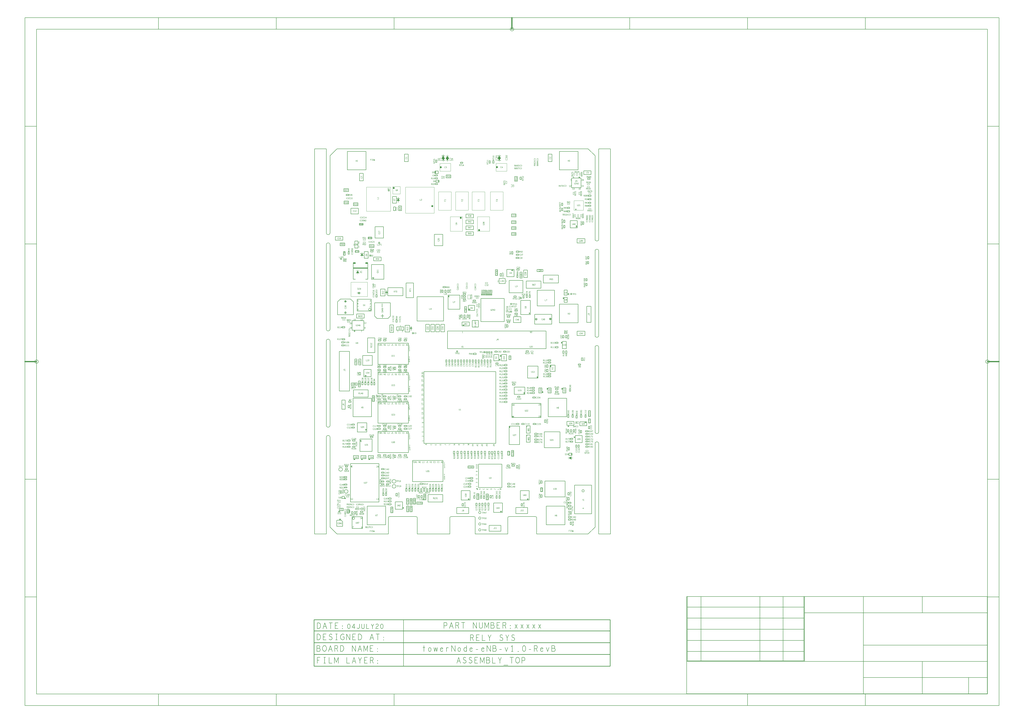
<source format=gbr>
G04 ================== begin FILE IDENTIFICATION RECORD ==================*
G04 Layout Name:  toweNode-eNB-v1.0-RevB_1145am.brd*
G04 Film Name:    toweNode-eNB-v1.0-RevB_AST.gbr*
G04 File Format:  Gerber RS274X*
G04 File Origin:  Cadence Allegro 17.2-S052*
G04 Origin Date:  Tue Mar 08 07:05:41 2022*
G04 *
G04 Layer:  BOARD GEOMETRY/TITLE_BLOCK*
G04 Layer:  BOARD GEOMETRY/ASSEMBLY_TOP*
G04 Layer:  BOARD GEOMETRY/OUTLINE*
G04 Layer:  DRAWING FORMAT/OUTLINE_DATA*
G04 Layer:  PACKAGE GEOMETRY/ASSEMBLY_TOP*
G04 Layer:  REF DES/ASSEMBLY_TOP*
G04 *
G04 Offset:    (0.000 0.000)*
G04 Mirror:    No*
G04 Mode:      Positive*
G04 Rotation:  0*
G04 FullContactRelief:  No*
G04 UndefLineWidth:     6.000*
G04 ================== end FILE IDENTIFICATION RECORD ====================*
%FSLAX55Y55*MOIN*%
%IR0*IPPOS*OFA0.00000B0.00000*MIA0B0*SFA1.00000B1.00000*%
%ADD10C,.019689*%
%ADD11C,.002*%
%ADD12C,.003*%
%ADD13C,.004*%
%ADD14C,.005*%
%ADD15C,.00402*%
%ADD16C,.006*%
%ADD17C,.008*%
%ADD18C,.005902*%
%ADD19C,.00598*%
%ADD20C,.00787*%
%ADD21C,.005909*%
%ADD22C,.001969*%
%ADD23C,.005984*%
%ADD24C,.007992*%
%ADD25C,.01*%
%ADD26C,.015748*%
G75*
%LPD*%
G75*
G36*
G01X-167239Y412922D02*
X-167739D01*
Y410922D01*
X-170239D01*
Y410422D01*
X-167739D01*
X-170239Y406879D01*
X-167739D01*
Y404379D01*
X-167239D01*
Y406879D01*
X-164739D01*
X-167239Y410422D01*
X-164739D01*
Y410922D01*
X-167239D01*
Y412922D01*
G37*
G36*
G01X-160454Y442485D02*
X-159954D01*
Y440485D01*
X-157454D01*
Y439985D01*
X-159954D01*
X-157454Y436442D01*
X-159954D01*
Y433942D01*
X-160454D01*
Y436442D01*
X-162954D01*
X-160454Y439985D01*
X-162954D01*
Y440485D01*
X-160454D01*
Y442485D01*
G37*
G36*
G01X-98994Y535825D02*
X-98494D01*
Y533825D01*
X-95994D01*
Y533325D01*
X-98494D01*
X-95994Y529782D01*
X-98494D01*
Y527282D01*
X-98994D01*
Y529782D01*
X-101494D01*
X-98994Y533325D01*
X-101494D01*
Y533825D01*
X-98994D01*
Y535825D01*
G37*
G36*
G01X-36312Y580419D02*
Y576088D01*
X-35131D01*
Y580419D01*
X-36312D01*
G37*
G36*
G01X-22579Y608368D02*
X-22079D01*
Y606368D01*
X-19579D01*
Y605868D01*
X-22079D01*
X-19579Y602325D01*
X-22079D01*
Y599825D01*
X-22579D01*
Y602325D01*
X-25079D01*
X-22579Y605868D01*
X-25079D01*
Y606368D01*
X-22579D01*
Y608368D01*
G37*
G36*
G01X-22028Y596262D02*
X-22528D01*
Y598262D01*
X-25028D01*
Y598762D01*
X-22528D01*
X-25028Y602305D01*
X-22528D01*
Y604805D01*
X-22028D01*
Y602305D01*
X-19528D01*
X-22028Y598762D01*
X-19528D01*
Y598262D01*
X-22028D01*
Y596262D01*
G37*
G36*
G01X-15474Y608266D02*
X-14974D01*
Y606266D01*
X-12474D01*
Y605766D01*
X-14974D01*
X-12474Y602223D01*
X-14974D01*
Y599723D01*
X-15474D01*
Y602223D01*
X-17974D01*
X-15474Y605766D01*
X-17974D01*
Y606266D01*
X-15474D01*
Y608266D01*
G37*
G36*
G01X-14923Y596160D02*
X-15423D01*
Y598160D01*
X-17923D01*
Y598660D01*
X-15423D01*
X-17923Y602203D01*
X-15423D01*
Y604703D01*
X-14923D01*
Y602203D01*
X-12423D01*
X-14923Y598660D01*
X-12423D01*
Y598160D01*
X-14923D01*
Y596160D01*
G37*
G36*
G01X72481Y608427D02*
X72981D01*
Y606427D01*
X75481D01*
Y605927D01*
X72981D01*
X75481Y602384D01*
X72981D01*
Y599884D01*
X72481D01*
Y602384D01*
X69981D01*
X72481Y605927D01*
X69981D01*
Y606427D01*
X72481D01*
Y608427D01*
G37*
G36*
G01X73032Y596321D02*
X72532D01*
Y598321D01*
X70032D01*
Y598821D01*
X72532D01*
X70032Y602364D01*
X72532D01*
Y604864D01*
X73032D01*
Y602364D01*
X75532D01*
X73032Y598821D01*
X75532D01*
Y598321D01*
X73032D01*
Y596321D01*
G37*
G36*
G01X120708Y130443D02*
G03I-626J0D01*
G37*
G36*
G01X120608Y145943D02*
G03I-626J0D01*
G37*
G36*
G01X189176Y92460D02*
Y92960D01*
X191176D01*
Y95460D01*
X191676D01*
Y92960D01*
X195216Y95460D01*
Y92960D01*
X197716D01*
Y92460D01*
X195216D01*
Y89960D01*
X191676Y92460D01*
Y89960D01*
X191176D01*
Y92460D01*
X189176D01*
G37*
G54D10*
G01X-732346Y256502D02*
X-712661D01*
G01X94426Y841147D02*
Y821462D01*
G01X921197Y256502D02*
X901512D01*
G54D20*
G01X-732346Y-143498D02*
X-712661D01*
G01X-732346Y56502D02*
X-712661D01*
G01X-732346Y456502D02*
X-712661D01*
G01X-732346Y656502D02*
X-712661D01*
G01Y-308459D02*
X901512D01*
G01X-712661D02*
Y821462D01*
G01X-715650Y256502D02*
G03X-709672I2989J0D01*
G03X-715650I-2989J0D01*
G01X-712661Y821462D02*
X901512D01*
G01X-505574Y-328144D02*
Y-308459D01*
G01Y841147D02*
Y821462D01*
G01X-305574Y-328144D02*
Y-308459D01*
G01Y841147D02*
Y821462D01*
G01X-105574Y-328144D02*
Y-308459D01*
G01Y841147D02*
Y821462D01*
G01X91436D02*
G03X97415I2989J0D01*
G03X91436I-2989J0D01*
G01X123777Y337700D02*
X124761Y338685D01*
G01X123777Y339669D02*
Y337700D01*
G01X124761Y338685D02*
X123777Y339669D01*
G01X294426Y841147D02*
Y821462D01*
G01X494426Y-328144D02*
Y-308459D01*
G01Y841147D02*
Y821462D01*
G01X694426Y-328144D02*
Y-308459D01*
G01Y841147D02*
Y821462D01*
G01X898523Y256502D02*
G03X904502I2989J0D01*
G03X898523I-2989J0D01*
G01X901512Y-308459D02*
Y821462D01*
G01X921197Y-143498D02*
X901512D01*
G01X921197Y56502D02*
X901512D01*
G01X921197Y456502D02*
X901512D01*
G01X921197Y656502D02*
X901512D01*
G54D11*
G01X-10302Y502736D02*
Y478136D01*
X10398D01*
Y502736D01*
X-10302D01*
G01X19424Y363069D02*
Y369869D01*
X23224D01*
Y363069D01*
X19424D01*
G01X56398Y478136D02*
Y502736D01*
X35698D01*
Y478136D01*
X56398D01*
G54D21*
G01X-174782Y196147D02*
X-149782D01*
Y208667D01*
X-174782D01*
Y196147D01*
G01X-138299Y271909D02*
Y296909D01*
X-150819D01*
Y271909D01*
X-138299D01*
G01X-85331Y390279D02*
Y365279D01*
X-72811D01*
Y390279D01*
X-85331D01*
G01X-48086Y18011D02*
X-23086D01*
Y30531D01*
X-48086D01*
Y18011D01*
G01X-36509Y576285D02*
X-30603D01*
Y580615D01*
X-36509D01*
Y576285D01*
G01X118521Y381043D02*
X143521D01*
Y393563D01*
X118521D01*
Y381043D01*
G54D12*
G01X47115Y373938D02*
X47015Y373788D01*
X46948Y373613D01*
Y373413D01*
X47048Y373188D01*
X47215Y373013D01*
X47415Y372888D01*
X47748Y372788D01*
X48048Y372763D01*
X48348Y372813D01*
X48548Y372888D01*
X48748Y373038D01*
X48882Y373213D01*
X48948Y373388D01*
Y373563D01*
X48882Y373738D01*
X48782Y373888D01*
X48648Y374013D01*
G01X48115Y374413D02*
X47882Y374588D01*
X47748Y374738D01*
X47682Y374938D01*
X47748Y375113D01*
X47882Y375238D01*
X48082Y375338D01*
X48315Y375363D01*
X48515Y375338D01*
X48715Y375238D01*
X48882Y375088D01*
X48948Y374913D01*
X48882Y374713D01*
X48682Y374538D01*
X48382Y374438D01*
X48048Y374413D01*
X47615Y374463D01*
X47382Y374538D01*
X47148Y374663D01*
X46982Y374838D01*
X46948Y375013D01*
X47015Y375188D01*
X47182Y375313D01*
G01X48948Y376388D02*
X46948D01*
X47348Y376088D01*
G01X48948D02*
Y376688D01*
G01X48648Y377338D02*
X48815Y377488D01*
X48915Y377663D01*
X48948Y377888D01*
X48882Y378113D01*
X48748Y378288D01*
X48515Y378413D01*
X48248Y378438D01*
X47982Y378388D01*
X47815Y378263D01*
X47682Y378088D01*
X47648Y377913D01*
X47682Y377738D01*
X47815Y377513D01*
X46948Y377588D01*
Y378263D01*
G01X44742Y373938D02*
X44642Y373788D01*
X44575Y373613D01*
Y373413D01*
X44675Y373188D01*
X44842Y373013D01*
X45042Y372888D01*
X45375Y372788D01*
X45675Y372763D01*
X45975Y372813D01*
X46175Y372888D01*
X46375Y373038D01*
X46508Y373213D01*
X46575Y373388D01*
Y373563D01*
X46508Y373738D01*
X46409Y373888D01*
X46275Y374013D01*
G01X45742Y374413D02*
X45508Y374588D01*
X45375Y374738D01*
X45309Y374938D01*
X45375Y375113D01*
X45508Y375238D01*
X45708Y375338D01*
X45942Y375363D01*
X46142Y375338D01*
X46342Y375238D01*
X46508Y375088D01*
X46575Y374913D01*
X46508Y374713D01*
X46309Y374538D01*
X46008Y374438D01*
X45675Y374413D01*
X45242Y374463D01*
X45008Y374538D01*
X44775Y374663D01*
X44608Y374838D01*
X44575Y375013D01*
X44642Y375188D01*
X44808Y375313D01*
G01X46575Y376388D02*
X44575D01*
X44975Y376088D01*
G01X46575D02*
Y376688D01*
G01X46175Y377338D02*
X46409Y377488D01*
X46542Y377688D01*
X46575Y377913D01*
X46542Y378113D01*
X46375Y378313D01*
X46175Y378438D01*
X45975Y378463D01*
X45742Y378413D01*
X45575Y378238D01*
X45508Y378063D01*
Y377838D01*
G01Y378063D02*
X45408Y378213D01*
X45242Y378338D01*
X45042Y378388D01*
X44842Y378338D01*
X44675Y378213D01*
X44575Y377988D01*
X44608Y377763D01*
X44742Y377538D01*
G01X42386Y373938D02*
X42286Y373788D01*
X42219Y373613D01*
Y373413D01*
X42319Y373188D01*
X42486Y373013D01*
X42686Y372888D01*
X43019Y372788D01*
X43319Y372763D01*
X43619Y372813D01*
X43819Y372888D01*
X44019Y373038D01*
X44153Y373213D01*
X44219Y373388D01*
Y373563D01*
X44153Y373738D01*
X44053Y373888D01*
X43919Y374013D01*
G01X43386Y374413D02*
X43153Y374588D01*
X43019Y374738D01*
X42953Y374938D01*
X43019Y375113D01*
X43153Y375238D01*
X43353Y375338D01*
X43586Y375363D01*
X43786Y375338D01*
X43986Y375238D01*
X44153Y375088D01*
X44219Y374913D01*
X44153Y374713D01*
X43953Y374538D01*
X43653Y374438D01*
X43319Y374413D01*
X42886Y374463D01*
X42653Y374538D01*
X42419Y374663D01*
X42253Y374838D01*
X42219Y375013D01*
X42286Y375188D01*
X42453Y375313D01*
G01X44219Y376388D02*
X42219D01*
X42619Y376088D01*
G01X44219D02*
Y376688D01*
G01X42553Y377413D02*
X42353Y377563D01*
X42253Y377738D01*
X42219Y377938D01*
X42286Y378188D01*
X42453Y378363D01*
X42653Y378413D01*
X42853Y378388D01*
X43019Y378288D01*
X43353Y377788D01*
X43586Y377563D01*
X43919Y377413D01*
X44219Y377363D01*
Y378413D01*
G01X51832Y373938D02*
X51732Y373788D01*
X51665Y373613D01*
Y373413D01*
X51765Y373188D01*
X51932Y373013D01*
X52132Y372888D01*
X52465Y372788D01*
X52765Y372763D01*
X53065Y372813D01*
X53265Y372888D01*
X53465Y373038D01*
X53599Y373213D01*
X53665Y373388D01*
Y373563D01*
X53599Y373738D01*
X53499Y373888D01*
X53365Y374013D01*
G01X52832Y374413D02*
X52599Y374588D01*
X52465Y374738D01*
X52399Y374938D01*
X52465Y375113D01*
X52599Y375238D01*
X52799Y375338D01*
X53032Y375363D01*
X53232Y375338D01*
X53432Y375238D01*
X53599Y375088D01*
X53665Y374913D01*
X53599Y374713D01*
X53399Y374538D01*
X53099Y374438D01*
X52765Y374413D01*
X52332Y374463D01*
X52099Y374538D01*
X51865Y374663D01*
X51699Y374838D01*
X51665Y375013D01*
X51732Y375188D01*
X51899Y375313D01*
G01X53665Y376388D02*
X51665D01*
X52065Y376088D01*
G01X53665D02*
Y376688D01*
G01Y377888D02*
X51665D01*
X52065Y377588D01*
G01X53665D02*
Y378188D01*
G01X49469Y373938D02*
X49369Y373788D01*
X49303Y373613D01*
Y373413D01*
X49403Y373188D01*
X49569Y373013D01*
X49769Y372888D01*
X50103Y372788D01*
X50403Y372763D01*
X50703Y372813D01*
X50903Y372888D01*
X51103Y373038D01*
X51236Y373213D01*
X51303Y373388D01*
Y373563D01*
X51236Y373738D01*
X51136Y373888D01*
X51003Y374013D01*
G01X50469Y374413D02*
X50236Y374588D01*
X50103Y374738D01*
X50036Y374938D01*
X50103Y375113D01*
X50236Y375238D01*
X50436Y375338D01*
X50669Y375363D01*
X50869Y375338D01*
X51069Y375238D01*
X51236Y375088D01*
X51303Y374913D01*
X51236Y374713D01*
X51036Y374538D01*
X50736Y374438D01*
X50403Y374413D01*
X49969Y374463D01*
X49736Y374538D01*
X49503Y374663D01*
X49336Y374838D01*
X49303Y375013D01*
X49369Y375188D01*
X49536Y375313D01*
G01X49303Y376388D02*
X49369Y376188D01*
X49536Y376038D01*
X49736Y375938D01*
X50003Y375863D01*
X50303Y375838D01*
X50603Y375863D01*
X50869Y375938D01*
X51069Y376038D01*
X51236Y376188D01*
X51303Y376388D01*
X51236Y376588D01*
X51069Y376738D01*
X50869Y376838D01*
X50603Y376913D01*
X50303Y376938D01*
X50003Y376913D01*
X49736Y376838D01*
X49536Y376738D01*
X49369Y376588D01*
X49303Y376388D01*
G01X51069Y377463D02*
X51236Y377638D01*
X51303Y377838D01*
X51236Y378038D01*
X51036Y378213D01*
X50736Y378338D01*
X50436Y378388D01*
X50069D01*
X49769Y378338D01*
X49503Y378213D01*
X49369Y378063D01*
X49303Y377888D01*
X49369Y377688D01*
X49503Y377538D01*
X49703Y377438D01*
X49969Y377388D01*
X50203Y377438D01*
X50436Y377563D01*
X50569Y377713D01*
X50603Y377888D01*
X50536Y378088D01*
X50369Y378238D01*
X50069Y378388D01*
G01X54191Y373938D02*
X54091Y373788D01*
X54025Y373613D01*
Y373413D01*
X54125Y373188D01*
X54291Y373013D01*
X54491Y372888D01*
X54825Y372788D01*
X55125Y372763D01*
X55425Y372813D01*
X55625Y372888D01*
X55825Y373038D01*
X55958Y373213D01*
X56025Y373388D01*
Y373563D01*
X55958Y373738D01*
X55858Y373888D01*
X55725Y374013D01*
G01X55191Y374413D02*
X54958Y374588D01*
X54825Y374738D01*
X54758Y374938D01*
X54825Y375113D01*
X54958Y375238D01*
X55158Y375338D01*
X55391Y375363D01*
X55591Y375338D01*
X55791Y375238D01*
X55958Y375088D01*
X56025Y374913D01*
X55958Y374713D01*
X55758Y374538D01*
X55458Y374438D01*
X55125Y374413D01*
X54691Y374463D01*
X54458Y374538D01*
X54225Y374663D01*
X54058Y374838D01*
X54025Y375013D01*
X54091Y375188D01*
X54258Y375313D01*
G01X56025Y376388D02*
X54025D01*
X54425Y376088D01*
G01X56025D02*
Y376688D01*
G01Y378188D02*
X54025D01*
X55458Y377263D01*
Y378513D01*
G01X58955Y373938D02*
X58855Y373788D01*
X58789Y373613D01*
Y373413D01*
X58889Y373188D01*
X59055Y373013D01*
X59255Y372888D01*
X59589Y372788D01*
X59889Y372763D01*
X60189Y372813D01*
X60389Y372888D01*
X60589Y373038D01*
X60722Y373213D01*
X60789Y373388D01*
Y373563D01*
X60722Y373738D01*
X60622Y373888D01*
X60489Y374013D01*
G01X59955Y374413D02*
X59722Y374588D01*
X59589Y374738D01*
X59522Y374938D01*
X59589Y375113D01*
X59722Y375238D01*
X59922Y375338D01*
X60155Y375363D01*
X60355Y375338D01*
X60555Y375238D01*
X60722Y375088D01*
X60789Y374913D01*
X60722Y374713D01*
X60522Y374538D01*
X60222Y374438D01*
X59889Y374413D01*
X59455Y374463D01*
X59222Y374538D01*
X58989Y374663D01*
X58822Y374838D01*
X58789Y375013D01*
X58855Y375188D01*
X59022Y375313D01*
G01X60789Y376388D02*
X58789D01*
X59189Y376088D01*
G01X60789D02*
Y376688D01*
G01X58789Y377888D02*
X58855Y377688D01*
X59022Y377538D01*
X59222Y377438D01*
X59489Y377363D01*
X59789Y377338D01*
X60089Y377363D01*
X60355Y377438D01*
X60555Y377538D01*
X60722Y377688D01*
X60789Y377888D01*
X60722Y378088D01*
X60555Y378238D01*
X60355Y378338D01*
X60089Y378413D01*
X59789Y378438D01*
X59489Y378413D01*
X59222Y378338D01*
X59022Y378238D01*
X58855Y378088D01*
X58789Y377888D01*
G01X56590Y373938D02*
X56490Y373788D01*
X56423Y373613D01*
Y373413D01*
X56523Y373188D01*
X56690Y373013D01*
X56890Y372888D01*
X57223Y372788D01*
X57523Y372763D01*
X57823Y372813D01*
X58023Y372888D01*
X58223Y373038D01*
X58356Y373213D01*
X58423Y373388D01*
Y373563D01*
X58356Y373738D01*
X58256Y373888D01*
X58123Y374013D01*
G01X57590Y374413D02*
X57356Y374588D01*
X57223Y374738D01*
X57156Y374938D01*
X57223Y375113D01*
X57356Y375238D01*
X57556Y375338D01*
X57790Y375363D01*
X57990Y375338D01*
X58189Y375238D01*
X58356Y375088D01*
X58423Y374913D01*
X58356Y374713D01*
X58156Y374538D01*
X57856Y374438D01*
X57523Y374413D01*
X57090Y374463D01*
X56856Y374538D01*
X56623Y374663D01*
X56456Y374838D01*
X56423Y375013D01*
X56490Y375188D01*
X56656Y375313D01*
G01X56423Y376388D02*
X56490Y376188D01*
X56656Y376038D01*
X56856Y375938D01*
X57123Y375863D01*
X57423Y375838D01*
X57723Y375863D01*
X57990Y375938D01*
X58189Y376038D01*
X58356Y376188D01*
X58423Y376388D01*
X58356Y376588D01*
X58189Y376738D01*
X57990Y376838D01*
X57723Y376913D01*
X57423Y376938D01*
X57123Y376913D01*
X56856Y376838D01*
X56656Y376738D01*
X56490Y376588D01*
X56423Y376388D01*
G01X58423Y377888D02*
X58389Y378063D01*
X58289Y378263D01*
X58123Y378388D01*
X57890Y378438D01*
X57656Y378388D01*
X57456Y378238D01*
X57356Y378013D01*
Y377763D01*
X57290Y377613D01*
X57123Y377488D01*
X56890Y377438D01*
X56656Y377513D01*
X56490Y377688D01*
X56423Y377888D01*
X56490Y378088D01*
X56656Y378263D01*
X56890Y378338D01*
X57123Y378288D01*
X57290Y378163D01*
X57356Y378013D01*
Y377763D01*
X57456Y377538D01*
X57656Y377388D01*
X57890Y377338D01*
X58123Y377388D01*
X58289Y377513D01*
X58389Y377713D01*
X58423Y377888D01*
G54D22*
G01X-179051Y391673D02*
X-151058D01*
Y367185D01*
X-179051D01*
Y391673D01*
G01X-111873Y553172D02*
Y512228D01*
X-152817D01*
Y553172D01*
X-111873D01*
G01X-108055Y554219D02*
X-95457D01*
Y541621D01*
X-108055D01*
Y554219D01*
G01X-37831Y553314D02*
X-86257D01*
Y508826D01*
X-37831D01*
Y553314D01*
G01X-30254Y545209D02*
X-8836D01*
Y513791D01*
X-30254D01*
Y545209D01*
G01X-27969Y580044D02*
X-9567D01*
Y593544D01*
X-27969D01*
Y580044D01*
G01X-28489Y598443D02*
Y602459D01*
X-26049D01*
Y598443D01*
X-28489D01*
G01X-11484Y598441D02*
Y602457D01*
X-9044D01*
Y598441D01*
X-11484D01*
G01X-1254Y545209D02*
X20164D01*
Y513791D01*
X-1254D01*
Y545209D01*
G01X48164Y513791D02*
X26746D01*
Y545209D01*
X48164D01*
Y513791D01*
G01X57746Y545209D02*
X79164D01*
Y513791D01*
X57746D01*
Y545209D01*
G01X67294Y580044D02*
X85696D01*
Y593544D01*
X67294D01*
Y580044D01*
G01X66771Y599302D02*
Y603318D01*
X69211D01*
Y599302D01*
X66771D01*
G01X83779D02*
Y603318D01*
X86219D01*
Y599302D01*
X83779D01*
G01X215608Y513981D02*
Y530123D01*
X199466D01*
Y513981D01*
X215608D01*
G54D13*
G01X-200101Y-17257D02*
X-200301Y-17132D01*
X-200534Y-17048D01*
X-200801D01*
X-201101Y-17173D01*
X-201334Y-17382D01*
X-201501Y-17632D01*
X-201634Y-18048D01*
X-201667Y-18423D01*
X-201601Y-18798D01*
X-201501Y-19048D01*
X-201301Y-19298D01*
X-201067Y-19465D01*
X-200834Y-19548D01*
X-200601D01*
X-200367Y-19465D01*
X-200167Y-19340D01*
X-200001Y-19174D01*
G01X-198834Y-19548D02*
X-199101Y-19507D01*
X-199334Y-19340D01*
X-199534Y-19090D01*
X-199667Y-18798D01*
X-199734Y-18465D01*
Y-18132D01*
X-199667Y-17798D01*
X-199534Y-17507D01*
X-199334Y-17257D01*
X-199101Y-17090D01*
X-198834Y-17048D01*
X-198567Y-17090D01*
X-198334Y-17257D01*
X-198134Y-17507D01*
X-198001Y-17798D01*
X-197934Y-18132D01*
Y-18465D01*
X-198001Y-18798D01*
X-198134Y-19090D01*
X-198334Y-19340D01*
X-198567Y-19507D01*
X-198834Y-19548D01*
G01X-197601D02*
Y-17048D01*
X-196067Y-19548D01*
Y-17048D01*
G01X-194834Y-19548D02*
Y-17048D01*
X-195234Y-17548D01*
G01Y-19548D02*
X-194434D01*
G01X-202026Y8883D02*
X-202151Y8683D01*
X-202234Y8450D01*
Y8183D01*
X-202109Y7883D01*
X-201901Y7650D01*
X-201650Y7483D01*
X-201234Y7350D01*
X-200859Y7317D01*
X-200484Y7383D01*
X-200234Y7483D01*
X-199984Y7683D01*
X-199817Y7917D01*
X-199734Y8150D01*
Y8383D01*
X-199817Y8617D01*
X-199942Y8817D01*
X-200109Y8983D01*
G01X-199734Y10150D02*
X-202234D01*
X-201734Y9750D01*
G01X-199734D02*
Y10550D01*
G01Y12083D02*
X-200276Y12150D01*
X-200734Y12250D01*
X-201151Y12383D01*
X-201609Y12550D01*
X-202234Y12817D01*
Y11483D01*
G01X-200109Y13417D02*
X-199900Y13617D01*
X-199776Y13850D01*
X-199734Y14150D01*
X-199817Y14450D01*
X-199984Y14683D01*
X-200276Y14850D01*
X-200609Y14883D01*
X-200942Y14817D01*
X-201151Y14650D01*
X-201317Y14417D01*
X-201359Y14183D01*
X-201317Y13950D01*
X-201151Y13650D01*
X-202234Y13750D01*
Y14650D01*
G01X-201417Y-2450D02*
Y50D01*
X-200751D01*
X-200484Y-75D01*
X-200284Y-242D01*
X-200117Y-492D01*
X-199984Y-783D01*
X-199951Y-1200D01*
X-199984Y-1617D01*
X-200117Y-1908D01*
X-200284Y-2158D01*
X-200484Y-2325D01*
X-200751Y-2450D01*
X-201417D01*
G01X-198684D02*
Y50D01*
X-199084Y-450D01*
G01Y-2450D02*
X-198284D01*
G01X-197417Y-2075D02*
X-197217Y-2283D01*
X-196984Y-2408D01*
X-196684Y-2450D01*
X-196384Y-2367D01*
X-196151Y-2200D01*
X-195984Y-1908D01*
X-195951Y-1575D01*
X-196017Y-1242D01*
X-196184Y-1033D01*
X-196417Y-867D01*
X-196651Y-825D01*
X-196884Y-867D01*
X-197184Y-1033D01*
X-197084Y50D01*
X-196184D01*
G01X-199967Y26800D02*
Y25008D01*
X-199834Y24633D01*
X-199567Y24383D01*
X-199234Y24300D01*
X-198900Y24383D01*
X-198634Y24633D01*
X-198501Y25008D01*
Y26800D01*
G01X-196834Y24300D02*
Y26800D01*
X-198067Y25008D01*
X-196401D01*
G01X-195234Y24300D02*
Y26800D01*
X-195634Y26300D01*
G01Y24300D02*
X-194834D01*
G01X-202434Y16333D02*
X-199934D01*
Y17667D01*
G01Y19000D02*
X-202434D01*
X-201934Y18600D01*
G01X-199934D02*
Y19400D01*
G01X-200976Y20367D02*
X-201267Y20600D01*
X-201434Y20800D01*
X-201517Y21067D01*
X-201434Y21300D01*
X-201267Y21467D01*
X-201017Y21600D01*
X-200726Y21633D01*
X-200476Y21600D01*
X-200226Y21467D01*
X-200017Y21267D01*
X-199934Y21033D01*
X-200017Y20767D01*
X-200267Y20533D01*
X-200642Y20400D01*
X-201059Y20367D01*
X-201601Y20433D01*
X-201892Y20533D01*
X-202184Y20700D01*
X-202392Y20933D01*
X-202434Y21167D01*
X-202351Y21400D01*
X-202142Y21567D01*
G01X-199826Y32603D02*
X-199951Y32403D01*
X-200034Y32170D01*
Y31904D01*
X-199909Y31603D01*
X-199701Y31370D01*
X-199451Y31203D01*
X-199034Y31070D01*
X-198659Y31037D01*
X-198284Y31103D01*
X-198034Y31203D01*
X-197784Y31403D01*
X-197617Y31637D01*
X-197534Y31870D01*
Y32103D01*
X-197617Y32337D01*
X-197742Y32537D01*
X-197909Y32704D01*
G01X-197534Y33870D02*
X-200034D01*
X-199534Y33470D01*
G01X-197534D02*
Y34270D01*
G01X-197909Y35137D02*
X-197700Y35337D01*
X-197576Y35570D01*
X-197534Y35870D01*
X-197617Y36170D01*
X-197784Y36403D01*
X-198076Y36570D01*
X-198409Y36603D01*
X-198742Y36537D01*
X-198951Y36370D01*
X-199117Y36137D01*
X-199159Y35904D01*
X-199117Y35670D01*
X-198951Y35370D01*
X-200034Y35470D01*
Y36370D01*
G01X-197534Y37870D02*
X-200034D01*
X-199534Y37470D01*
G01X-197534D02*
Y38270D01*
G01X-199059Y79677D02*
Y77177D01*
G01X-199825Y79677D02*
X-198292D01*
G01X-197725Y77177D02*
Y79677D01*
X-196925D01*
X-196659Y79552D01*
X-196459Y79260D01*
X-196392Y78927D01*
X-196459Y78594D01*
X-196625Y78344D01*
X-196925Y78218D01*
X-197725D01*
G01X-195059Y77177D02*
Y79677D01*
X-195459Y79177D01*
G01Y77177D02*
X-194659D01*
G01X-193125D02*
X-193059Y77718D01*
X-192959Y78177D01*
X-192825Y78594D01*
X-192659Y79052D01*
X-192392Y79677D01*
X-193725D01*
G01X-202078Y293382D02*
Y295882D01*
X-201245D01*
X-200978Y295757D01*
X-200812Y295591D01*
X-200745Y295257D01*
X-200812Y294924D01*
X-201012Y294716D01*
X-201245Y294591D01*
X-202078D01*
G01X-201245D02*
X-200745Y293382D01*
G01X-199412D02*
Y295882D01*
X-199812Y295382D01*
G01Y293382D02*
X-199012D01*
G01X-197412Y295882D02*
X-197678Y295799D01*
X-197878Y295591D01*
X-198012Y295341D01*
X-198112Y295007D01*
X-198145Y294632D01*
X-198112Y294257D01*
X-198012Y293924D01*
X-197878Y293674D01*
X-197678Y293466D01*
X-197412Y293382D01*
X-197145Y293466D01*
X-196945Y293674D01*
X-196812Y293924D01*
X-196712Y294257D01*
X-196679Y294632D01*
X-196712Y295007D01*
X-196812Y295341D01*
X-196945Y295591D01*
X-197145Y295799D01*
X-197412Y295882D01*
G01X-195479Y293382D02*
X-195412Y293924D01*
X-195312Y294382D01*
X-195178Y294799D01*
X-195012Y295257D01*
X-194745Y295882D01*
X-196079D01*
G01X-201786Y313660D02*
Y316160D01*
X-200952D01*
X-200686Y316035D01*
X-200519Y315868D01*
X-200452Y315535D01*
X-200519Y315201D01*
X-200719Y314993D01*
X-200952Y314868D01*
X-201786D01*
G01X-200952D02*
X-200452Y313660D01*
G01X-199119D02*
Y316160D01*
X-199519Y315660D01*
G01Y313660D02*
X-198719D01*
G01X-197119D02*
Y316160D01*
X-197519Y315660D01*
G01Y313660D02*
X-196719D01*
G01X-194719D02*
Y316160D01*
X-195952Y314368D01*
X-194286D01*
G01X-199134Y435227D02*
Y432727D01*
X-197801D01*
G01X-196868Y435227D02*
X-196068D01*
G01X-196468D02*
Y432727D01*
G01X-196868D02*
X-196068D01*
G01X-195134D02*
Y435227D01*
X-194334D01*
X-194068Y435102D01*
X-193868Y434810D01*
X-193801Y434477D01*
X-193868Y434144D01*
X-194034Y433894D01*
X-194334Y433769D01*
X-195134D01*
G01X-193101Y434810D02*
X-192901Y435060D01*
X-192668Y435185D01*
X-192401Y435227D01*
X-192068Y435144D01*
X-191834Y434936D01*
X-191768Y434686D01*
X-191801Y434435D01*
X-191934Y434227D01*
X-192601Y433810D01*
X-192901Y433519D01*
X-193101Y433102D01*
X-193168Y432727D01*
X-191768D01*
G01X-200512Y467192D02*
X-200712Y467317D01*
X-200945Y467400D01*
X-201212D01*
X-201512Y467275D01*
X-201745Y467067D01*
X-201912Y466817D01*
X-202045Y466400D01*
X-202078Y466025D01*
X-202012Y465650D01*
X-201912Y465400D01*
X-201712Y465150D01*
X-201478Y464983D01*
X-201245Y464900D01*
X-201012D01*
X-200778Y464983D01*
X-200578Y465108D01*
X-200412Y465275D01*
G01X-199245Y464900D02*
Y467400D01*
X-199645Y466900D01*
G01Y464900D02*
X-198845D01*
G01X-197812Y465192D02*
X-197578Y464983D01*
X-197312Y464900D01*
X-197045Y464983D01*
X-196812Y465233D01*
X-196645Y465608D01*
X-196578Y465983D01*
Y466442D01*
X-196645Y466817D01*
X-196812Y467150D01*
X-197012Y467317D01*
X-197245Y467400D01*
X-197512Y467317D01*
X-197712Y467150D01*
X-197845Y466900D01*
X-197912Y466567D01*
X-197845Y466275D01*
X-197678Y465983D01*
X-197478Y465817D01*
X-197245Y465775D01*
X-196978Y465858D01*
X-196778Y466067D01*
X-196578Y466442D01*
G01X-189896Y-5397D02*
X-190021Y-5597D01*
X-190104Y-5830D01*
Y-6097D01*
X-189979Y-6397D01*
X-189771Y-6630D01*
X-189520Y-6797D01*
X-189104Y-6930D01*
X-188729Y-6963D01*
X-188354Y-6897D01*
X-188104Y-6797D01*
X-187854Y-6597D01*
X-187687Y-6363D01*
X-187604Y-6130D01*
Y-5897D01*
X-187687Y-5663D01*
X-187812Y-5463D01*
X-187979Y-5297D01*
G01X-187604Y-4130D02*
X-190104D01*
X-189604Y-4530D01*
G01X-187604D02*
Y-3730D01*
G01Y-2130D02*
X-187646Y-1897D01*
X-187770Y-1630D01*
X-187979Y-1463D01*
X-188271Y-1397D01*
X-188562Y-1463D01*
X-188812Y-1663D01*
X-188937Y-1963D01*
Y-2297D01*
X-189021Y-2497D01*
X-189229Y-2663D01*
X-189520Y-2730D01*
X-189812Y-2630D01*
X-190021Y-2397D01*
X-190104Y-2130D01*
X-190021Y-1863D01*
X-189812Y-1630D01*
X-189520Y-1530D01*
X-189229Y-1597D01*
X-189021Y-1763D01*
X-188937Y-1963D01*
Y-2297D01*
X-188812Y-2597D01*
X-188562Y-2797D01*
X-188271Y-2863D01*
X-187979Y-2797D01*
X-187770Y-2630D01*
X-187646Y-2363D01*
X-187604Y-2130D01*
G01X-190104Y-130D02*
X-190021Y-397D01*
X-189812Y-597D01*
X-189562Y-730D01*
X-189229Y-830D01*
X-188854Y-863D01*
X-188479Y-830D01*
X-188146Y-730D01*
X-187896Y-597D01*
X-187687Y-397D01*
X-187604Y-130D01*
X-187687Y137D01*
X-187896Y337D01*
X-188146Y470D01*
X-188479Y570D01*
X-188854Y603D01*
X-189229Y570D01*
X-189562Y470D01*
X-189812Y337D01*
X-190021Y137D01*
X-190104Y-130D01*
G01X-189848Y5398D02*
Y1462D01*
X-187880D01*
Y5398D01*
X-189848D01*
G01X-186194Y8028D02*
Y10528D01*
X-185361D01*
X-185094Y10403D01*
X-184928Y10236D01*
X-184861Y9903D01*
X-184928Y9570D01*
X-185128Y9362D01*
X-185361Y9236D01*
X-186194D01*
G01X-185361D02*
X-184861Y8028D01*
G01X-184161Y9070D02*
X-183928Y9362D01*
X-183728Y9528D01*
X-183461Y9612D01*
X-183228Y9528D01*
X-183061Y9362D01*
X-182928Y9112D01*
X-182894Y8820D01*
X-182928Y8570D01*
X-183061Y8320D01*
X-183261Y8111D01*
X-183494Y8028D01*
X-183761Y8111D01*
X-183994Y8362D01*
X-184128Y8736D01*
X-184161Y9153D01*
X-184094Y9695D01*
X-183994Y9987D01*
X-183828Y10278D01*
X-183594Y10486D01*
X-183361Y10528D01*
X-183128Y10445D01*
X-182961Y10236D01*
G01X-182161Y10112D02*
X-181961Y10362D01*
X-181728Y10486D01*
X-181461Y10528D01*
X-181128Y10445D01*
X-180894Y10236D01*
X-180828Y9987D01*
X-180861Y9736D01*
X-180994Y9528D01*
X-181661Y9112D01*
X-181961Y8820D01*
X-182161Y8403D01*
X-182228Y8028D01*
X-180828D01*
G01X-180261Y8403D02*
X-180061Y8195D01*
X-179828Y8070D01*
X-179528Y8028D01*
X-179228Y8111D01*
X-178994Y8278D01*
X-178828Y8570D01*
X-178794Y8903D01*
X-178861Y9236D01*
X-179028Y9445D01*
X-179261Y9612D01*
X-179494Y9653D01*
X-179728Y9612D01*
X-180028Y9445D01*
X-179928Y10528D01*
X-179028D01*
G01X-182684Y-83D02*
X-185184D01*
Y1183D01*
G01X-183976Y717D02*
Y-83D01*
G01X-184017Y2817D02*
X-184142Y2950D01*
X-184351Y3050D01*
X-184642Y3117D01*
X-184892Y3050D01*
X-185059Y2917D01*
X-185184Y2683D01*
Y1783D01*
X-182684D01*
Y2883D01*
X-182850Y3117D01*
X-183101Y3250D01*
X-183392Y3317D01*
X-183684Y3250D01*
X-183934Y3050D01*
X-184017Y2817D01*
Y1783D01*
G01X-182684Y4550D02*
X-185184D01*
X-184684Y4150D01*
G01X-182684D02*
Y4950D01*
G01X-196907Y4000D02*
Y6500D01*
X-195640D01*
G01X-196107Y5292D02*
X-196907D01*
G01X-195007Y4375D02*
X-194807Y4167D01*
X-194574Y4042D01*
X-194274Y4000D01*
X-193974Y4083D01*
X-193741Y4250D01*
X-193574Y4542D01*
X-193541Y4875D01*
X-193607Y5208D01*
X-193774Y5417D01*
X-194007Y5583D01*
X-194240Y5625D01*
X-194474Y5583D01*
X-194774Y5417D01*
X-194674Y6500D01*
X-193774D01*
G01X-197050Y9282D02*
Y13218D01*
X-199018D01*
Y9282D01*
X-197050D01*
G01X-186092Y12775D02*
Y15275D01*
X-185259D01*
X-184992Y15150D01*
X-184826Y14983D01*
X-184759Y14650D01*
X-184826Y14317D01*
X-185026Y14108D01*
X-185259Y13983D01*
X-186092D01*
G01X-185259D02*
X-184759Y12775D01*
G01X-184059Y13817D02*
X-183826Y14108D01*
X-183626Y14275D01*
X-183359Y14358D01*
X-183126Y14275D01*
X-182959Y14108D01*
X-182826Y13858D01*
X-182792Y13567D01*
X-182826Y13317D01*
X-182959Y13067D01*
X-183159Y12858D01*
X-183392Y12775D01*
X-183659Y12858D01*
X-183892Y13108D01*
X-184026Y13483D01*
X-184059Y13900D01*
X-183992Y14442D01*
X-183892Y14733D01*
X-183726Y15025D01*
X-183492Y15233D01*
X-183259Y15275D01*
X-183026Y15192D01*
X-182859Y14983D01*
G01X-182059Y14858D02*
X-181859Y15108D01*
X-181626Y15233D01*
X-181359Y15275D01*
X-181026Y15192D01*
X-180792Y14983D01*
X-180726Y14733D01*
X-180759Y14483D01*
X-180892Y14275D01*
X-181559Y13858D01*
X-181859Y13567D01*
X-182059Y13150D01*
X-182126Y12775D01*
X-180726D01*
G01X-180059Y13817D02*
X-179826Y14108D01*
X-179626Y14275D01*
X-179359Y14358D01*
X-179126Y14275D01*
X-178959Y14108D01*
X-178826Y13858D01*
X-178792Y13567D01*
X-178826Y13317D01*
X-178959Y13067D01*
X-179159Y12858D01*
X-179392Y12775D01*
X-179659Y12858D01*
X-179892Y13108D01*
X-180026Y13483D01*
X-180059Y13900D01*
X-179992Y14442D01*
X-179892Y14733D01*
X-179726Y15025D01*
X-179492Y15233D01*
X-179259Y15275D01*
X-179026Y15192D01*
X-178859Y14983D01*
G01X-197050Y17132D02*
Y21068D01*
X-199018D01*
Y17132D01*
X-197050D01*
G01X-193434Y33000D02*
X-190934D01*
G01X-193434Y32233D02*
Y33767D01*
G01X-190934Y34333D02*
X-193434D01*
Y35133D01*
X-193309Y35400D01*
X-193017Y35600D01*
X-192684Y35667D01*
X-192351Y35600D01*
X-192100Y35433D01*
X-191976Y35133D01*
Y34333D01*
G01X-193017Y36367D02*
X-193267Y36567D01*
X-193392Y36800D01*
X-193434Y37067D01*
X-193351Y37400D01*
X-193142Y37633D01*
X-192892Y37700D01*
X-192642Y37667D01*
X-192434Y37533D01*
X-192017Y36867D01*
X-191726Y36567D01*
X-191309Y36367D01*
X-190934Y36300D01*
Y37700D01*
G01X-193434Y39000D02*
X-193351Y38733D01*
X-193142Y38533D01*
X-192892Y38400D01*
X-192559Y38300D01*
X-192184Y38267D01*
X-191809Y38300D01*
X-191476Y38400D01*
X-191226Y38533D01*
X-191017Y38733D01*
X-190934Y39000D01*
X-191017Y39267D01*
X-191226Y39467D01*
X-191476Y39600D01*
X-191809Y39700D01*
X-192184Y39733D01*
X-192559Y39700D01*
X-192892Y39600D01*
X-193142Y39467D01*
X-193351Y39267D01*
X-193434Y39000D01*
G01X-187401Y31162D02*
X-187601Y31287D01*
X-187834Y31370D01*
X-188100D01*
X-188401Y31245D01*
X-188634Y31037D01*
X-188801Y30787D01*
X-188934Y30370D01*
X-188967Y29995D01*
X-188901Y29620D01*
X-188801Y29370D01*
X-188601Y29120D01*
X-188367Y28953D01*
X-188134Y28870D01*
X-187901D01*
X-187667Y28953D01*
X-187467Y29078D01*
X-187301Y29245D01*
G01X-186134Y28870D02*
Y31370D01*
X-186534Y30870D01*
G01Y28870D02*
X-185734D01*
G01X-184867Y29245D02*
X-184667Y29037D01*
X-184434Y28912D01*
X-184134Y28870D01*
X-183834Y28953D01*
X-183601Y29120D01*
X-183434Y29412D01*
X-183401Y29745D01*
X-183467Y30078D01*
X-183634Y30287D01*
X-183867Y30453D01*
X-184101Y30495D01*
X-184334Y30453D01*
X-184634Y30287D01*
X-184534Y31370D01*
X-183634D01*
G01X-182867Y29245D02*
X-182667Y29037D01*
X-182434Y28912D01*
X-182134Y28870D01*
X-181834Y28953D01*
X-181601Y29120D01*
X-181434Y29412D01*
X-181401Y29745D01*
X-181467Y30078D01*
X-181634Y30287D01*
X-181867Y30453D01*
X-182101Y30495D01*
X-182334Y30453D01*
X-182634Y30287D01*
X-182534Y31370D01*
X-181634D01*
G01X-186802Y26286D02*
X-182866D01*
Y28254D01*
X-186802D01*
Y26286D01*
G01X-196501Y48482D02*
X-196701Y48607D01*
X-196934Y48690D01*
X-197201D01*
X-197501Y48565D01*
X-197734Y48357D01*
X-197901Y48107D01*
X-198034Y47690D01*
X-198067Y47315D01*
X-198001Y46940D01*
X-197901Y46690D01*
X-197701Y46440D01*
X-197467Y46274D01*
X-197234Y46190D01*
X-197001D01*
X-196767Y46274D01*
X-196567Y46398D01*
X-196401Y46565D01*
G01X-195234Y46190D02*
Y48690D01*
X-195634Y48190D01*
G01Y46190D02*
X-194834D01*
G01X-192834D02*
Y48690D01*
X-194067Y46899D01*
X-192401D01*
G01X-191234Y46190D02*
X-191001Y46232D01*
X-190734Y46357D01*
X-190567Y46565D01*
X-190501Y46857D01*
X-190567Y47149D01*
X-190767Y47399D01*
X-191067Y47524D01*
X-191401D01*
X-191601Y47607D01*
X-191767Y47815D01*
X-191834Y48107D01*
X-191734Y48398D01*
X-191501Y48607D01*
X-191234Y48690D01*
X-190967Y48607D01*
X-190734Y48398D01*
X-190634Y48107D01*
X-190701Y47815D01*
X-190867Y47607D01*
X-191067Y47524D01*
X-191401D01*
X-191701Y47399D01*
X-191901Y47149D01*
X-191967Y46857D01*
X-191901Y46565D01*
X-191734Y46357D01*
X-191467Y46232D01*
X-191234Y46190D01*
G01X-197901Y41300D02*
Y43800D01*
X-197067D01*
X-196801Y43675D01*
X-196634Y43508D01*
X-196567Y43175D01*
X-196634Y42842D01*
X-196834Y42633D01*
X-197067Y42508D01*
X-197901D01*
G01X-197067D02*
X-196567Y41300D01*
G01X-195867Y43383D02*
X-195667Y43633D01*
X-195434Y43758D01*
X-195167Y43800D01*
X-194834Y43717D01*
X-194601Y43508D01*
X-194534Y43258D01*
X-194567Y43008D01*
X-194701Y42800D01*
X-195367Y42383D01*
X-195667Y42092D01*
X-195867Y41675D01*
X-195934Y41300D01*
X-194534D01*
G01X-193234D02*
Y43800D01*
X-193634Y43300D01*
G01Y41300D02*
X-192834D01*
G01X-191967Y41675D02*
X-191767Y41467D01*
X-191534Y41342D01*
X-191234Y41300D01*
X-190934Y41383D01*
X-190701Y41550D01*
X-190534Y41842D01*
X-190501Y42175D01*
X-190567Y42508D01*
X-190734Y42717D01*
X-190967Y42883D01*
X-191201Y42925D01*
X-191434Y42883D01*
X-191734Y42717D01*
X-191634Y43800D01*
X-190734D01*
G01X-198106Y55155D02*
Y57655D01*
X-197272D01*
X-197006Y57530D01*
X-196839Y57363D01*
X-196772Y57030D01*
X-196839Y56697D01*
X-197039Y56488D01*
X-197272Y56363D01*
X-198106D01*
G01X-197272D02*
X-196772Y55155D01*
G01X-196072Y57238D02*
X-195872Y57488D01*
X-195639Y57613D01*
X-195372Y57655D01*
X-195039Y57572D01*
X-194806Y57363D01*
X-194739Y57113D01*
X-194772Y56863D01*
X-194906Y56655D01*
X-195572Y56238D01*
X-195872Y55947D01*
X-196072Y55530D01*
X-196139Y55155D01*
X-194739D01*
G01X-193439Y57655D02*
X-193706Y57572D01*
X-193906Y57363D01*
X-194039Y57113D01*
X-194139Y56780D01*
X-194172Y56405D01*
X-194139Y56030D01*
X-194039Y55697D01*
X-193906Y55447D01*
X-193706Y55238D01*
X-193439Y55155D01*
X-193172Y55238D01*
X-192972Y55447D01*
X-192839Y55697D01*
X-192739Y56030D01*
X-192706Y56405D01*
X-192739Y56780D01*
X-192839Y57113D01*
X-192972Y57363D01*
X-193172Y57572D01*
X-193439Y57655D01*
G01X-191439Y55155D02*
X-191206Y55197D01*
X-190939Y55322D01*
X-190772Y55530D01*
X-190706Y55822D01*
X-190772Y56113D01*
X-190972Y56363D01*
X-191272Y56488D01*
X-191606D01*
X-191806Y56572D01*
X-191972Y56780D01*
X-192039Y57072D01*
X-191939Y57363D01*
X-191706Y57572D01*
X-191439Y57655D01*
X-191172Y57572D01*
X-190939Y57363D01*
X-190839Y57072D01*
X-190906Y56780D01*
X-191072Y56572D01*
X-191272Y56488D01*
X-191606D01*
X-191906Y56363D01*
X-192106Y56113D01*
X-192172Y55822D01*
X-192106Y55530D01*
X-191939Y55322D01*
X-191672Y55197D01*
X-191439Y55155D01*
G01X-198106Y58880D02*
Y61380D01*
X-197272D01*
X-197006Y61255D01*
X-196839Y61088D01*
X-196772Y60755D01*
X-196839Y60422D01*
X-197039Y60214D01*
X-197272Y60088D01*
X-198106D01*
G01X-197272D02*
X-196772Y58880D01*
G01X-196072Y60963D02*
X-195872Y61213D01*
X-195639Y61338D01*
X-195372Y61380D01*
X-195039Y61297D01*
X-194806Y61088D01*
X-194739Y60838D01*
X-194772Y60588D01*
X-194906Y60380D01*
X-195572Y59963D01*
X-195872Y59672D01*
X-196072Y59255D01*
X-196139Y58880D01*
X-194739D01*
G01X-193439Y61380D02*
X-193706Y61297D01*
X-193906Y61088D01*
X-194039Y60838D01*
X-194139Y60505D01*
X-194172Y60130D01*
X-194139Y59755D01*
X-194039Y59422D01*
X-193906Y59172D01*
X-193706Y58963D01*
X-193439Y58880D01*
X-193172Y58963D01*
X-192972Y59172D01*
X-192839Y59422D01*
X-192739Y59755D01*
X-192706Y60130D01*
X-192739Y60505D01*
X-192839Y60838D01*
X-192972Y61088D01*
X-193172Y61297D01*
X-193439Y61380D01*
G01X-192072Y59922D02*
X-191839Y60214D01*
X-191639Y60380D01*
X-191372Y60463D01*
X-191139Y60380D01*
X-190972Y60214D01*
X-190839Y59963D01*
X-190806Y59672D01*
X-190839Y59422D01*
X-190972Y59172D01*
X-191172Y58963D01*
X-191406Y58880D01*
X-191672Y58963D01*
X-191906Y59213D01*
X-192039Y59588D01*
X-192072Y60005D01*
X-192006Y60547D01*
X-191906Y60838D01*
X-191739Y61130D01*
X-191506Y61338D01*
X-191272Y61380D01*
X-191039Y61297D01*
X-190872Y61088D01*
G01X-190201Y69430D02*
Y71930D01*
X-189367D01*
X-189101Y71805D01*
X-188934Y71638D01*
X-188867Y71305D01*
X-188934Y70972D01*
X-189134Y70764D01*
X-189367Y70638D01*
X-190201D01*
G01X-189367D02*
X-188867Y69430D01*
G01X-188167Y71513D02*
X-187967Y71763D01*
X-187734Y71888D01*
X-187467Y71930D01*
X-187134Y71847D01*
X-186901Y71638D01*
X-186834Y71388D01*
X-186867Y71138D01*
X-187001Y70930D01*
X-187667Y70513D01*
X-187967Y70222D01*
X-188167Y69805D01*
X-188234Y69430D01*
X-186834D01*
G01X-185534Y71930D02*
X-185801Y71847D01*
X-186001Y71638D01*
X-186134Y71388D01*
X-186234Y71055D01*
X-186267Y70680D01*
X-186234Y70305D01*
X-186134Y69972D01*
X-186001Y69722D01*
X-185801Y69513D01*
X-185534Y69430D01*
X-185267Y69513D01*
X-185067Y69722D01*
X-184934Y69972D01*
X-184834Y70305D01*
X-184801Y70680D01*
X-184834Y71055D01*
X-184934Y71388D01*
X-185067Y71638D01*
X-185267Y71847D01*
X-185534Y71930D01*
G01X-183134Y69430D02*
Y71930D01*
X-184367Y70138D01*
X-182701D01*
G01X-190101Y79860D02*
Y82360D01*
X-189267D01*
X-189001Y82235D01*
X-188834Y82068D01*
X-188767Y81735D01*
X-188834Y81402D01*
X-189034Y81193D01*
X-189267Y81068D01*
X-190101D01*
G01X-189267D02*
X-188767Y79860D01*
G01X-188067Y81943D02*
X-187867Y82193D01*
X-187634Y82318D01*
X-187367Y82360D01*
X-187034Y82277D01*
X-186800Y82068D01*
X-186734Y81818D01*
X-186767Y81568D01*
X-186901Y81360D01*
X-187567Y80943D01*
X-187867Y80652D01*
X-188067Y80235D01*
X-188134Y79860D01*
X-186734D01*
G01X-185434Y82360D02*
X-185701Y82277D01*
X-185901Y82068D01*
X-186034Y81818D01*
X-186134Y81485D01*
X-186167Y81110D01*
X-186134Y80735D01*
X-186034Y80402D01*
X-185901Y80152D01*
X-185701Y79943D01*
X-185434Y79860D01*
X-185167Y79943D01*
X-184967Y80152D01*
X-184834Y80402D01*
X-184734Y80735D01*
X-184701Y81110D01*
X-184734Y81485D01*
X-184834Y81818D01*
X-184967Y82068D01*
X-185167Y82277D01*
X-185434Y82360D01*
G01X-184067Y81943D02*
X-183867Y82193D01*
X-183634Y82318D01*
X-183367Y82360D01*
X-183034Y82277D01*
X-182800Y82068D01*
X-182734Y81818D01*
X-182767Y81568D01*
X-182901Y81360D01*
X-183567Y80943D01*
X-183867Y80652D01*
X-184067Y80235D01*
X-184134Y79860D01*
X-182734D01*
G01X-192910Y110500D02*
Y113000D01*
X-192077D01*
X-191810Y112875D01*
X-191644Y112708D01*
X-191577Y112375D01*
X-191644Y112042D01*
X-191844Y111833D01*
X-192077Y111708D01*
X-192910D01*
G01X-192077D02*
X-191577Y110500D01*
G01X-190244D02*
Y113000D01*
X-190644Y112500D01*
G01Y110500D02*
X-189844D01*
G01X-188244D02*
X-188010Y110542D01*
X-187744Y110667D01*
X-187577Y110875D01*
X-187510Y111167D01*
X-187577Y111458D01*
X-187777Y111708D01*
X-188077Y111833D01*
X-188410D01*
X-188610Y111917D01*
X-188777Y112125D01*
X-188844Y112417D01*
X-188744Y112708D01*
X-188510Y112917D01*
X-188244Y113000D01*
X-187977Y112917D01*
X-187744Y112708D01*
X-187644Y112417D01*
X-187710Y112125D01*
X-187877Y111917D01*
X-188077Y111833D01*
X-188410D01*
X-188710Y111708D01*
X-188910Y111458D01*
X-188977Y111167D01*
X-188910Y110875D01*
X-188744Y110667D01*
X-188477Y110542D01*
X-188244Y110500D01*
G01X-186977Y111000D02*
X-186777Y110708D01*
X-186510Y110542D01*
X-186210Y110500D01*
X-185944Y110542D01*
X-185677Y110750D01*
X-185510Y111000D01*
X-185477Y111250D01*
X-185544Y111542D01*
X-185777Y111750D01*
X-186010Y111833D01*
X-186310D01*
G01X-186010D02*
X-185810Y111958D01*
X-185644Y112167D01*
X-185577Y112417D01*
X-185644Y112667D01*
X-185810Y112875D01*
X-186110Y113000D01*
X-186410Y112958D01*
X-186710Y112792D01*
G01X-192910Y115500D02*
Y118000D01*
X-192077D01*
X-191810Y117875D01*
X-191644Y117708D01*
X-191577Y117375D01*
X-191644Y117042D01*
X-191844Y116833D01*
X-192077Y116708D01*
X-192910D01*
G01X-192077D02*
X-191577Y115500D01*
G01X-190244D02*
Y118000D01*
X-190644Y117500D01*
G01Y115500D02*
X-189844D01*
G01X-188310D02*
X-188244Y116042D01*
X-188144Y116500D01*
X-188010Y116917D01*
X-187844Y117375D01*
X-187577Y118000D01*
X-188910D01*
G01X-186810Y115792D02*
X-186577Y115583D01*
X-186310Y115500D01*
X-186044Y115583D01*
X-185810Y115833D01*
X-185644Y116208D01*
X-185577Y116583D01*
Y117042D01*
X-185644Y117417D01*
X-185810Y117750D01*
X-186010Y117917D01*
X-186244Y118000D01*
X-186510Y117917D01*
X-186710Y117750D01*
X-186844Y117500D01*
X-186910Y117167D01*
X-186844Y116875D01*
X-186677Y116583D01*
X-186477Y116417D01*
X-186244Y116375D01*
X-185977Y116458D01*
X-185777Y116667D01*
X-185577Y117042D01*
G01X-192910Y121000D02*
Y123500D01*
X-192077D01*
X-191810Y123375D01*
X-191644Y123208D01*
X-191577Y122875D01*
X-191644Y122542D01*
X-191844Y122333D01*
X-192077Y122208D01*
X-192910D01*
G01X-192077D02*
X-191577Y121000D01*
G01X-190244D02*
Y123500D01*
X-190644Y123000D01*
G01Y121000D02*
X-189844D01*
G01X-188310D02*
X-188244Y121542D01*
X-188144Y122000D01*
X-188010Y122417D01*
X-187844Y122875D01*
X-187577Y123500D01*
X-188910D01*
G01X-186977Y121375D02*
X-186777Y121167D01*
X-186544Y121042D01*
X-186244Y121000D01*
X-185944Y121083D01*
X-185710Y121250D01*
X-185544Y121542D01*
X-185510Y121875D01*
X-185577Y122208D01*
X-185744Y122417D01*
X-185977Y122583D01*
X-186210Y122625D01*
X-186444Y122583D01*
X-186744Y122417D01*
X-186644Y123500D01*
X-185744D01*
G01X-183994Y145564D02*
X-184194Y145690D01*
X-184427Y145773D01*
X-184693D01*
X-184994Y145648D01*
X-185227Y145440D01*
X-185394Y145189D01*
X-185527Y144773D01*
X-185560Y144398D01*
X-185494Y144023D01*
X-185394Y143773D01*
X-185194Y143523D01*
X-184960Y143356D01*
X-184727Y143273D01*
X-184494D01*
X-184260Y143356D01*
X-184060Y143481D01*
X-183893Y143648D01*
G01X-182727Y143273D02*
Y145773D01*
X-183127Y145273D01*
G01Y143273D02*
X-182327D01*
G01X-181360Y145356D02*
X-181160Y145606D01*
X-180927Y145731D01*
X-180660Y145773D01*
X-180327Y145690D01*
X-180093Y145481D01*
X-180027Y145231D01*
X-180060Y144981D01*
X-180194Y144773D01*
X-180860Y144356D01*
X-181160Y144064D01*
X-181360Y143648D01*
X-181427Y143273D01*
X-180027D01*
G01X-179460Y143773D02*
X-179260Y143481D01*
X-178994Y143314D01*
X-178693Y143273D01*
X-178427Y143314D01*
X-178160Y143523D01*
X-177994Y143773D01*
X-177960Y144023D01*
X-178027Y144314D01*
X-178260Y144523D01*
X-178494Y144606D01*
X-178794D01*
G01X-178494D02*
X-178294Y144731D01*
X-178127Y144939D01*
X-178060Y145189D01*
X-178127Y145440D01*
X-178294Y145648D01*
X-178594Y145773D01*
X-178894Y145731D01*
X-179194Y145564D01*
G01X-183994Y150560D02*
X-184194Y150685D01*
X-184427Y150768D01*
X-184693D01*
X-184994Y150643D01*
X-185227Y150435D01*
X-185394Y150185D01*
X-185527Y149768D01*
X-185560Y149393D01*
X-185494Y149018D01*
X-185394Y148768D01*
X-185194Y148518D01*
X-184960Y148351D01*
X-184727Y148268D01*
X-184494D01*
X-184260Y148351D01*
X-184060Y148476D01*
X-183893Y148643D01*
G01X-182727Y148268D02*
Y150768D01*
X-183127Y150268D01*
G01Y148268D02*
X-182327D01*
G01X-180727D02*
Y150768D01*
X-181127Y150268D01*
G01Y148268D02*
X-180327D01*
G01X-179360Y149310D02*
X-179127Y149602D01*
X-178927Y149768D01*
X-178660Y149851D01*
X-178427Y149768D01*
X-178260Y149602D01*
X-178127Y149351D01*
X-178093Y149060D01*
X-178127Y148810D01*
X-178260Y148560D01*
X-178460Y148351D01*
X-178693Y148268D01*
X-178960Y148351D01*
X-179194Y148601D01*
X-179327Y148976D01*
X-179360Y149393D01*
X-179294Y149935D01*
X-179194Y150227D01*
X-179027Y150518D01*
X-178794Y150726D01*
X-178560Y150768D01*
X-178327Y150685D01*
X-178160Y150476D01*
G01X-191122Y181701D02*
X-190872Y181868D01*
X-190705Y182068D01*
X-190622Y182301D01*
X-190705Y182568D01*
X-190872Y182768D01*
X-191122Y182968D01*
X-191455Y183035D01*
X-193122D01*
G01X-191664Y183735D02*
X-191956Y183968D01*
X-192122Y184168D01*
X-192205Y184435D01*
X-192122Y184668D01*
X-191956Y184835D01*
X-191705Y184968D01*
X-191414Y185002D01*
X-191164Y184968D01*
X-190914Y184835D01*
X-190705Y184635D01*
X-190622Y184402D01*
X-190705Y184135D01*
X-190955Y183901D01*
X-191330Y183768D01*
X-191747Y183735D01*
X-192289Y183801D01*
X-192581Y183901D01*
X-192872Y184068D01*
X-193080Y184301D01*
X-193122Y184535D01*
X-193039Y184768D01*
X-192830Y184935D01*
G01X-189322Y240678D02*
X-189072Y240845D01*
X-188905Y241045D01*
X-188822Y241278D01*
X-188905Y241545D01*
X-189072Y241745D01*
X-189322Y241945D01*
X-189655Y242012D01*
X-191322D01*
G01X-189197Y242612D02*
X-188989Y242812D01*
X-188864Y243045D01*
X-188822Y243345D01*
X-188905Y243645D01*
X-189072Y243878D01*
X-189364Y244045D01*
X-189697Y244078D01*
X-190030Y244012D01*
X-190239Y243845D01*
X-190405Y243612D01*
X-190447Y243378D01*
X-190405Y243145D01*
X-190239Y242845D01*
X-191322Y242945D01*
Y243845D01*
G01X-189726Y288079D02*
Y290579D01*
X-188893D01*
X-188626Y290454D01*
X-188460Y290287D01*
X-188393Y289954D01*
X-188460Y289621D01*
X-188660Y289412D01*
X-188893Y289287D01*
X-189726D01*
G01X-188893D02*
X-188393Y288079D01*
G01X-187060D02*
Y290579D01*
X-187460Y290079D01*
G01Y288079D02*
X-186660D01*
G01X-185060Y290579D02*
X-185326Y290496D01*
X-185526Y290287D01*
X-185660Y290038D01*
X-185760Y289704D01*
X-185793Y289329D01*
X-185760Y288954D01*
X-185660Y288621D01*
X-185526Y288371D01*
X-185326Y288162D01*
X-185060Y288079D01*
X-184793Y288162D01*
X-184593Y288371D01*
X-184460Y288621D01*
X-184360Y288954D01*
X-184326Y289329D01*
X-184360Y289704D01*
X-184460Y290038D01*
X-184593Y290287D01*
X-184793Y290496D01*
X-185060Y290579D01*
G01X-183626Y288371D02*
X-183393Y288162D01*
X-183126Y288079D01*
X-182860Y288162D01*
X-182626Y288412D01*
X-182460Y288787D01*
X-182393Y289162D01*
Y289621D01*
X-182460Y289996D01*
X-182626Y290329D01*
X-182826Y290496D01*
X-183060Y290579D01*
X-183326Y290496D01*
X-183526Y290329D01*
X-183660Y290079D01*
X-183726Y289746D01*
X-183660Y289454D01*
X-183493Y289162D01*
X-183293Y288996D01*
X-183060Y288954D01*
X-182793Y289037D01*
X-182593Y289246D01*
X-182393Y289621D01*
G01X-189626Y282904D02*
Y285404D01*
X-188793D01*
X-188526Y285279D01*
X-188360Y285113D01*
X-188293Y284779D01*
X-188360Y284446D01*
X-188560Y284238D01*
X-188793Y284113D01*
X-189626D01*
G01X-188793D02*
X-188293Y282904D01*
G01X-186960D02*
Y285404D01*
X-187360Y284904D01*
G01Y282904D02*
X-186560D01*
G01X-184960D02*
Y285404D01*
X-185360Y284904D01*
G01Y282904D02*
X-184560D01*
G01X-182960D02*
Y285404D01*
X-183360Y284904D01*
G01Y282904D02*
X-182560D01*
G01X-186101Y325867D02*
Y328367D01*
X-185267D01*
X-185001Y328242D01*
X-184834Y328075D01*
X-184767Y327742D01*
X-184834Y327408D01*
X-185034Y327200D01*
X-185267Y327075D01*
X-186101D01*
G01X-185267D02*
X-184767Y325867D01*
G01X-184067Y326908D02*
X-183834Y327200D01*
X-183634Y327367D01*
X-183367Y327450D01*
X-183134Y327367D01*
X-182967Y327200D01*
X-182834Y326950D01*
X-182800Y326658D01*
X-182834Y326408D01*
X-182967Y326158D01*
X-183167Y325950D01*
X-183400Y325867D01*
X-183667Y325950D01*
X-183901Y326200D01*
X-184034Y326575D01*
X-184067Y326992D01*
X-184001Y327533D01*
X-183901Y327825D01*
X-183734Y328117D01*
X-183501Y328325D01*
X-183267Y328367D01*
X-183034Y328283D01*
X-182867Y328075D01*
G01X-182167Y326242D02*
X-181967Y326033D01*
X-181734Y325908D01*
X-181434Y325867D01*
X-181134Y325950D01*
X-180901Y326117D01*
X-180734Y326408D01*
X-180701Y326742D01*
X-180767Y327075D01*
X-180934Y327283D01*
X-181167Y327450D01*
X-181400Y327492D01*
X-181634Y327450D01*
X-181934Y327283D01*
X-181834Y328367D01*
X-180934D01*
G01X-179434Y325867D02*
Y328367D01*
X-179834Y327867D01*
G01Y325867D02*
X-179034D01*
G01X-195201Y329867D02*
Y332367D01*
X-194367D01*
X-194101Y332242D01*
X-193934Y332075D01*
X-193867Y331742D01*
X-193934Y331408D01*
X-194134Y331200D01*
X-194367Y331075D01*
X-195201D01*
G01X-194367D02*
X-193867Y329867D01*
G01X-193167Y330908D02*
X-192934Y331200D01*
X-192734Y331367D01*
X-192467Y331450D01*
X-192234Y331367D01*
X-192067Y331200D01*
X-191934Y330950D01*
X-191900Y330658D01*
X-191934Y330408D01*
X-192067Y330158D01*
X-192267Y329950D01*
X-192500Y329867D01*
X-192767Y329950D01*
X-193001Y330200D01*
X-193134Y330575D01*
X-193167Y330992D01*
X-193101Y331533D01*
X-193001Y331825D01*
X-192834Y332117D01*
X-192601Y332325D01*
X-192367Y332367D01*
X-192134Y332283D01*
X-191967Y332075D01*
G01X-191267Y330242D02*
X-191067Y330033D01*
X-190834Y329908D01*
X-190534Y329867D01*
X-190234Y329950D01*
X-190001Y330117D01*
X-189834Y330408D01*
X-189801Y330742D01*
X-189867Y331075D01*
X-190034Y331283D01*
X-190267Y331450D01*
X-190500Y331492D01*
X-190734Y331450D01*
X-191034Y331283D01*
X-190934Y332367D01*
X-190034D01*
G01X-188134Y329867D02*
Y332367D01*
X-189367Y330575D01*
X-187701D01*
G01X-189397Y348056D02*
X-189522Y347856D01*
X-189606Y347622D01*
Y347356D01*
X-189480Y347056D01*
X-189272Y346822D01*
X-189022Y346656D01*
X-188606Y346522D01*
X-188230Y346489D01*
X-187856Y346556D01*
X-187606Y346656D01*
X-187355Y346856D01*
X-187189Y347089D01*
X-187106Y347322D01*
Y347556D01*
X-187189Y347789D01*
X-187314Y347989D01*
X-187480Y348156D01*
G01X-187606Y348589D02*
X-187314Y348789D01*
X-187147Y349056D01*
X-187106Y349356D01*
X-187147Y349622D01*
X-187355Y349889D01*
X-187606Y350056D01*
X-187856Y350089D01*
X-188147Y350022D01*
X-188356Y349789D01*
X-188439Y349556D01*
Y349256D01*
G01Y349556D02*
X-188564Y349756D01*
X-188772Y349922D01*
X-189022Y349989D01*
X-189272Y349922D01*
X-189480Y349756D01*
X-189606Y349456D01*
X-189564Y349156D01*
X-189397Y348856D01*
G01X-187106Y351322D02*
X-187147Y351556D01*
X-187272Y351822D01*
X-187480Y351989D01*
X-187772Y352056D01*
X-188064Y351989D01*
X-188314Y351789D01*
X-188439Y351489D01*
Y351156D01*
X-188522Y350956D01*
X-188730Y350789D01*
X-189022Y350722D01*
X-189314Y350822D01*
X-189522Y351056D01*
X-189606Y351322D01*
X-189522Y351589D01*
X-189314Y351822D01*
X-189022Y351922D01*
X-188730Y351856D01*
X-188522Y351689D01*
X-188439Y351489D01*
Y351156D01*
X-188314Y350856D01*
X-188064Y350656D01*
X-187772Y350589D01*
X-187480Y350656D01*
X-187272Y350822D01*
X-187147Y351089D01*
X-187106Y351322D01*
G01X-186625Y426583D02*
X-189125D01*
Y427417D01*
X-189000Y427683D01*
X-188833Y427850D01*
X-188500Y427917D01*
X-188166Y427850D01*
X-187958Y427650D01*
X-187833Y427417D01*
Y426583D01*
G01Y427417D02*
X-186625Y427917D01*
G01X-187000Y428517D02*
X-186791Y428717D01*
X-186666Y428950D01*
X-186625Y429250D01*
X-186708Y429550D01*
X-186875Y429783D01*
X-187166Y429950D01*
X-187500Y429983D01*
X-187833Y429917D01*
X-188042Y429750D01*
X-188208Y429517D01*
X-188250Y429283D01*
X-188208Y429050D01*
X-188042Y428750D01*
X-189125Y428850D01*
Y429750D01*
G01X-186625Y431250D02*
X-186666Y431483D01*
X-186791Y431750D01*
X-187000Y431917D01*
X-187292Y431983D01*
X-187583Y431917D01*
X-187833Y431717D01*
X-187958Y431417D01*
Y431083D01*
X-188042Y430883D01*
X-188250Y430717D01*
X-188541Y430650D01*
X-188833Y430750D01*
X-189042Y430983D01*
X-189125Y431250D01*
X-189042Y431517D01*
X-188833Y431750D01*
X-188541Y431850D01*
X-188250Y431783D01*
X-188042Y431617D01*
X-187958Y431417D01*
Y431083D01*
X-187833Y430783D01*
X-187583Y430583D01*
X-187292Y430517D01*
X-187000Y430583D01*
X-186791Y430750D01*
X-186666Y431017D01*
X-186625Y431250D01*
G01X-181338Y443975D02*
X-183838D01*
Y444809D01*
X-183713Y445075D01*
X-183546Y445242D01*
X-183213Y445309D01*
X-182879Y445242D01*
X-182671Y445042D01*
X-182546Y444809D01*
Y443975D01*
G01Y444809D02*
X-181338Y445309D01*
G01X-181713Y445909D02*
X-181504Y446108D01*
X-181380Y446342D01*
X-181338Y446642D01*
X-181421Y446942D01*
X-181588Y447175D01*
X-181879Y447342D01*
X-182213Y447375D01*
X-182546Y447309D01*
X-182755Y447142D01*
X-182921Y446908D01*
X-182963Y446675D01*
X-182921Y446442D01*
X-182755Y446142D01*
X-183838Y446242D01*
Y447142D01*
G01X-181713Y447909D02*
X-181504Y448108D01*
X-181380Y448342D01*
X-181338Y448642D01*
X-181421Y448942D01*
X-181588Y449175D01*
X-181879Y449342D01*
X-182213Y449375D01*
X-182546Y449309D01*
X-182755Y449142D01*
X-182921Y448908D01*
X-182963Y448675D01*
X-182921Y448442D01*
X-182755Y448142D01*
X-183838Y448242D01*
Y449142D01*
G01X-191285Y439043D02*
X-191410Y438843D01*
X-191494Y438610D01*
Y438343D01*
X-191369Y438043D01*
X-191160Y437810D01*
X-190910Y437643D01*
X-190494Y437510D01*
X-190119Y437477D01*
X-189744Y437543D01*
X-189494Y437643D01*
X-189244Y437843D01*
X-189077Y438077D01*
X-188994Y438310D01*
Y438543D01*
X-189077Y438777D01*
X-189202Y438977D01*
X-189369Y439143D01*
G01X-191077Y439677D02*
X-191327Y439877D01*
X-191452Y440110D01*
X-191494Y440377D01*
X-191410Y440710D01*
X-191202Y440943D01*
X-190952Y441010D01*
X-190702Y440977D01*
X-190494Y440843D01*
X-190077Y440177D01*
X-189785Y439877D01*
X-189369Y439677D01*
X-188994Y439610D01*
Y441010D01*
G01Y442710D02*
X-191494D01*
X-189702Y441477D01*
Y443143D01*
G01X-195985Y454872D02*
Y457372D01*
X-195152D01*
X-194885Y457247D01*
X-194718Y457080D01*
X-194652Y456747D01*
X-194718Y456413D01*
X-194918Y456205D01*
X-195152Y456080D01*
X-195985D01*
G01X-195152D02*
X-194652Y454872D01*
G01X-193885Y455163D02*
X-193652Y454955D01*
X-193385Y454872D01*
X-193118Y454955D01*
X-192885Y455205D01*
X-192718Y455580D01*
X-192652Y455955D01*
Y456413D01*
X-192718Y456788D01*
X-192885Y457122D01*
X-193085Y457288D01*
X-193318Y457372D01*
X-193585Y457288D01*
X-193785Y457122D01*
X-193918Y456872D01*
X-193985Y456538D01*
X-193918Y456247D01*
X-193752Y455955D01*
X-193552Y455788D01*
X-193318Y455747D01*
X-193052Y455830D01*
X-192852Y456038D01*
X-192652Y456413D01*
G01X-191318Y457372D02*
X-191585Y457288D01*
X-191785Y457080D01*
X-191918Y456830D01*
X-192018Y456497D01*
X-192052Y456122D01*
X-192018Y455747D01*
X-191918Y455413D01*
X-191785Y455163D01*
X-191585Y454955D01*
X-191318Y454872D01*
X-191052Y454955D01*
X-190852Y455163D01*
X-190718Y455413D01*
X-190618Y455747D01*
X-190585Y456122D01*
X-190618Y456497D01*
X-190718Y456830D01*
X-190852Y457080D01*
X-191052Y457288D01*
X-191318Y457372D01*
G01X-189578Y525800D02*
Y528300D01*
X-188745D01*
X-188479Y528175D01*
X-188312Y528008D01*
X-188245Y527675D01*
X-188312Y527342D01*
X-188512Y527133D01*
X-188745Y527008D01*
X-189578D01*
G01X-188745D02*
X-188245Y525800D01*
G01X-187645Y526300D02*
X-187445Y526008D01*
X-187178Y525842D01*
X-186878Y525800D01*
X-186612Y525842D01*
X-186345Y526050D01*
X-186178Y526300D01*
X-186145Y526550D01*
X-186212Y526842D01*
X-186445Y527050D01*
X-186678Y527133D01*
X-186978D01*
G01X-186678D02*
X-186478Y527258D01*
X-186312Y527467D01*
X-186245Y527717D01*
X-186312Y527967D01*
X-186478Y528175D01*
X-186778Y528300D01*
X-187078Y528258D01*
X-187378Y528092D01*
G01X-185545Y527883D02*
X-185345Y528133D01*
X-185112Y528258D01*
X-184845Y528300D01*
X-184512Y528217D01*
X-184278Y528008D01*
X-184212Y527758D01*
X-184245Y527508D01*
X-184379Y527300D01*
X-185045Y526883D01*
X-185345Y526592D01*
X-185545Y526175D01*
X-185612Y525800D01*
X-184212D01*
G01X-186813Y533316D02*
X-182877D01*
Y535284D01*
X-186813D01*
Y533316D01*
G01X-189612Y546700D02*
Y549200D01*
X-188778D01*
X-188512Y549075D01*
X-188345Y548908D01*
X-188278Y548575D01*
X-188345Y548242D01*
X-188545Y548033D01*
X-188778Y547908D01*
X-189612D01*
G01X-188778D02*
X-188278Y546700D01*
G01X-187578Y548783D02*
X-187378Y549033D01*
X-187145Y549158D01*
X-186878Y549200D01*
X-186545Y549117D01*
X-186312Y548908D01*
X-186245Y548658D01*
X-186278Y548408D01*
X-186412Y548200D01*
X-187078Y547783D01*
X-187378Y547492D01*
X-187578Y547075D01*
X-187645Y546700D01*
X-186245D01*
G01X-185012D02*
X-184945Y547242D01*
X-184845Y547700D01*
X-184712Y548117D01*
X-184545Y548575D01*
X-184278Y549200D01*
X-185612D01*
G01X-175896Y-26127D02*
X-175830Y-25585D01*
X-175730Y-25127D01*
X-175596Y-24710D01*
X-175430Y-24252D01*
X-175163Y-23627D01*
X-176496D01*
G01X-170739Y-16150D02*
Y-17941D01*
X-170606Y-18316D01*
X-170339Y-18566D01*
X-170006Y-18650D01*
X-169672Y-18566D01*
X-169406Y-18316D01*
X-169272Y-17941D01*
Y-16150D01*
G01X-168006Y-18650D02*
X-167772Y-18608D01*
X-167506Y-18483D01*
X-167339Y-18275D01*
X-167272Y-17983D01*
X-167339Y-17691D01*
X-167539Y-17441D01*
X-167839Y-17316D01*
X-168172D01*
X-168372Y-17233D01*
X-168539Y-17025D01*
X-168606Y-16733D01*
X-168506Y-16441D01*
X-168272Y-16233D01*
X-168006Y-16150D01*
X-167739Y-16233D01*
X-167506Y-16441D01*
X-167406Y-16733D01*
X-167472Y-17025D01*
X-167639Y-17233D01*
X-167839Y-17316D01*
X-168172D01*
X-168472Y-17441D01*
X-168672Y-17691D01*
X-168739Y-17983D01*
X-168672Y-18275D01*
X-168506Y-18483D01*
X-168239Y-18608D01*
X-168006Y-18650D01*
G01X-166072D02*
X-166006Y-18108D01*
X-165906Y-17650D01*
X-165772Y-17233D01*
X-165606Y-16775D01*
X-165339Y-16150D01*
X-166672D01*
G01X-171757Y4978D02*
Y7478D01*
X-170924D01*
X-170657Y7353D01*
X-170490Y7187D01*
X-170424Y6853D01*
X-170490Y6520D01*
X-170690Y6312D01*
X-170924Y6187D01*
X-171757D01*
G01X-170924D02*
X-170424Y4978D01*
G01X-169724Y6020D02*
X-169490Y6312D01*
X-169290Y6478D01*
X-169024Y6562D01*
X-168790Y6478D01*
X-168624Y6312D01*
X-168490Y6062D01*
X-168457Y5770D01*
X-168490Y5520D01*
X-168624Y5270D01*
X-168824Y5062D01*
X-169057Y4978D01*
X-169324Y5062D01*
X-169557Y5312D01*
X-169690Y5687D01*
X-169724Y6103D01*
X-169657Y6645D01*
X-169557Y6937D01*
X-169390Y7228D01*
X-169157Y7437D01*
X-168924Y7478D01*
X-168690Y7395D01*
X-168524Y7187D01*
G01X-167724Y7062D02*
X-167524Y7312D01*
X-167290Y7437D01*
X-167024Y7478D01*
X-166690Y7395D01*
X-166457Y7187D01*
X-166390Y6937D01*
X-166424Y6687D01*
X-166557Y6478D01*
X-167224Y6062D01*
X-167524Y5770D01*
X-167724Y5353D01*
X-167790Y4978D01*
X-166390D01*
G01X-165724Y7062D02*
X-165524Y7312D01*
X-165290Y7437D01*
X-165024Y7478D01*
X-164690Y7395D01*
X-164457Y7187D01*
X-164390Y6937D01*
X-164424Y6687D01*
X-164557Y6478D01*
X-165224Y6062D01*
X-165524Y5770D01*
X-165724Y5353D01*
X-165790Y4978D01*
X-164390D01*
G01X-180676Y-5869D02*
Y-3369D01*
X-179842D01*
X-179576Y-3494D01*
X-179409Y-3661D01*
X-179342Y-3994D01*
X-179409Y-4328D01*
X-179609Y-4536D01*
X-179842Y-4661D01*
X-180676D01*
G01X-179842D02*
X-179342Y-5869D01*
G01X-178642Y-4828D02*
X-178409Y-4536D01*
X-178209Y-4369D01*
X-177942Y-4286D01*
X-177709Y-4369D01*
X-177542Y-4536D01*
X-177409Y-4786D01*
X-177376Y-5078D01*
X-177409Y-5328D01*
X-177542Y-5578D01*
X-177742Y-5786D01*
X-177976Y-5869D01*
X-178242Y-5786D01*
X-178476Y-5536D01*
X-178609Y-5161D01*
X-178642Y-4744D01*
X-178576Y-4203D01*
X-178476Y-3911D01*
X-178309Y-3619D01*
X-178076Y-3411D01*
X-177842Y-3369D01*
X-177609Y-3453D01*
X-177442Y-3661D01*
G01X-176076Y-5869D02*
X-176009Y-5328D01*
X-175909Y-4869D01*
X-175776Y-4453D01*
X-175609Y-3994D01*
X-175342Y-3369D01*
X-176676D01*
G01X-174742Y-5494D02*
X-174542Y-5703D01*
X-174309Y-5828D01*
X-174009Y-5869D01*
X-173709Y-5786D01*
X-173476Y-5619D01*
X-173309Y-5328D01*
X-173276Y-4994D01*
X-173342Y-4661D01*
X-173509Y-4453D01*
X-173742Y-4286D01*
X-173976Y-4244D01*
X-174209Y-4286D01*
X-174509Y-4453D01*
X-174409Y-3369D01*
X-173509D01*
G01X-167828Y-4442D02*
X-170328D01*
Y-3608D01*
X-170203Y-3342D01*
X-170036Y-3175D01*
X-169703Y-3108D01*
X-169369Y-3175D01*
X-169161Y-3375D01*
X-169036Y-3608D01*
Y-4442D01*
G01Y-3608D02*
X-167828Y-3108D01*
G01X-168869Y-2409D02*
X-169161Y-2175D01*
X-169328Y-1975D01*
X-169411Y-1708D01*
X-169328Y-1475D01*
X-169161Y-1309D01*
X-168911Y-1175D01*
X-168620Y-1142D01*
X-168369Y-1175D01*
X-168119Y-1309D01*
X-167911Y-1509D01*
X-167828Y-1742D01*
X-167911Y-2009D01*
X-168161Y-2242D01*
X-168536Y-2375D01*
X-168953Y-2409D01*
X-169494Y-2342D01*
X-169786Y-2242D01*
X-170078Y-2075D01*
X-170286Y-1842D01*
X-170328Y-1609D01*
X-170244Y-1375D01*
X-170036Y-1208D01*
G01X-167828Y158D02*
X-168369Y225D01*
X-168828Y325D01*
X-169244Y458D01*
X-169703Y625D01*
X-170328Y891D01*
Y-442D01*
G01X-168869Y1591D02*
X-169161Y1825D01*
X-169328Y2025D01*
X-169411Y2292D01*
X-169328Y2525D01*
X-169161Y2692D01*
X-168911Y2825D01*
X-168620Y2858D01*
X-168369Y2825D01*
X-168119Y2692D01*
X-167911Y2491D01*
X-167828Y2258D01*
X-167911Y1991D01*
X-168161Y1758D01*
X-168536Y1625D01*
X-168953Y1591D01*
X-169494Y1658D01*
X-169786Y1758D01*
X-170078Y1925D01*
X-170286Y2158D01*
X-170328Y2392D01*
X-170244Y2625D01*
X-170036Y2792D01*
G01X-178574Y21940D02*
Y24440D01*
X-178974Y23940D01*
G01Y21940D02*
X-178174D01*
G01X-177208Y24024D02*
X-177007Y24274D01*
X-176774Y24398D01*
X-176507Y24440D01*
X-176174Y24357D01*
X-175941Y24148D01*
X-175874Y23899D01*
X-175907Y23649D01*
X-176041Y23440D01*
X-176707Y23024D01*
X-177007Y22732D01*
X-177208Y22315D01*
X-177274Y21940D01*
X-175874D01*
G01X-173230Y95288D02*
Y93497D01*
X-173097Y93122D01*
X-172830Y92872D01*
X-172497Y92788D01*
X-172164Y92872D01*
X-171897Y93122D01*
X-171764Y93497D01*
Y95288D01*
G01X-171230Y93288D02*
X-171030Y92997D01*
X-170764Y92830D01*
X-170464Y92788D01*
X-170197Y92830D01*
X-169930Y93038D01*
X-169764Y93288D01*
X-169730Y93538D01*
X-169797Y93830D01*
X-170030Y94038D01*
X-170264Y94122D01*
X-170564D01*
G01X-170264D02*
X-170064Y94247D01*
X-169897Y94455D01*
X-169830Y94705D01*
X-169897Y94955D01*
X-170064Y95163D01*
X-170364Y95288D01*
X-170664Y95247D01*
X-170964Y95080D01*
G01X-169130Y94872D02*
X-168930Y95122D01*
X-168697Y95247D01*
X-168430Y95288D01*
X-168097Y95205D01*
X-167864Y94997D01*
X-167797Y94747D01*
X-167830Y94497D01*
X-167964Y94288D01*
X-168630Y93872D01*
X-168930Y93580D01*
X-169130Y93163D01*
X-169197Y92788D01*
X-167797D01*
G01X-177654Y107500D02*
Y110000D01*
X-176821D01*
X-176554Y109875D01*
X-176388Y109708D01*
X-176321Y109375D01*
X-176388Y109042D01*
X-176588Y108833D01*
X-176821Y108708D01*
X-177654D01*
G01X-176821D02*
X-176321Y107500D01*
G01X-174988D02*
Y110000D01*
X-175388Y109500D01*
G01Y107500D02*
X-174588D01*
G01X-172988D02*
X-172754Y107542D01*
X-172488Y107667D01*
X-172321Y107875D01*
X-172255Y108167D01*
X-172321Y108458D01*
X-172521Y108708D01*
X-172821Y108833D01*
X-173154D01*
X-173354Y108917D01*
X-173521Y109125D01*
X-173588Y109417D01*
X-173488Y109708D01*
X-173254Y109917D01*
X-172988Y110000D01*
X-172721Y109917D01*
X-172488Y109708D01*
X-172388Y109417D01*
X-172455Y109125D01*
X-172621Y108917D01*
X-172821Y108833D01*
X-173154D01*
X-173454Y108708D01*
X-173654Y108458D01*
X-173721Y108167D01*
X-173654Y107875D01*
X-173488Y107667D01*
X-173221Y107542D01*
X-172988Y107500D01*
G01X-170588D02*
Y110000D01*
X-171821Y108208D01*
X-170154D01*
G01X-168634Y113079D02*
X-171134D01*
Y113913D01*
X-171009Y114179D01*
X-170842Y114346D01*
X-170509Y114413D01*
X-170176Y114346D01*
X-169967Y114146D01*
X-169842Y113913D01*
Y113079D01*
G01Y113913D02*
X-168634Y114413D01*
G01Y115746D02*
X-171134D01*
X-170634Y115346D01*
G01X-168634D02*
Y116146D01*
G01Y117746D02*
X-168676Y117979D01*
X-168801Y118246D01*
X-169009Y118413D01*
X-169301Y118479D01*
X-169592Y118413D01*
X-169842Y118213D01*
X-169967Y117913D01*
Y117579D01*
X-170051Y117379D01*
X-170259Y117213D01*
X-170550Y117146D01*
X-170842Y117246D01*
X-171051Y117479D01*
X-171134Y117746D01*
X-171051Y118013D01*
X-170842Y118246D01*
X-170550Y118346D01*
X-170259Y118279D01*
X-170051Y118113D01*
X-169967Y117913D01*
Y117579D01*
X-169842Y117279D01*
X-169592Y117079D01*
X-169301Y117013D01*
X-169009Y117079D01*
X-168801Y117246D01*
X-168676Y117513D01*
X-168634Y117746D01*
G01X-171134Y119746D02*
X-171051Y119479D01*
X-170842Y119279D01*
X-170592Y119146D01*
X-170259Y119046D01*
X-169884Y119013D01*
X-169509Y119046D01*
X-169176Y119146D01*
X-168926Y119279D01*
X-168717Y119479D01*
X-168634Y119746D01*
X-168717Y120013D01*
X-168926Y120213D01*
X-169176Y120346D01*
X-169509Y120446D01*
X-169884Y120479D01*
X-170259Y120446D01*
X-170592Y120346D01*
X-170842Y120213D01*
X-171051Y120013D01*
X-171134Y119746D01*
G01X-176354Y126292D02*
X-176554Y126417D01*
X-176788Y126500D01*
X-177054D01*
X-177355Y126375D01*
X-177588Y126167D01*
X-177755Y125917D01*
X-177888Y125500D01*
X-177921Y125125D01*
X-177854Y124750D01*
X-177755Y124500D01*
X-177555Y124250D01*
X-177321Y124083D01*
X-177088Y124000D01*
X-176854D01*
X-176621Y124083D01*
X-176421Y124208D01*
X-176254Y124375D01*
G01X-175088Y124000D02*
Y126500D01*
X-175488Y126000D01*
G01Y124000D02*
X-174688D01*
G01X-173821Y124500D02*
X-173621Y124208D01*
X-173354Y124042D01*
X-173054Y124000D01*
X-172788Y124042D01*
X-172521Y124250D01*
X-172354Y124500D01*
X-172321Y124750D01*
X-172388Y125042D01*
X-172621Y125250D01*
X-172854Y125333D01*
X-173154D01*
G01X-172854D02*
X-172655Y125458D01*
X-172488Y125667D01*
X-172421Y125917D01*
X-172488Y126167D01*
X-172655Y126375D01*
X-172954Y126500D01*
X-173254Y126458D01*
X-173554Y126292D01*
G01X-171088Y126500D02*
X-171354Y126417D01*
X-171554Y126208D01*
X-171688Y125958D01*
X-171788Y125625D01*
X-171821Y125250D01*
X-171788Y124875D01*
X-171688Y124542D01*
X-171554Y124292D01*
X-171354Y124083D01*
X-171088Y124000D01*
X-170821Y124083D01*
X-170621Y124292D01*
X-170488Y124542D01*
X-170388Y124875D01*
X-170354Y125250D01*
X-170388Y125625D01*
X-170488Y125958D01*
X-170621Y126208D01*
X-170821Y126417D01*
X-171088Y126500D01*
G01X-178322Y176591D02*
X-180822D01*
Y177425D01*
X-180697Y177691D01*
X-180530Y177858D01*
X-180197Y177925D01*
X-179864Y177858D01*
X-179656Y177658D01*
X-179530Y177425D01*
Y176591D01*
G01Y177425D02*
X-178322Y177925D01*
G01Y179258D02*
X-180822D01*
X-180322Y178858D01*
G01X-178322D02*
Y179658D01*
G01X-178697Y180525D02*
X-178489Y180724D01*
X-178364Y180958D01*
X-178322Y181258D01*
X-178405Y181558D01*
X-178572Y181791D01*
X-178864Y181958D01*
X-179197Y181991D01*
X-179530Y181925D01*
X-179739Y181758D01*
X-179905Y181524D01*
X-179947Y181291D01*
X-179905Y181058D01*
X-179739Y180758D01*
X-180822Y180858D01*
Y181758D01*
G01X-178322Y183658D02*
X-180822D01*
X-179030Y182424D01*
Y184091D01*
G01X-181912Y190168D02*
Y192668D01*
X-181078D01*
X-180812Y192543D01*
X-180645Y192376D01*
X-180578Y192043D01*
X-180645Y191710D01*
X-180845Y191502D01*
X-181078Y191376D01*
X-181912D01*
G01X-181078D02*
X-180578Y190168D01*
G01X-179312D02*
X-179245Y190710D01*
X-179145Y191168D01*
X-179012Y191585D01*
X-178845Y192043D01*
X-178578Y192668D01*
X-179912D01*
G01X-178588Y211622D02*
X-178714Y211422D01*
X-178797Y211189D01*
Y210922D01*
X-178672Y210622D01*
X-178464Y210389D01*
X-178214Y210222D01*
X-177797Y210089D01*
X-177422Y210056D01*
X-177047Y210122D01*
X-176797Y210222D01*
X-176547Y210422D01*
X-176380Y210656D01*
X-176297Y210889D01*
Y211122D01*
X-176380Y211356D01*
X-176505Y211556D01*
X-176672Y211722D01*
G01X-176588Y212322D02*
X-176380Y212556D01*
X-176297Y212822D01*
X-176380Y213089D01*
X-176630Y213322D01*
X-177005Y213489D01*
X-177380Y213556D01*
X-177838D01*
X-178214Y213489D01*
X-178547Y213322D01*
X-178714Y213122D01*
X-178797Y212889D01*
X-178714Y212622D01*
X-178547Y212422D01*
X-178297Y212289D01*
X-177964Y212222D01*
X-177672Y212289D01*
X-177380Y212456D01*
X-177214Y212656D01*
X-177172Y212889D01*
X-177255Y213156D01*
X-177464Y213356D01*
X-177838Y213556D01*
G01X-176297Y214822D02*
X-176838Y214889D01*
X-177297Y214989D01*
X-177714Y215122D01*
X-178172Y215289D01*
X-178797Y215556D01*
Y214222D01*
G01X-174812Y219555D02*
X-175012Y219680D01*
X-175245Y219763D01*
X-175512D01*
X-175812Y219638D01*
X-176045Y219430D01*
X-176212Y219180D01*
X-176345Y218763D01*
X-176378Y218388D01*
X-176312Y218013D01*
X-176212Y217763D01*
X-176012Y217513D01*
X-175778Y217346D01*
X-175545Y217263D01*
X-175312D01*
X-175078Y217346D01*
X-174878Y217471D01*
X-174712Y217638D01*
G01X-174112Y217555D02*
X-173878Y217346D01*
X-173612Y217263D01*
X-173345Y217346D01*
X-173112Y217596D01*
X-172945Y217971D01*
X-172878Y218346D01*
Y218805D01*
X-172945Y219180D01*
X-173112Y219513D01*
X-173312Y219680D01*
X-173545Y219763D01*
X-173812Y219680D01*
X-174012Y219513D01*
X-174145Y219263D01*
X-174212Y218930D01*
X-174145Y218638D01*
X-173978Y218346D01*
X-173778Y218180D01*
X-173545Y218138D01*
X-173278Y218221D01*
X-173078Y218430D01*
X-172878Y218805D01*
G01X-172178Y218305D02*
X-171945Y218596D01*
X-171745Y218763D01*
X-171478Y218846D01*
X-171245Y218763D01*
X-171078Y218596D01*
X-170945Y218346D01*
X-170912Y218055D01*
X-170945Y217805D01*
X-171078Y217555D01*
X-171278Y217346D01*
X-171512Y217263D01*
X-171778Y217346D01*
X-172012Y217596D01*
X-172145Y217971D01*
X-172178Y218388D01*
X-172112Y218930D01*
X-172012Y219221D01*
X-171845Y219513D01*
X-171612Y219721D01*
X-171378Y219763D01*
X-171145Y219680D01*
X-170978Y219471D01*
G01X-168236Y234833D02*
X-168362Y234633D01*
X-168445Y234400D01*
Y234133D01*
X-168320Y233833D01*
X-168112Y233600D01*
X-167862Y233433D01*
X-167445Y233300D01*
X-167070Y233267D01*
X-166695Y233333D01*
X-166445Y233433D01*
X-166195Y233633D01*
X-166028Y233867D01*
X-165945Y234100D01*
Y234333D01*
X-166028Y234567D01*
X-166153Y234767D01*
X-166320Y234933D01*
G01X-166236Y235533D02*
X-166028Y235767D01*
X-165945Y236033D01*
X-166028Y236300D01*
X-166278Y236533D01*
X-166653Y236700D01*
X-167028Y236767D01*
X-167486D01*
X-167862Y236700D01*
X-168195Y236533D01*
X-168362Y236333D01*
X-168445Y236100D01*
X-168362Y235833D01*
X-168195Y235633D01*
X-167945Y235500D01*
X-167612Y235433D01*
X-167320Y235500D01*
X-167028Y235667D01*
X-166862Y235867D01*
X-166820Y236100D01*
X-166903Y236367D01*
X-167112Y236567D01*
X-167486Y236767D01*
G01X-168028Y237467D02*
X-168278Y237667D01*
X-168403Y237900D01*
X-168445Y238167D01*
X-168362Y238500D01*
X-168153Y238733D01*
X-167903Y238800D01*
X-167653Y238767D01*
X-167445Y238633D01*
X-167028Y237967D01*
X-166737Y237667D01*
X-166320Y237467D01*
X-165945Y237400D01*
Y238800D01*
G01X-171536Y254733D02*
X-171662Y254533D01*
X-171745Y254300D01*
Y254033D01*
X-171620Y253733D01*
X-171412Y253500D01*
X-171162Y253333D01*
X-170745Y253200D01*
X-170370Y253167D01*
X-169995Y253233D01*
X-169745Y253333D01*
X-169495Y253533D01*
X-169328Y253767D01*
X-169245Y254000D01*
Y254233D01*
X-169328Y254467D01*
X-169453Y254667D01*
X-169620Y254833D01*
G01X-169245Y255933D02*
X-169786Y256000D01*
X-170245Y256100D01*
X-170662Y256233D01*
X-171120Y256400D01*
X-171745Y256667D01*
Y255333D01*
G01X-170286Y257367D02*
X-170578Y257600D01*
X-170745Y257800D01*
X-170828Y258067D01*
X-170745Y258300D01*
X-170578Y258467D01*
X-170328Y258600D01*
X-170037Y258633D01*
X-169786Y258600D01*
X-169536Y258467D01*
X-169328Y258267D01*
X-169245Y258033D01*
X-169328Y257767D01*
X-169578Y257533D01*
X-169953Y257400D01*
X-170370Y257367D01*
X-170912Y257433D01*
X-171203Y257533D01*
X-171495Y257700D01*
X-171703Y257933D01*
X-171745Y258167D01*
X-171662Y258400D01*
X-171453Y258567D01*
G01X-170625Y286990D02*
Y289490D01*
G01X-169225D02*
Y286990D01*
G01Y288240D02*
X-170625D01*
G01X-167525Y286990D02*
Y289490D01*
X-168758Y287699D01*
X-167091D01*
G01X-180401Y299233D02*
X-182901D01*
Y300067D01*
X-182776Y300333D01*
X-182609Y300500D01*
X-182276Y300567D01*
X-181942Y300500D01*
X-181734Y300300D01*
X-181609Y300067D01*
Y299233D01*
G01Y300067D02*
X-180401Y300567D01*
G01X-181442Y301267D02*
X-181734Y301500D01*
X-181901Y301700D01*
X-181984Y301967D01*
X-181901Y302200D01*
X-181734Y302367D01*
X-181484Y302500D01*
X-181192Y302533D01*
X-180942Y302500D01*
X-180692Y302367D01*
X-180484Y302167D01*
X-180401Y301933D01*
X-180484Y301667D01*
X-180734Y301433D01*
X-181109Y301300D01*
X-181526Y301267D01*
X-182067Y301333D01*
X-182359Y301433D01*
X-182651Y301600D01*
X-182859Y301833D01*
X-182901Y302067D01*
X-182817Y302300D01*
X-182609Y302467D01*
G01X-180776Y303167D02*
X-180567Y303367D01*
X-180442Y303600D01*
X-180401Y303900D01*
X-180484Y304200D01*
X-180651Y304433D01*
X-180942Y304600D01*
X-181276Y304633D01*
X-181609Y304567D01*
X-181817Y304400D01*
X-181984Y304167D01*
X-182026Y303933D01*
X-181984Y303700D01*
X-181817Y303400D01*
X-182901Y303500D01*
Y304400D01*
G01X-182484Y305267D02*
X-182734Y305467D01*
X-182859Y305700D01*
X-182901Y305967D01*
X-182817Y306300D01*
X-182609Y306533D01*
X-182359Y306600D01*
X-182109Y306567D01*
X-181901Y306433D01*
X-181484Y305767D01*
X-181192Y305467D01*
X-180776Y305267D01*
X-180401Y305200D01*
Y306600D01*
G01X-180989Y314798D02*
X-180789Y315048D01*
X-180556Y315173D01*
X-180289Y315215D01*
X-179956Y315131D01*
X-179722Y314923D01*
X-179656Y314673D01*
X-179689Y314423D01*
X-179822Y314215D01*
X-180489Y313798D01*
X-180789Y313506D01*
X-180989Y313090D01*
X-181056Y312715D01*
X-179656D01*
G01X-177956D02*
Y315215D01*
X-179189Y313423D01*
X-177522D01*
G01X-180989Y322572D02*
X-180789Y322822D01*
X-180556Y322947D01*
X-180289Y322989D01*
X-179956Y322905D01*
X-179722Y322697D01*
X-179656Y322447D01*
X-179689Y322197D01*
X-179822Y321989D01*
X-180489Y321572D01*
X-180789Y321280D01*
X-180989Y320864D01*
X-181056Y320489D01*
X-179656D01*
G01X-178356Y322989D02*
X-178622Y322905D01*
X-178822Y322697D01*
X-178956Y322447D01*
X-179056Y322114D01*
X-179089Y321739D01*
X-179056Y321364D01*
X-178956Y321030D01*
X-178822Y320780D01*
X-178622Y320572D01*
X-178356Y320489D01*
X-178089Y320572D01*
X-177889Y320780D01*
X-177756Y321030D01*
X-177656Y321364D01*
X-177622Y321739D01*
X-177656Y322114D01*
X-177756Y322447D01*
X-177889Y322697D01*
X-178089Y322905D01*
X-178356Y322989D01*
G01X-170740Y319552D02*
Y317760D01*
X-170607Y317385D01*
X-170340Y317135D01*
X-170007Y317052D01*
X-169674Y317135D01*
X-169407Y317385D01*
X-169274Y317760D01*
Y319552D01*
G01X-168640Y319135D02*
X-168440Y319385D01*
X-168207Y319510D01*
X-167940Y319552D01*
X-167607Y319468D01*
X-167374Y319260D01*
X-167307Y319010D01*
X-167340Y318760D01*
X-167474Y318552D01*
X-168140Y318135D01*
X-168440Y317843D01*
X-168640Y317426D01*
X-168707Y317052D01*
X-167307D01*
G01X-165607D02*
Y319552D01*
X-166840Y317760D01*
X-165174D01*
G01X-164640Y318093D02*
X-164407Y318385D01*
X-164207Y318552D01*
X-163940Y318635D01*
X-163707Y318552D01*
X-163540Y318385D01*
X-163407Y318135D01*
X-163374Y317843D01*
X-163407Y317593D01*
X-163540Y317343D01*
X-163740Y317135D01*
X-163974Y317052D01*
X-164240Y317135D01*
X-164474Y317385D01*
X-164607Y317760D01*
X-164640Y318177D01*
X-164574Y318718D01*
X-164474Y319010D01*
X-164307Y319302D01*
X-164074Y319510D01*
X-163840Y319552D01*
X-163607Y319468D01*
X-163440Y319260D01*
G01X-174012Y326832D02*
Y329332D01*
X-174412Y328832D01*
G01Y326832D02*
X-173612D01*
G01X-172579Y327124D02*
X-172346Y326915D01*
X-172079Y326832D01*
X-171812Y326915D01*
X-171579Y327165D01*
X-171412Y327540D01*
X-171346Y327915D01*
Y328374D01*
X-171412Y328749D01*
X-171579Y329082D01*
X-171779Y329249D01*
X-172012Y329332D01*
X-172279Y329249D01*
X-172479Y329082D01*
X-172612Y328832D01*
X-172679Y328499D01*
X-172612Y328207D01*
X-172446Y327915D01*
X-172246Y327749D01*
X-172012Y327707D01*
X-171746Y327790D01*
X-171546Y327999D01*
X-171346Y328374D01*
G01X-167161Y343854D02*
X-166928Y343896D01*
X-166661Y344021D01*
X-166494Y344229D01*
X-166428Y344521D01*
X-166494Y344812D01*
X-166694Y345062D01*
X-166994Y345187D01*
X-167328D01*
X-167528Y345271D01*
X-167694Y345479D01*
X-167761Y345771D01*
X-167661Y346062D01*
X-167428Y346271D01*
X-167161Y346354D01*
X-166894Y346271D01*
X-166661Y346062D01*
X-166561Y345771D01*
X-166628Y345479D01*
X-166794Y345271D01*
X-166994Y345187D01*
X-167328D01*
X-167628Y345062D01*
X-167828Y344812D01*
X-167894Y344521D01*
X-167828Y344229D01*
X-167661Y344021D01*
X-167394Y343896D01*
X-167161Y343854D01*
G01X-167328Y348854D02*
X-167261Y349396D01*
X-167161Y349854D01*
X-167028Y350271D01*
X-166861Y350729D01*
X-166594Y351354D01*
X-167928D01*
G01X-167894Y354896D02*
X-167661Y355187D01*
X-167461Y355354D01*
X-167194Y355437D01*
X-166961Y355354D01*
X-166794Y355187D01*
X-166661Y354937D01*
X-166628Y354646D01*
X-166661Y354396D01*
X-166794Y354146D01*
X-166994Y353937D01*
X-167228Y353854D01*
X-167494Y353937D01*
X-167728Y354187D01*
X-167861Y354562D01*
X-167894Y354979D01*
X-167828Y355521D01*
X-167728Y355812D01*
X-167561Y356104D01*
X-167328Y356312D01*
X-167094Y356354D01*
X-166861Y356271D01*
X-166694Y356062D01*
G01X-167967Y359142D02*
X-167767Y358933D01*
X-167534Y358808D01*
X-167234Y358767D01*
X-166934Y358850D01*
X-166701Y359017D01*
X-166534Y359308D01*
X-166501Y359642D01*
X-166567Y359975D01*
X-166734Y360183D01*
X-166967Y360350D01*
X-167201Y360392D01*
X-167434Y360350D01*
X-167734Y360183D01*
X-167634Y361267D01*
X-166734D01*
G01X-167788Y379229D02*
Y381729D01*
X-167121D01*
X-166854Y381604D01*
X-166654Y381437D01*
X-166488Y381187D01*
X-166354Y380895D01*
X-166321Y380479D01*
X-166354Y380062D01*
X-166488Y379770D01*
X-166654Y379520D01*
X-166854Y379354D01*
X-167121Y379229D01*
X-167788D01*
G01X-165688Y381312D02*
X-165488Y381562D01*
X-165254Y381687D01*
X-164988Y381729D01*
X-164654Y381646D01*
X-164421Y381437D01*
X-164354Y381187D01*
X-164388Y380937D01*
X-164521Y380729D01*
X-165188Y380312D01*
X-165488Y380020D01*
X-165688Y379604D01*
X-165754Y379229D01*
X-164354D01*
G01X-163621Y379520D02*
X-163388Y379312D01*
X-163121Y379229D01*
X-162854Y379312D01*
X-162621Y379562D01*
X-162454Y379937D01*
X-162388Y380312D01*
Y380770D01*
X-162454Y381145D01*
X-162621Y381479D01*
X-162821Y381646D01*
X-163054Y381729D01*
X-163321Y381646D01*
X-163521Y381479D01*
X-163654Y381229D01*
X-163721Y380895D01*
X-163654Y380604D01*
X-163488Y380312D01*
X-163288Y380145D01*
X-163054Y380104D01*
X-162788Y380187D01*
X-162588Y380395D01*
X-162388Y380770D01*
G01X-175777Y443827D02*
X-178277D01*
Y444661D01*
X-178152Y444927D01*
X-177985Y445094D01*
X-177652Y445161D01*
X-177319Y445094D01*
X-177110Y444894D01*
X-176985Y444661D01*
Y443827D01*
G01Y444661D02*
X-175777Y445161D01*
G01X-176152Y445761D02*
X-175944Y445961D01*
X-175819Y446194D01*
X-175777Y446494D01*
X-175860Y446794D01*
X-176027Y447027D01*
X-176319Y447194D01*
X-176652Y447227D01*
X-176985Y447161D01*
X-177194Y446994D01*
X-177360Y446761D01*
X-177402Y446528D01*
X-177360Y446294D01*
X-177194Y445994D01*
X-178277Y446094D01*
Y446994D01*
G01X-176819Y447861D02*
X-177110Y448094D01*
X-177277Y448294D01*
X-177360Y448561D01*
X-177277Y448794D01*
X-177110Y448961D01*
X-176860Y449094D01*
X-176569Y449128D01*
X-176319Y449094D01*
X-176069Y448961D01*
X-175860Y448761D01*
X-175777Y448527D01*
X-175860Y448261D01*
X-176110Y448027D01*
X-176485Y447894D01*
X-176902Y447861D01*
X-177444Y447927D01*
X-177735Y448027D01*
X-178027Y448194D01*
X-178235Y448427D01*
X-178277Y448661D01*
X-178194Y448894D01*
X-177985Y449061D01*
G01X-169952Y444766D02*
X-170152Y444892D01*
X-170385Y444975D01*
X-170652D01*
X-170952Y444850D01*
X-171185Y444642D01*
X-171352Y444391D01*
X-171485Y443975D01*
X-171518Y443600D01*
X-171452Y443225D01*
X-171352Y442975D01*
X-171152Y442725D01*
X-170918Y442558D01*
X-170685Y442475D01*
X-170452D01*
X-170218Y442558D01*
X-170018Y442683D01*
X-169852Y442850D01*
G01X-169318Y444558D02*
X-169118Y444808D01*
X-168885Y444933D01*
X-168618Y444975D01*
X-168285Y444892D01*
X-168052Y444683D01*
X-167985Y444433D01*
X-168018Y444183D01*
X-168152Y443975D01*
X-168818Y443558D01*
X-169118Y443266D01*
X-169318Y442850D01*
X-169385Y442475D01*
X-167985D01*
G01X-167318Y444558D02*
X-167118Y444808D01*
X-166885Y444933D01*
X-166618Y444975D01*
X-166285Y444892D01*
X-166052Y444683D01*
X-165985Y444433D01*
X-166018Y444183D01*
X-166152Y443975D01*
X-166818Y443558D01*
X-167118Y443266D01*
X-167318Y442850D01*
X-167385Y442475D01*
X-165985D01*
G01X-174981Y454544D02*
X-174781Y454252D01*
X-174515Y454086D01*
X-174215Y454044D01*
X-173948Y454086D01*
X-173681Y454294D01*
X-173515Y454544D01*
X-173481Y454794D01*
X-173548Y455086D01*
X-173781Y455294D01*
X-174015Y455378D01*
X-174315D01*
G01X-174015D02*
X-173815Y455502D01*
X-173648Y455711D01*
X-173581Y455961D01*
X-173648Y456211D01*
X-173815Y456419D01*
X-174115Y456544D01*
X-174415Y456502D01*
X-174715Y456336D01*
G01X-171436Y454444D02*
Y456944D01*
X-170770D01*
X-170503Y456819D01*
X-170303Y456652D01*
X-170136Y456402D01*
X-170003Y456111D01*
X-169970Y455694D01*
X-170003Y455277D01*
X-170136Y454986D01*
X-170303Y454736D01*
X-170503Y454569D01*
X-170770Y454444D01*
X-171436D01*
G01X-168703D02*
X-168470Y454486D01*
X-168203Y454611D01*
X-168036Y454819D01*
X-167970Y455111D01*
X-168036Y455402D01*
X-168236Y455652D01*
X-168536Y455777D01*
X-168870D01*
X-169070Y455861D01*
X-169236Y456069D01*
X-169303Y456361D01*
X-169203Y456652D01*
X-168970Y456861D01*
X-168703Y456944D01*
X-168436Y456861D01*
X-168203Y456652D01*
X-168103Y456361D01*
X-168170Y456069D01*
X-168336Y455861D01*
X-168536Y455777D01*
X-168870D01*
X-169170Y455652D01*
X-169370Y455402D01*
X-169436Y455111D01*
X-169370Y454819D01*
X-169203Y454611D01*
X-168936Y454486D01*
X-168703Y454444D01*
G01X-174012Y513692D02*
X-174212Y513817D01*
X-174445Y513900D01*
X-174712D01*
X-175012Y513775D01*
X-175245Y513567D01*
X-175412Y513317D01*
X-175545Y512900D01*
X-175578Y512525D01*
X-175512Y512150D01*
X-175412Y511900D01*
X-175212Y511650D01*
X-174978Y511483D01*
X-174745Y511400D01*
X-174512D01*
X-174278Y511483D01*
X-174078Y511608D01*
X-173912Y511775D01*
G01X-172745Y511400D02*
Y513900D01*
X-173145Y513400D01*
G01Y511400D02*
X-172345D01*
G01X-171378Y513483D02*
X-171178Y513733D01*
X-170945Y513858D01*
X-170678Y513900D01*
X-170345Y513817D01*
X-170112Y513608D01*
X-170045Y513358D01*
X-170078Y513108D01*
X-170212Y512900D01*
X-170878Y512483D01*
X-171178Y512192D01*
X-171378Y511775D01*
X-171445Y511400D01*
X-170045D01*
G01X-173612Y522700D02*
Y525200D01*
X-172778D01*
X-172512Y525075D01*
X-172345Y524908D01*
X-172278Y524575D01*
X-172345Y524242D01*
X-172545Y524033D01*
X-172778Y523908D01*
X-173612D01*
G01X-172778D02*
X-172278Y522700D01*
G01X-171678Y523200D02*
X-171478Y522908D01*
X-171212Y522742D01*
X-170912Y522700D01*
X-170645Y522742D01*
X-170378Y522950D01*
X-170212Y523200D01*
X-170178Y523450D01*
X-170245Y523742D01*
X-170478Y523950D01*
X-170712Y524033D01*
X-171012D01*
G01X-170712D02*
X-170512Y524158D01*
X-170345Y524367D01*
X-170278Y524617D01*
X-170345Y524867D01*
X-170512Y525075D01*
X-170812Y525200D01*
X-171112Y525158D01*
X-171412Y524992D01*
G01X-169678Y523200D02*
X-169478Y522908D01*
X-169212Y522742D01*
X-168912Y522700D01*
X-168645Y522742D01*
X-168378Y522950D01*
X-168212Y523200D01*
X-168178Y523450D01*
X-168245Y523742D01*
X-168478Y523950D01*
X-168712Y524033D01*
X-169012D01*
G01X-168712D02*
X-168512Y524158D01*
X-168345Y524367D01*
X-168278Y524617D01*
X-168345Y524867D01*
X-168512Y525075D01*
X-168812Y525200D01*
X-169112Y525158D01*
X-169412Y524992D01*
G01X-180612Y535292D02*
X-180812Y535417D01*
X-181045Y535500D01*
X-181312D01*
X-181612Y535375D01*
X-181845Y535167D01*
X-182012Y534917D01*
X-182145Y534500D01*
X-182178Y534125D01*
X-182112Y533750D01*
X-182012Y533500D01*
X-181812Y533250D01*
X-181578Y533083D01*
X-181345Y533000D01*
X-181112D01*
X-180878Y533083D01*
X-180678Y533208D01*
X-180512Y533375D01*
G01X-179345Y533000D02*
Y535500D01*
X-179745Y535000D01*
G01Y533000D02*
X-178945D01*
G01X-177345Y535500D02*
X-177612Y535417D01*
X-177812Y535208D01*
X-177945Y534958D01*
X-178045Y534625D01*
X-178078Y534250D01*
X-178045Y533875D01*
X-177945Y533542D01*
X-177812Y533292D01*
X-177612Y533083D01*
X-177345Y533000D01*
X-177078Y533083D01*
X-176878Y533292D01*
X-176745Y533542D01*
X-176645Y533875D01*
X-176612Y534250D01*
X-176645Y534625D01*
X-176745Y534958D01*
X-176878Y535208D01*
X-177078Y535417D01*
X-177345Y535500D01*
G01X-182412Y538700D02*
Y541200D01*
X-181578D01*
X-181312Y541075D01*
X-181145Y540908D01*
X-181078Y540575D01*
X-181145Y540242D01*
X-181345Y540033D01*
X-181578Y539908D01*
X-182412D01*
G01X-181578D02*
X-181078Y538700D01*
G01X-180378Y540783D02*
X-180178Y541033D01*
X-179945Y541158D01*
X-179678Y541200D01*
X-179345Y541117D01*
X-179112Y540908D01*
X-179045Y540658D01*
X-179078Y540408D01*
X-179212Y540200D01*
X-179878Y539783D01*
X-180178Y539492D01*
X-180378Y539075D01*
X-180445Y538700D01*
X-179045D01*
G01X-178312Y538992D02*
X-178078Y538783D01*
X-177812Y538700D01*
X-177545Y538783D01*
X-177312Y539033D01*
X-177145Y539408D01*
X-177078Y539783D01*
Y540242D01*
X-177145Y540617D01*
X-177312Y540950D01*
X-177512Y541117D01*
X-177745Y541200D01*
X-178012Y541117D01*
X-178212Y540950D01*
X-178345Y540700D01*
X-178412Y540367D01*
X-178345Y540075D01*
X-178178Y539783D01*
X-177978Y539617D01*
X-177745Y539575D01*
X-177478Y539658D01*
X-177278Y539867D01*
X-177078Y540242D01*
G01X-170825Y596690D02*
Y599190D01*
G01X-169425D02*
Y596690D01*
G01Y597940D02*
X-170825D01*
G01X-168125Y596690D02*
Y599190D01*
X-168525Y598690D01*
G01Y596690D02*
X-167725D01*
G01X-154483Y-26127D02*
Y-23627D01*
X-153650D01*
X-153383Y-23752D01*
X-153216Y-23918D01*
X-153149Y-24252D01*
X-153216Y-24585D01*
X-153416Y-24793D01*
X-153650Y-24918D01*
X-154483D01*
G01X-153650D02*
X-153149Y-26127D01*
G01X-152450Y-25085D02*
X-152216Y-24793D01*
X-152016Y-24627D01*
X-151749Y-24544D01*
X-151516Y-24627D01*
X-151349Y-24793D01*
X-151216Y-25044D01*
X-151183Y-25335D01*
X-151216Y-25585D01*
X-151349Y-25835D01*
X-151550Y-26044D01*
X-151783Y-26127D01*
X-152050Y-26044D01*
X-152283Y-25794D01*
X-152416Y-25418D01*
X-152450Y-25002D01*
X-152383Y-24460D01*
X-152283Y-24168D01*
X-152116Y-23877D01*
X-151883Y-23668D01*
X-151650Y-23627D01*
X-151416Y-23710D01*
X-151250Y-23918D01*
G01X-150550Y-25627D02*
X-150350Y-25918D01*
X-150083Y-26085D01*
X-149783Y-26127D01*
X-149516Y-26085D01*
X-149250Y-25877D01*
X-149083Y-25627D01*
X-149050Y-25377D01*
X-149116Y-25085D01*
X-149350Y-24877D01*
X-149583Y-24793D01*
X-149883D01*
G01X-149583D02*
X-149383Y-24668D01*
X-149216Y-24460D01*
X-149150Y-24210D01*
X-149216Y-23960D01*
X-149383Y-23752D01*
X-149683Y-23627D01*
X-149983Y-23668D01*
X-150283Y-23835D01*
G01X-147883Y-26127D02*
X-147816Y-25585D01*
X-147716Y-25127D01*
X-147583Y-24710D01*
X-147416Y-24252D01*
X-147150Y-23627D01*
X-148483D01*
G01X-160582Y-26327D02*
X-160348Y-26285D01*
X-160082Y-26160D01*
X-159915Y-25952D01*
X-159848Y-25660D01*
X-159915Y-25368D01*
X-160115Y-25118D01*
X-160415Y-24993D01*
X-160748D01*
X-160948Y-24910D01*
X-161115Y-24702D01*
X-161182Y-24410D01*
X-161082Y-24118D01*
X-160848Y-23910D01*
X-160582Y-23827D01*
X-160315Y-23910D01*
X-160082Y-24118D01*
X-159982Y-24410D01*
X-160048Y-24702D01*
X-160215Y-24910D01*
X-160415Y-24993D01*
X-160748D01*
X-161048Y-25118D01*
X-161248Y-25368D01*
X-161315Y-25660D01*
X-161248Y-25952D01*
X-161082Y-26160D01*
X-160815Y-26285D01*
X-160582Y-26327D01*
G01X-162682Y-10772D02*
Y-8272D01*
X-163082Y-8772D01*
G01Y-10772D02*
X-162282D01*
G01X-160282D02*
Y-8272D01*
X-161515Y-10064D01*
X-159848D01*
G01X-154901Y2733D02*
X-157401D01*
Y3567D01*
X-157276Y3833D01*
X-157109Y4000D01*
X-156776Y4067D01*
X-156442Y4000D01*
X-156234Y3800D01*
X-156109Y3567D01*
Y2733D01*
G01Y3567D02*
X-154901Y4067D01*
G01X-155942Y4767D02*
X-156234Y5000D01*
X-156401Y5200D01*
X-156484Y5467D01*
X-156401Y5700D01*
X-156234Y5867D01*
X-155984Y6000D01*
X-155692Y6033D01*
X-155442Y6000D01*
X-155192Y5867D01*
X-154984Y5667D01*
X-154901Y5433D01*
X-154984Y5167D01*
X-155234Y4933D01*
X-155609Y4800D01*
X-156026Y4767D01*
X-156567Y4833D01*
X-156859Y4933D01*
X-157151Y5100D01*
X-157359Y5333D01*
X-157401Y5567D01*
X-157317Y5800D01*
X-157109Y5967D01*
G01X-156984Y6767D02*
X-157234Y6967D01*
X-157359Y7200D01*
X-157401Y7467D01*
X-157317Y7800D01*
X-157109Y8033D01*
X-156859Y8100D01*
X-156609Y8067D01*
X-156401Y7933D01*
X-155984Y7267D01*
X-155692Y6967D01*
X-155276Y6767D01*
X-154901Y6700D01*
Y8100D01*
G01Y9333D02*
X-155442Y9400D01*
X-155901Y9500D01*
X-156317Y9633D01*
X-156776Y9800D01*
X-157401Y10067D01*
Y8733D01*
G01X-164401Y-3333D02*
Y-833D01*
X-163567D01*
X-163301Y-958D01*
X-163134Y-1125D01*
X-163067Y-1458D01*
X-163134Y-1792D01*
X-163334Y-2000D01*
X-163567Y-2125D01*
X-164401D01*
G01X-163567D02*
X-163067Y-3333D01*
G01X-162367Y-2292D02*
X-162134Y-2000D01*
X-161934Y-1833D01*
X-161667Y-1750D01*
X-161434Y-1833D01*
X-161267Y-2000D01*
X-161134Y-2250D01*
X-161101Y-2542D01*
X-161134Y-2792D01*
X-161267Y-3042D01*
X-161467Y-3250D01*
X-161701Y-3333D01*
X-161967Y-3250D01*
X-162201Y-3000D01*
X-162334Y-2625D01*
X-162367Y-2208D01*
X-162301Y-1667D01*
X-162201Y-1375D01*
X-162034Y-1083D01*
X-161801Y-875D01*
X-161567Y-833D01*
X-161334Y-917D01*
X-161167Y-1125D01*
G01X-160467Y-2833D02*
X-160267Y-3125D01*
X-160001Y-3292D01*
X-159701Y-3333D01*
X-159434Y-3292D01*
X-159167Y-3084D01*
X-159001Y-2833D01*
X-158967Y-2583D01*
X-159034Y-2292D01*
X-159267Y-2083D01*
X-159501Y-2000D01*
X-159801D01*
G01X-159501D02*
X-159301Y-1875D01*
X-159134Y-1667D01*
X-159067Y-1417D01*
X-159134Y-1167D01*
X-159301Y-958D01*
X-159601Y-833D01*
X-159901Y-875D01*
X-160201Y-1042D01*
G01X-157734Y-3333D02*
X-157501Y-3292D01*
X-157234Y-3167D01*
X-157067Y-2958D01*
X-157001Y-2667D01*
X-157067Y-2375D01*
X-157267Y-2125D01*
X-157567Y-2000D01*
X-157901D01*
X-158101Y-1917D01*
X-158267Y-1708D01*
X-158334Y-1417D01*
X-158234Y-1125D01*
X-158001Y-917D01*
X-157734Y-833D01*
X-157467Y-917D01*
X-157234Y-1125D01*
X-157134Y-1417D01*
X-157201Y-1708D01*
X-157367Y-1917D01*
X-157567Y-2000D01*
X-157901D01*
X-158201Y-2125D01*
X-158401Y-2375D01*
X-158467Y-2667D01*
X-158401Y-2958D01*
X-158234Y-3167D01*
X-157967Y-3292D01*
X-157734Y-3333D01*
G01X-165433Y12707D02*
Y15207D01*
X-164600D01*
X-164333Y15082D01*
X-164167Y14916D01*
X-164100Y14582D01*
X-164167Y14249D01*
X-164367Y14041D01*
X-164600Y13916D01*
X-165433D01*
G01X-164600D02*
X-164100Y12707D01*
G01X-163400Y13749D02*
X-163167Y14041D01*
X-162967Y14207D01*
X-162700Y14291D01*
X-162467Y14207D01*
X-162300Y14041D01*
X-162167Y13791D01*
X-162133Y13499D01*
X-162167Y13249D01*
X-162300Y12999D01*
X-162500Y12791D01*
X-162733Y12707D01*
X-163000Y12791D01*
X-163233Y13041D01*
X-163367Y13416D01*
X-163400Y13832D01*
X-163333Y14374D01*
X-163233Y14666D01*
X-163067Y14957D01*
X-162833Y15166D01*
X-162600Y15207D01*
X-162367Y15124D01*
X-162200Y14916D01*
G01X-161400Y14791D02*
X-161200Y15041D01*
X-160967Y15166D01*
X-160700Y15207D01*
X-160367Y15124D01*
X-160133Y14916D01*
X-160067Y14666D01*
X-160100Y14416D01*
X-160233Y14207D01*
X-160900Y13791D01*
X-161200Y13499D01*
X-161400Y13082D01*
X-161467Y12707D01*
X-160067D01*
G01X-159500Y13207D02*
X-159300Y12916D01*
X-159033Y12749D01*
X-158733Y12707D01*
X-158467Y12749D01*
X-158200Y12957D01*
X-158033Y13207D01*
X-158000Y13457D01*
X-158067Y13749D01*
X-158300Y13957D01*
X-158533Y14041D01*
X-158833D01*
G01X-158533D02*
X-158333Y14166D01*
X-158167Y14374D01*
X-158100Y14624D01*
X-158167Y14874D01*
X-158333Y15082D01*
X-158633Y15207D01*
X-158933Y15166D01*
X-159233Y14999D01*
G01X-157167Y51900D02*
Y50108D01*
X-157034Y49733D01*
X-156767Y49483D01*
X-156434Y49400D01*
X-156101Y49483D01*
X-155834Y49733D01*
X-155701Y50108D01*
Y51900D01*
G01X-155167Y49900D02*
X-154967Y49608D01*
X-154701Y49442D01*
X-154400Y49400D01*
X-154134Y49442D01*
X-153867Y49650D01*
X-153701Y49900D01*
X-153667Y50150D01*
X-153734Y50442D01*
X-153967Y50650D01*
X-154201Y50733D01*
X-154501D01*
G01X-154201D02*
X-154001Y50858D01*
X-153834Y51067D01*
X-153767Y51317D01*
X-153834Y51567D01*
X-154001Y51775D01*
X-154301Y51900D01*
X-154601Y51858D01*
X-154901Y51692D01*
G01X-152501Y49400D02*
X-152434Y49942D01*
X-152334Y50400D01*
X-152201Y50817D01*
X-152034Y51275D01*
X-151767Y51900D01*
X-153101D01*
G01X-160230Y95330D02*
Y93538D01*
X-160097Y93163D01*
X-159830Y92913D01*
X-159497Y92830D01*
X-159164Y92913D01*
X-158897Y93163D01*
X-158764Y93538D01*
Y95330D01*
G01X-158230Y93330D02*
X-158030Y93038D01*
X-157764Y92871D01*
X-157464Y92830D01*
X-157197Y92871D01*
X-156930Y93079D01*
X-156764Y93330D01*
X-156730Y93580D01*
X-156797Y93871D01*
X-157030Y94080D01*
X-157264Y94163D01*
X-157564D01*
G01X-157264D02*
X-157064Y94288D01*
X-156897Y94496D01*
X-156830Y94746D01*
X-156897Y94996D01*
X-157064Y95204D01*
X-157364Y95330D01*
X-157664Y95288D01*
X-157964Y95121D01*
G01X-156230Y93330D02*
X-156030Y93038D01*
X-155764Y92871D01*
X-155464Y92830D01*
X-155197Y92871D01*
X-154930Y93079D01*
X-154764Y93330D01*
X-154730Y93580D01*
X-154797Y93871D01*
X-155030Y94080D01*
X-155264Y94163D01*
X-155564D01*
G01X-155264D02*
X-155064Y94288D01*
X-154897Y94496D01*
X-154830Y94746D01*
X-154897Y94996D01*
X-155064Y95204D01*
X-155364Y95330D01*
X-155664Y95288D01*
X-155964Y95121D01*
G01X-155367Y116500D02*
Y114708D01*
X-155234Y114333D01*
X-154967Y114083D01*
X-154634Y114000D01*
X-154301Y114083D01*
X-154034Y114333D01*
X-153901Y114708D01*
Y116500D01*
G01X-153367Y114500D02*
X-153167Y114208D01*
X-152901Y114042D01*
X-152600Y114000D01*
X-152334Y114042D01*
X-152067Y114250D01*
X-151901Y114500D01*
X-151867Y114750D01*
X-151934Y115042D01*
X-152167Y115250D01*
X-152401Y115333D01*
X-152701D01*
G01X-152401D02*
X-152201Y115458D01*
X-152034Y115667D01*
X-151967Y115917D01*
X-152034Y116167D01*
X-152201Y116375D01*
X-152501Y116500D01*
X-152801Y116458D01*
X-153101Y116292D01*
G01X-150634Y114000D02*
Y116500D01*
X-151034Y116000D01*
G01Y114000D02*
X-150234D01*
G01X-162256Y146768D02*
Y144976D01*
X-162123Y144601D01*
X-161856Y144351D01*
X-161523Y144268D01*
X-161190Y144351D01*
X-160923Y144601D01*
X-160790Y144976D01*
Y146768D01*
G01X-160156Y146351D02*
X-159956Y146601D01*
X-159723Y146726D01*
X-159456Y146768D01*
X-159123Y146684D01*
X-158890Y146476D01*
X-158823Y146226D01*
X-158856Y145976D01*
X-158990Y145768D01*
X-159656Y145351D01*
X-159956Y145059D01*
X-160156Y144642D01*
X-160223Y144268D01*
X-158823D01*
G01X-158156Y145309D02*
X-157923Y145601D01*
X-157723Y145768D01*
X-157456Y145851D01*
X-157223Y145768D01*
X-157056Y145601D01*
X-156923Y145351D01*
X-156890Y145059D01*
X-156923Y144809D01*
X-157056Y144559D01*
X-157256Y144351D01*
X-157490Y144268D01*
X-157756Y144351D01*
X-157990Y144601D01*
X-158123Y144976D01*
X-158156Y145392D01*
X-158090Y145934D01*
X-157990Y146226D01*
X-157823Y146518D01*
X-157590Y146726D01*
X-157356Y146768D01*
X-157123Y146684D01*
X-156956Y146476D01*
G01X-161525Y177500D02*
Y180000D01*
G01X-160125D02*
Y177500D01*
G01Y178750D02*
X-161525D01*
G01X-159558Y177875D02*
X-159358Y177667D01*
X-159125Y177542D01*
X-158825Y177500D01*
X-158525Y177583D01*
X-158292Y177750D01*
X-158125Y178042D01*
X-158092Y178375D01*
X-158158Y178708D01*
X-158325Y178917D01*
X-158558Y179083D01*
X-158792Y179125D01*
X-159025Y179083D01*
X-159325Y178917D01*
X-159225Y180000D01*
X-158325D01*
G01X-165949Y201407D02*
Y203907D01*
X-165115D01*
X-164849Y203782D01*
X-164682Y203615D01*
X-164615Y203282D01*
X-164682Y202949D01*
X-164882Y202740D01*
X-165115Y202615D01*
X-165949D01*
G01X-165115D02*
X-164615Y201407D01*
G01X-163282D02*
Y203907D01*
X-163682Y203407D01*
G01Y201407D02*
X-162882D01*
G01X-160882D02*
Y203907D01*
X-162115Y202115D01*
X-160448D01*
G01X-159849Y201699D02*
X-159615Y201490D01*
X-159349Y201407D01*
X-159082Y201490D01*
X-158849Y201740D01*
X-158682Y202115D01*
X-158615Y202490D01*
Y202949D01*
X-158682Y203324D01*
X-158849Y203657D01*
X-159049Y203824D01*
X-159282Y203907D01*
X-159549Y203824D01*
X-159749Y203657D01*
X-159882Y203407D01*
X-159949Y203074D01*
X-159882Y202782D01*
X-159715Y202490D01*
X-159515Y202324D01*
X-159282Y202282D01*
X-159015Y202365D01*
X-158815Y202574D01*
X-158615Y202949D01*
G01X-158129Y221858D02*
X-160629D01*
Y222692D01*
X-160504Y222958D01*
X-160337Y223125D01*
X-160004Y223192D01*
X-159670Y223125D01*
X-159462Y222925D01*
X-159337Y222692D01*
Y221858D01*
G01Y222692D02*
X-158129Y223192D01*
G01Y224525D02*
X-160629D01*
X-160129Y224125D01*
G01X-158129D02*
Y224925D01*
G01X-158629Y225792D02*
X-158337Y225991D01*
X-158170Y226258D01*
X-158129Y226558D01*
X-158170Y226825D01*
X-158379Y227092D01*
X-158629Y227258D01*
X-158879Y227291D01*
X-159170Y227225D01*
X-159379Y226992D01*
X-159462Y226758D01*
Y226458D01*
G01Y226758D02*
X-159587Y226958D01*
X-159795Y227125D01*
X-160045Y227192D01*
X-160296Y227125D01*
X-160504Y226958D01*
X-160629Y226658D01*
X-160587Y226358D01*
X-160420Y226058D01*
G01X-159170Y227891D02*
X-159462Y228125D01*
X-159629Y228325D01*
X-159712Y228592D01*
X-159629Y228825D01*
X-159462Y228992D01*
X-159212Y229125D01*
X-158920Y229158D01*
X-158670Y229125D01*
X-158420Y228992D01*
X-158212Y228791D01*
X-158129Y228558D01*
X-158212Y228292D01*
X-158462Y228058D01*
X-158837Y227925D01*
X-159254Y227891D01*
X-159795Y227958D01*
X-160087Y228058D01*
X-160379Y228225D01*
X-160587Y228458D01*
X-160629Y228692D01*
X-160545Y228925D01*
X-160337Y229092D01*
G01X-153177Y221868D02*
X-155677D01*
Y222702D01*
X-155552Y222968D01*
X-155385Y223135D01*
X-155052Y223202D01*
X-154718Y223135D01*
X-154510Y222935D01*
X-154385Y222702D01*
Y221868D01*
G01Y222702D02*
X-153177Y223202D01*
G01Y224535D02*
X-155677D01*
X-155177Y224135D01*
G01X-153177D02*
Y224935D01*
G01X-153677Y225802D02*
X-153385Y226002D01*
X-153218Y226268D01*
X-153177Y226568D01*
X-153218Y226835D01*
X-153427Y227102D01*
X-153677Y227268D01*
X-153927Y227302D01*
X-154218Y227235D01*
X-154427Y227002D01*
X-154510Y226768D01*
Y226468D01*
G01Y226768D02*
X-154635Y226968D01*
X-154843Y227135D01*
X-155093Y227202D01*
X-155344Y227135D01*
X-155552Y226968D01*
X-155677Y226668D01*
X-155635Y226368D01*
X-155468Y226068D01*
G01X-153552Y227802D02*
X-153343Y228002D01*
X-153218Y228235D01*
X-153177Y228535D01*
X-153260Y228835D01*
X-153427Y229068D01*
X-153718Y229235D01*
X-154052Y229268D01*
X-154385Y229202D01*
X-154594Y229035D01*
X-154760Y228802D01*
X-154802Y228568D01*
X-154760Y228335D01*
X-154594Y228035D01*
X-155677Y228135D01*
Y229035D01*
G01X-166028Y217386D02*
X-166154Y217186D01*
X-166237Y216953D01*
Y216686D01*
X-166112Y216386D01*
X-165904Y216153D01*
X-165654Y215986D01*
X-165237Y215853D01*
X-164862Y215820D01*
X-164487Y215886D01*
X-164237Y215986D01*
X-163987Y216186D01*
X-163820Y216420D01*
X-163737Y216653D01*
Y216886D01*
X-163820Y217120D01*
X-163945Y217320D01*
X-164112Y217486D01*
G01X-164029Y218086D02*
X-163820Y218320D01*
X-163737Y218586D01*
X-163820Y218853D01*
X-164070Y219086D01*
X-164445Y219253D01*
X-164820Y219320D01*
X-165279D01*
X-165654Y219253D01*
X-165987Y219086D01*
X-166154Y218886D01*
X-166237Y218653D01*
X-166154Y218386D01*
X-165987Y218186D01*
X-165737Y218053D01*
X-165404Y217986D01*
X-165112Y218053D01*
X-164820Y218220D01*
X-164654Y218420D01*
X-164612Y218653D01*
X-164695Y218920D01*
X-164904Y219120D01*
X-165279Y219320D01*
G01X-164112Y219920D02*
X-163904Y220120D01*
X-163779Y220353D01*
X-163737Y220653D01*
X-163820Y220953D01*
X-163987Y221186D01*
X-164279Y221353D01*
X-164612Y221386D01*
X-164945Y221320D01*
X-165154Y221153D01*
X-165320Y220920D01*
X-165362Y220686D01*
X-165320Y220453D01*
X-165154Y220153D01*
X-166237Y220253D01*
Y221153D01*
G01X-153578Y239000D02*
Y237208D01*
X-153445Y236833D01*
X-153178Y236583D01*
X-152845Y236500D01*
X-152512Y236583D01*
X-152245Y236833D01*
X-152112Y237208D01*
Y239000D01*
G01X-150845Y236500D02*
Y239000D01*
X-151245Y238500D01*
G01Y236500D02*
X-150445D01*
G01X-148445D02*
Y239000D01*
X-149678Y237208D01*
X-148012D01*
G01X-165036Y254733D02*
X-165162Y254533D01*
X-165245Y254300D01*
Y254033D01*
X-165120Y253733D01*
X-164912Y253500D01*
X-164662Y253333D01*
X-164245Y253200D01*
X-163870Y253167D01*
X-163495Y253233D01*
X-163245Y253333D01*
X-162995Y253533D01*
X-162828Y253767D01*
X-162745Y254000D01*
Y254233D01*
X-162828Y254467D01*
X-162953Y254667D01*
X-163120Y254833D01*
G01X-162745Y255933D02*
X-163286Y256000D01*
X-163745Y256100D01*
X-164162Y256233D01*
X-164620Y256400D01*
X-165245Y256667D01*
Y255333D01*
G01X-162745Y257933D02*
X-163286Y258000D01*
X-163745Y258100D01*
X-164162Y258233D01*
X-164620Y258400D01*
X-165245Y258667D01*
Y257333D01*
G01X-153512Y260100D02*
Y257600D01*
X-152178D01*
G01X-150845D02*
Y260100D01*
X-151245Y259600D01*
G01Y257600D02*
X-150445D01*
G01X-148845Y260100D02*
X-149112Y260017D01*
X-149312Y259809D01*
X-149445Y259559D01*
X-149545Y259225D01*
X-149578Y258850D01*
X-149545Y258475D01*
X-149445Y258142D01*
X-149312Y257892D01*
X-149112Y257684D01*
X-148845Y257600D01*
X-148578Y257684D01*
X-148378Y257892D01*
X-148245Y258142D01*
X-148145Y258475D01*
X-148112Y258850D01*
X-148145Y259225D01*
X-148245Y259559D01*
X-148378Y259809D01*
X-148578Y260017D01*
X-148845Y260100D01*
G01X-161268Y306771D02*
X-161201Y307313D01*
X-161101Y307771D01*
X-160968Y308188D01*
X-160801Y308646D01*
X-160535Y309271D01*
X-161868D01*
G01X-155958Y321089D02*
Y323589D01*
X-156358Y323089D01*
G01Y321089D02*
X-155558D01*
G01X-154592Y323172D02*
X-154391Y323422D01*
X-154158Y323547D01*
X-153891Y323589D01*
X-153558Y323505D01*
X-153325Y323297D01*
X-153258Y323047D01*
X-153291Y322797D01*
X-153425Y322589D01*
X-154091Y322172D01*
X-154391Y321880D01*
X-154592Y321464D01*
X-154658Y321089D01*
X-153258D01*
G01X-155458Y312815D02*
X-155225Y312856D01*
X-154958Y312981D01*
X-154791Y313190D01*
X-154725Y313481D01*
X-154791Y313773D01*
X-154991Y314023D01*
X-155291Y314148D01*
X-155625D01*
X-155825Y314231D01*
X-155992Y314440D01*
X-156058Y314731D01*
X-155958Y315023D01*
X-155725Y315231D01*
X-155458Y315315D01*
X-155192Y315231D01*
X-154958Y315023D01*
X-154858Y314731D01*
X-154925Y314440D01*
X-155091Y314231D01*
X-155291Y314148D01*
X-155625D01*
X-155925Y314023D01*
X-156125Y313773D01*
X-156191Y313481D01*
X-156125Y313190D01*
X-155958Y312981D01*
X-155691Y312856D01*
X-155458Y312815D01*
G01X-162201Y326832D02*
Y329332D01*
X-162601Y328832D01*
G01Y326832D02*
X-161802D01*
G01X-160935Y327332D02*
X-160735Y327040D01*
X-160468Y326874D01*
X-160168Y326832D01*
X-159901Y326874D01*
X-159635Y327082D01*
X-159468Y327332D01*
X-159435Y327582D01*
X-159501Y327874D01*
X-159735Y328082D01*
X-159968Y328165D01*
X-160268D01*
G01X-159968D02*
X-159768Y328290D01*
X-159601Y328499D01*
X-159535Y328749D01*
X-159601Y328999D01*
X-159768Y329207D01*
X-160068Y329332D01*
X-160368Y329290D01*
X-160668Y329124D01*
G01X-166701Y332667D02*
Y335167D01*
X-165867D01*
X-165601Y335042D01*
X-165434Y334875D01*
X-165367Y334542D01*
X-165434Y334208D01*
X-165634Y334000D01*
X-165867Y333875D01*
X-166701D01*
G01X-165867D02*
X-165367Y332667D01*
G01X-164667Y333708D02*
X-164434Y334000D01*
X-164234Y334167D01*
X-163967Y334250D01*
X-163734Y334167D01*
X-163567Y334000D01*
X-163434Y333750D01*
X-163401Y333458D01*
X-163434Y333208D01*
X-163567Y332958D01*
X-163767Y332750D01*
X-164001Y332667D01*
X-164267Y332750D01*
X-164501Y333000D01*
X-164634Y333375D01*
X-164667Y333792D01*
X-164601Y334333D01*
X-164501Y334625D01*
X-164334Y334917D01*
X-164101Y335125D01*
X-163867Y335167D01*
X-163634Y335083D01*
X-163467Y334875D01*
G01X-162767Y333042D02*
X-162567Y332833D01*
X-162334Y332708D01*
X-162034Y332667D01*
X-161734Y332750D01*
X-161501Y332916D01*
X-161334Y333208D01*
X-161301Y333542D01*
X-161367Y333875D01*
X-161534Y334083D01*
X-161767Y334250D01*
X-162000Y334292D01*
X-162234Y334250D01*
X-162534Y334083D01*
X-162434Y335167D01*
X-161534D01*
G01X-160034D02*
X-160301Y335083D01*
X-160501Y334875D01*
X-160634Y334625D01*
X-160734Y334292D01*
X-160767Y333917D01*
X-160734Y333542D01*
X-160634Y333208D01*
X-160501Y332958D01*
X-160301Y332750D01*
X-160034Y332667D01*
X-159767Y332750D01*
X-159567Y332958D01*
X-159434Y333208D01*
X-159334Y333542D01*
X-159301Y333917D01*
X-159334Y334292D01*
X-159434Y334625D01*
X-159567Y334875D01*
X-159767Y335083D01*
X-160034Y335167D01*
G01X-157412Y351454D02*
X-157679Y351496D01*
X-157912Y351662D01*
X-158112Y351912D01*
X-158246Y352204D01*
X-158312Y352537D01*
Y352871D01*
X-158246Y353204D01*
X-158112Y353496D01*
X-157912Y353746D01*
X-157679Y353912D01*
X-157412Y353954D01*
X-157146Y353912D01*
X-156912Y353746D01*
X-156712Y353496D01*
X-156579Y353204D01*
X-156512Y352871D01*
Y352537D01*
X-156579Y352204D01*
X-156712Y351912D01*
X-156912Y351662D01*
X-157146Y351496D01*
X-157412Y351454D01*
G01X-157146Y352121D02*
X-156745Y351454D01*
G01X-155412D02*
Y353954D01*
X-155812Y353454D01*
G01Y351454D02*
X-155012D01*
G01X-163234Y407667D02*
Y408933D01*
X-160734Y407667D01*
Y408933D01*
G01Y410300D02*
X-163234D01*
X-162734Y409900D01*
G01X-160734D02*
Y410700D01*
G01X-151634Y436067D02*
X-154134D01*
Y436733D01*
X-154009Y437000D01*
X-153842Y437200D01*
X-153592Y437367D01*
X-153301Y437500D01*
X-152884Y437533D01*
X-152467Y437500D01*
X-152176Y437367D01*
X-151926Y437200D01*
X-151759Y437000D01*
X-151634Y436733D01*
Y436067D01*
G01X-151926Y438233D02*
X-151717Y438467D01*
X-151634Y438733D01*
X-151717Y439000D01*
X-151967Y439233D01*
X-152342Y439400D01*
X-152717Y439467D01*
X-153176D01*
X-153550Y439400D01*
X-153884Y439233D01*
X-154051Y439033D01*
X-154134Y438800D01*
X-154051Y438533D01*
X-153884Y438333D01*
X-153634Y438200D01*
X-153301Y438133D01*
X-153009Y438200D01*
X-152717Y438367D01*
X-152550Y438567D01*
X-152509Y438800D01*
X-152592Y439067D01*
X-152800Y439267D01*
X-153176Y439467D01*
G01X-166181Y460077D02*
X-165981Y460327D01*
X-165748Y460452D01*
X-165481Y460494D01*
X-165148Y460411D01*
X-164915Y460202D01*
X-164848Y459952D01*
X-164881Y459702D01*
X-165015Y459494D01*
X-165681Y459077D01*
X-165981Y458786D01*
X-166181Y458369D01*
X-166248Y457994D01*
X-164848D01*
G01X-165348Y450694D02*
Y453194D01*
X-165748Y452694D01*
G01Y450694D02*
X-164948D01*
G01X-158976Y454772D02*
Y457272D01*
X-158142D01*
X-157876Y457147D01*
X-157709Y456980D01*
X-157642Y456647D01*
X-157709Y456313D01*
X-157909Y456105D01*
X-158142Y455980D01*
X-158976D01*
G01X-158142D02*
X-157642Y454772D01*
G01X-157042Y455147D02*
X-156842Y454938D01*
X-156609Y454814D01*
X-156309Y454772D01*
X-156009Y454855D01*
X-155776Y455022D01*
X-155609Y455313D01*
X-155576Y455647D01*
X-155642Y455980D01*
X-155809Y456188D01*
X-156042Y456355D01*
X-156276Y456397D01*
X-156509Y456355D01*
X-156809Y456188D01*
X-156709Y457272D01*
X-155809D01*
G01X-154942Y456855D02*
X-154742Y457105D01*
X-154509Y457230D01*
X-154242Y457272D01*
X-153909Y457188D01*
X-153676Y456980D01*
X-153609Y456730D01*
X-153642Y456480D01*
X-153776Y456272D01*
X-154442Y455855D01*
X-154742Y455564D01*
X-154942Y455147D01*
X-155009Y454772D01*
X-153609D01*
G01X-158939Y465705D02*
Y468205D01*
X-158105D01*
X-157839Y468080D01*
X-157672Y467913D01*
X-157605Y467580D01*
X-157672Y467246D01*
X-157872Y467038D01*
X-158105Y466913D01*
X-158939D01*
G01X-158105D02*
X-157605Y465705D01*
G01X-157005Y466080D02*
X-156806Y465872D01*
X-156572Y465747D01*
X-156272Y465705D01*
X-155972Y465788D01*
X-155739Y465955D01*
X-155572Y466246D01*
X-155539Y466580D01*
X-155605Y466913D01*
X-155772Y467122D01*
X-156006Y467288D01*
X-156239Y467330D01*
X-156472Y467288D01*
X-156772Y467122D01*
X-156672Y468205D01*
X-155772D01*
G01X-154272Y465705D02*
Y468205D01*
X-154672Y467705D01*
G01Y465705D02*
X-153872D01*
G01X-158624Y495268D02*
Y497768D01*
X-157790D01*
X-157524Y497643D01*
X-157357Y497476D01*
X-157290Y497143D01*
X-157357Y496810D01*
X-157557Y496601D01*
X-157790Y496476D01*
X-158624D01*
G01X-157790D02*
X-157290Y495268D01*
G01X-155557D02*
Y497768D01*
X-156790Y495976D01*
X-155124D01*
G01X-153957Y497768D02*
X-154224Y497685D01*
X-154424Y497476D01*
X-154557Y497226D01*
X-154657Y496893D01*
X-154690Y496518D01*
X-154657Y496143D01*
X-154557Y495810D01*
X-154424Y495560D01*
X-154224Y495351D01*
X-153957Y495268D01*
X-153690Y495351D01*
X-153490Y495560D01*
X-153357Y495810D01*
X-153257Y496143D01*
X-153224Y496518D01*
X-153257Y496893D01*
X-153357Y497226D01*
X-153490Y497476D01*
X-153690Y497685D01*
X-153957Y497768D01*
G01X-164118Y488730D02*
Y491230D01*
X-163284D01*
X-163018Y491105D01*
X-162851Y490938D01*
X-162784Y490605D01*
X-162851Y490272D01*
X-163051Y490063D01*
X-163284Y489938D01*
X-164118D01*
G01X-163284D02*
X-162784Y488730D01*
G01X-161051D02*
Y491230D01*
X-162284Y489438D01*
X-160618D01*
G01X-159051Y488730D02*
Y491230D01*
X-160284Y489438D01*
X-158618D01*
G01X-156956Y502628D02*
X-157156Y502754D01*
X-157389Y502837D01*
X-157656D01*
X-157956Y502712D01*
X-158189Y502504D01*
X-158356Y502253D01*
X-158489Y501837D01*
X-158522Y501462D01*
X-158456Y501087D01*
X-158356Y500837D01*
X-158156Y500587D01*
X-157922Y500420D01*
X-157689Y500337D01*
X-157456D01*
X-157222Y500420D01*
X-157022Y500545D01*
X-156856Y500712D01*
G01X-155689Y500337D02*
Y502837D01*
X-156089Y502337D01*
G01Y500337D02*
X-155289D01*
G01X-153289D02*
Y502837D01*
X-154522Y501045D01*
X-152856D01*
G01X-163357Y500653D02*
X-159421D01*
Y502621D01*
X-163357D01*
Y500653D01*
G01X-161936Y569833D02*
X-162062Y569633D01*
X-162145Y569400D01*
Y569133D01*
X-162020Y568833D01*
X-161812Y568600D01*
X-161562Y568433D01*
X-161145Y568300D01*
X-160770Y568267D01*
X-160395Y568333D01*
X-160145Y568433D01*
X-159895Y568633D01*
X-159728Y568867D01*
X-159645Y569100D01*
Y569333D01*
X-159728Y569567D01*
X-159853Y569767D01*
X-160020Y569933D01*
G01X-159645Y571033D02*
X-160186Y571100D01*
X-160645Y571200D01*
X-161062Y571333D01*
X-161520Y571500D01*
X-162145Y571767D01*
Y570433D01*
G01X-146573Y-32675D02*
Y-30175D01*
X-145306D01*
G01X-145773Y-31383D02*
X-146573D01*
G01X-144340Y-30175D02*
X-143540D01*
G01X-143940D02*
Y-32675D01*
G01X-144340D02*
X-143540D01*
G01X-142673D02*
Y-30175D01*
X-142006D01*
X-141740Y-30300D01*
X-141540Y-30467D01*
X-141373Y-30716D01*
X-141240Y-31008D01*
X-141206Y-31425D01*
X-141240Y-31842D01*
X-141373Y-32133D01*
X-141540Y-32383D01*
X-141740Y-32550D01*
X-142006Y-32675D01*
X-142673D01*
G01X-140673Y-32758D02*
X-139206Y-30925D01*
G01X-139940Y-30592D02*
Y-33092D01*
G01X-139206Y-32758D02*
X-140673Y-30925D01*
G01X-140940Y-31842D02*
X-138940D01*
G01X-137405Y-6100D02*
Y-3600D01*
G01X-136005D02*
Y-6100D01*
G01Y-4850D02*
X-137405D01*
G01X-134771Y-6100D02*
X-134705Y-5558D01*
X-134605Y-5100D01*
X-134471Y-4683D01*
X-134305Y-4225D01*
X-134038Y-3600D01*
X-135371D01*
G01X-147630Y95288D02*
Y93497D01*
X-147497Y93122D01*
X-147230Y92872D01*
X-146897Y92788D01*
X-146564Y92872D01*
X-146297Y93122D01*
X-146164Y93497D01*
Y95288D01*
G01X-145630Y93288D02*
X-145430Y92997D01*
X-145164Y92830D01*
X-144864Y92788D01*
X-144597Y92830D01*
X-144330Y93038D01*
X-144164Y93288D01*
X-144130Y93538D01*
X-144197Y93830D01*
X-144430Y94038D01*
X-144664Y94122D01*
X-144964D01*
G01X-144664D02*
X-144464Y94247D01*
X-144297Y94455D01*
X-144230Y94705D01*
X-144297Y94955D01*
X-144464Y95163D01*
X-144764Y95288D01*
X-145064Y95247D01*
X-145364Y95080D01*
G01X-142497Y92788D02*
Y95288D01*
X-143730Y93497D01*
X-142064D01*
G01X-146201Y132492D02*
X-146401Y132617D01*
X-146634Y132700D01*
X-146900D01*
X-147201Y132575D01*
X-147434Y132367D01*
X-147601Y132117D01*
X-147734Y131700D01*
X-147767Y131325D01*
X-147701Y130950D01*
X-147601Y130700D01*
X-147401Y130450D01*
X-147167Y130283D01*
X-146934Y130200D01*
X-146701D01*
X-146467Y130283D01*
X-146267Y130408D01*
X-146100Y130575D01*
G01X-144934Y130200D02*
Y132700D01*
X-145334Y132200D01*
G01Y130200D02*
X-144534D01*
G01X-143567Y132283D02*
X-143367Y132533D01*
X-143134Y132658D01*
X-142867Y132700D01*
X-142534Y132617D01*
X-142300Y132408D01*
X-142234Y132158D01*
X-142267Y131908D01*
X-142401Y131700D01*
X-143067Y131283D01*
X-143367Y130992D01*
X-143567Y130575D01*
X-143634Y130200D01*
X-142234D01*
G01X-141501Y130492D02*
X-141267Y130283D01*
X-141001Y130200D01*
X-140734Y130283D01*
X-140501Y130533D01*
X-140334Y130908D01*
X-140267Y131283D01*
Y131742D01*
X-140334Y132117D01*
X-140501Y132450D01*
X-140701Y132617D01*
X-140934Y132700D01*
X-141201Y132617D01*
X-141401Y132450D01*
X-141534Y132200D01*
X-141601Y131867D01*
X-141534Y131575D01*
X-141367Y131283D01*
X-141167Y131117D01*
X-140934Y131075D01*
X-140667Y131158D01*
X-140467Y131367D01*
X-140267Y131742D01*
G01X-140282Y143201D02*
X-140482Y143327D01*
X-140715Y143410D01*
X-140982D01*
X-141282Y143285D01*
X-141515Y143076D01*
X-141682Y142826D01*
X-141815Y142410D01*
X-141848Y142035D01*
X-141782Y141660D01*
X-141682Y141410D01*
X-141482Y141160D01*
X-141248Y140993D01*
X-141015Y140910D01*
X-140782D01*
X-140548Y140993D01*
X-140348Y141118D01*
X-140182Y141285D01*
G01X-139015Y140910D02*
Y143410D01*
X-139415Y142910D01*
G01Y140910D02*
X-138615D01*
G01X-137648Y142993D02*
X-137448Y143243D01*
X-137215Y143368D01*
X-136948Y143410D01*
X-136615Y143327D01*
X-136382Y143118D01*
X-136315Y142868D01*
X-136348Y142618D01*
X-136482Y142410D01*
X-137148Y141993D01*
X-137448Y141702D01*
X-137648Y141285D01*
X-137715Y140910D01*
X-136315D01*
G01X-134615D02*
Y143410D01*
X-135848Y141618D01*
X-134182D01*
G01X-140282Y148001D02*
X-140482Y148126D01*
X-140715Y148210D01*
X-140982D01*
X-141282Y148085D01*
X-141515Y147876D01*
X-141682Y147626D01*
X-141815Y147210D01*
X-141848Y146835D01*
X-141782Y146460D01*
X-141682Y146210D01*
X-141482Y145960D01*
X-141248Y145793D01*
X-141015Y145710D01*
X-140782D01*
X-140548Y145793D01*
X-140348Y145918D01*
X-140182Y146085D01*
G01X-139015Y145710D02*
Y148210D01*
X-139415Y147710D01*
G01Y145710D02*
X-138615D01*
G01X-137015D02*
Y148210D01*
X-137415Y147710D01*
G01Y145710D02*
X-136615D01*
G01X-135082D02*
X-135015Y146251D01*
X-134915Y146710D01*
X-134782Y147126D01*
X-134615Y147585D01*
X-134348Y148210D01*
X-135682D01*
G01X-136435Y196152D02*
X-136560Y195952D01*
X-136644Y195719D01*
Y195452D01*
X-136519Y195152D01*
X-136310Y194919D01*
X-136060Y194752D01*
X-135644Y194619D01*
X-135269Y194586D01*
X-134894Y194652D01*
X-134644Y194752D01*
X-134394Y194952D01*
X-134227Y195186D01*
X-134144Y195419D01*
Y195652D01*
X-134227Y195886D01*
X-134352Y196086D01*
X-134519Y196252D01*
G01X-134435Y196852D02*
X-134227Y197086D01*
X-134144Y197352D01*
X-134227Y197619D01*
X-134477Y197852D01*
X-134852Y198019D01*
X-135227Y198086D01*
X-135685D01*
X-136060Y198019D01*
X-136394Y197852D01*
X-136560Y197652D01*
X-136644Y197419D01*
X-136560Y197152D01*
X-136394Y196952D01*
X-136144Y196819D01*
X-135810Y196752D01*
X-135519Y196819D01*
X-135227Y196986D01*
X-135060Y197186D01*
X-135019Y197419D01*
X-135102Y197686D01*
X-135310Y197886D01*
X-135685Y198086D01*
G01X-134435Y198852D02*
X-134227Y199086D01*
X-134144Y199352D01*
X-134227Y199619D01*
X-134477Y199852D01*
X-134852Y200019D01*
X-135227Y200086D01*
X-135685D01*
X-136060Y200019D01*
X-136394Y199852D01*
X-136560Y199652D01*
X-136644Y199419D01*
X-136560Y199152D01*
X-136394Y198952D01*
X-136144Y198819D01*
X-135810Y198752D01*
X-135519Y198819D01*
X-135227Y198986D01*
X-135060Y199186D01*
X-135019Y199419D01*
X-135102Y199686D01*
X-135310Y199886D01*
X-135685Y200086D01*
G01X-141926Y191633D02*
X-142051Y191433D01*
X-142134Y191200D01*
Y190933D01*
X-142009Y190633D01*
X-141801Y190400D01*
X-141551Y190233D01*
X-141134Y190100D01*
X-140759Y190067D01*
X-140384Y190133D01*
X-140134Y190233D01*
X-139884Y190433D01*
X-139717Y190667D01*
X-139634Y190900D01*
Y191133D01*
X-139717Y191367D01*
X-139842Y191567D01*
X-140009Y191733D01*
G01X-139634Y192900D02*
X-142134D01*
X-141634Y192500D01*
G01X-139634D02*
Y193300D01*
G01X-142134Y194900D02*
X-142051Y194633D01*
X-141842Y194433D01*
X-141592Y194300D01*
X-141259Y194200D01*
X-140884Y194167D01*
X-140509Y194200D01*
X-140176Y194300D01*
X-139926Y194433D01*
X-139717Y194633D01*
X-139634Y194900D01*
X-139717Y195167D01*
X-139926Y195367D01*
X-140176Y195500D01*
X-140509Y195600D01*
X-140884Y195633D01*
X-141259Y195600D01*
X-141592Y195500D01*
X-141842Y195367D01*
X-142051Y195167D01*
X-142134Y194900D01*
G01X-140676Y196267D02*
X-140967Y196500D01*
X-141134Y196700D01*
X-141217Y196967D01*
X-141134Y197200D01*
X-140967Y197367D01*
X-140717Y197500D01*
X-140426Y197533D01*
X-140176Y197500D01*
X-139926Y197367D01*
X-139717Y197167D01*
X-139634Y196933D01*
X-139717Y196667D01*
X-139967Y196433D01*
X-140342Y196300D01*
X-140759Y196267D01*
X-141300Y196333D01*
X-141592Y196433D01*
X-141884Y196600D01*
X-142092Y196833D01*
X-142134Y197067D01*
X-142051Y197300D01*
X-141842Y197467D01*
G01X-140636Y223133D02*
X-140762Y222933D01*
X-140845Y222700D01*
Y222433D01*
X-140720Y222133D01*
X-140512Y221900D01*
X-140262Y221733D01*
X-139845Y221600D01*
X-139470Y221567D01*
X-139095Y221633D01*
X-138845Y221733D01*
X-138595Y221933D01*
X-138428Y222167D01*
X-138345Y222400D01*
Y222633D01*
X-138428Y222867D01*
X-138553Y223067D01*
X-138720Y223233D01*
G01X-138636Y223833D02*
X-138428Y224067D01*
X-138345Y224333D01*
X-138428Y224600D01*
X-138678Y224833D01*
X-139053Y225000D01*
X-139428Y225067D01*
X-139886D01*
X-140262Y225000D01*
X-140595Y224833D01*
X-140762Y224633D01*
X-140845Y224400D01*
X-140762Y224133D01*
X-140595Y223933D01*
X-140345Y223800D01*
X-140012Y223733D01*
X-139720Y223800D01*
X-139428Y223967D01*
X-139262Y224167D01*
X-139220Y224400D01*
X-139303Y224667D01*
X-139512Y224867D01*
X-139886Y225067D01*
G01X-138345Y226800D02*
X-140845D01*
X-139053Y225567D01*
Y227233D01*
G01X-142745Y221633D02*
X-145245D01*
Y222467D01*
X-145120Y222733D01*
X-144953Y222900D01*
X-144620Y222967D01*
X-144286Y222900D01*
X-144078Y222700D01*
X-143953Y222467D01*
Y221633D01*
G01Y222467D02*
X-142745Y222967D01*
G01Y224300D02*
X-145245D01*
X-144745Y223900D01*
G01X-142745D02*
Y224700D01*
G01X-143245Y225567D02*
X-142953Y225767D01*
X-142787Y226033D01*
X-142745Y226333D01*
X-142787Y226600D01*
X-142995Y226867D01*
X-143245Y227033D01*
X-143495Y227067D01*
X-143786Y227000D01*
X-143995Y226767D01*
X-144078Y226533D01*
Y226233D01*
G01Y226533D02*
X-144203Y226733D01*
X-144412Y226900D01*
X-144662Y226967D01*
X-144912Y226900D01*
X-145120Y226733D01*
X-145245Y226433D01*
X-145203Y226133D01*
X-145036Y225833D01*
G01X-142745Y228300D02*
X-142787Y228533D01*
X-142912Y228800D01*
X-143120Y228967D01*
X-143412Y229033D01*
X-143703Y228967D01*
X-143953Y228767D01*
X-144078Y228467D01*
Y228133D01*
X-144162Y227933D01*
X-144370Y227767D01*
X-144662Y227700D01*
X-144953Y227800D01*
X-145162Y228033D01*
X-145245Y228300D01*
X-145162Y228567D01*
X-144953Y228800D01*
X-144662Y228900D01*
X-144370Y228833D01*
X-144162Y228667D01*
X-144078Y228467D01*
Y228133D01*
X-143953Y227833D01*
X-143703Y227633D01*
X-143412Y227567D01*
X-143120Y227633D01*
X-142912Y227800D01*
X-142787Y228067D01*
X-142745Y228300D01*
G01X-148145Y221633D02*
X-150645D01*
Y222467D01*
X-150520Y222733D01*
X-150353Y222900D01*
X-150020Y222967D01*
X-149686Y222900D01*
X-149478Y222700D01*
X-149353Y222467D01*
Y221633D01*
G01Y222467D02*
X-148145Y222967D01*
G01Y224300D02*
X-150645D01*
X-150145Y223900D01*
G01X-148145D02*
Y224700D01*
G01X-148645Y225567D02*
X-148353Y225767D01*
X-148187Y226033D01*
X-148145Y226333D01*
X-148187Y226600D01*
X-148395Y226867D01*
X-148645Y227033D01*
X-148895Y227067D01*
X-149186Y227000D01*
X-149395Y226767D01*
X-149478Y226533D01*
Y226233D01*
G01Y226533D02*
X-149603Y226733D01*
X-149812Y226900D01*
X-150062Y226967D01*
X-150312Y226900D01*
X-150520Y226733D01*
X-150645Y226433D01*
X-150603Y226133D01*
X-150436Y225833D01*
G01X-148145Y228233D02*
X-148686Y228300D01*
X-149145Y228400D01*
X-149562Y228533D01*
X-150020Y228700D01*
X-150645Y228967D01*
Y227633D01*
G01X-143459Y280742D02*
X-145959D01*
Y281576D01*
X-145834Y281842D01*
X-145667Y282009D01*
X-145334Y282076D01*
X-145001Y282009D01*
X-144792Y281809D01*
X-144667Y281576D01*
Y280742D01*
G01Y281576D02*
X-143459Y282076D01*
G01Y283409D02*
X-145959D01*
X-145459Y283009D01*
G01X-143459D02*
Y283809D01*
G01Y285409D02*
X-145959D01*
X-145459Y285009D01*
G01X-143459D02*
Y285809D01*
G01X-145542Y286776D02*
X-145792Y286976D01*
X-145917Y287209D01*
X-145959Y287476D01*
X-145876Y287809D01*
X-145667Y288042D01*
X-145418Y288109D01*
X-145167Y288076D01*
X-144959Y287942D01*
X-144542Y287276D01*
X-144251Y286976D01*
X-143834Y286776D01*
X-143459Y286709D01*
Y288109D01*
G01X-147040Y354354D02*
X-146840Y354062D01*
X-146573Y353896D01*
X-146273Y353854D01*
X-146007Y353896D01*
X-145740Y354104D01*
X-145573Y354354D01*
X-145540Y354604D01*
X-145607Y354896D01*
X-145840Y355104D01*
X-146073Y355187D01*
X-146373D01*
G01X-146073D02*
X-145873Y355312D01*
X-145707Y355521D01*
X-145640Y355771D01*
X-145707Y356021D01*
X-145873Y356229D01*
X-146173Y356354D01*
X-146473Y356312D01*
X-146773Y356146D01*
G01X-146940Y350937D02*
X-146740Y351187D01*
X-146507Y351312D01*
X-146240Y351354D01*
X-145907Y351271D01*
X-145673Y351062D01*
X-145607Y350812D01*
X-145640Y350562D01*
X-145773Y350354D01*
X-146440Y349937D01*
X-146740Y349646D01*
X-146940Y349229D01*
X-147007Y348854D01*
X-145607D01*
G01X-145907Y358854D02*
Y361354D01*
X-147140Y359562D01*
X-145473D01*
G01X-142318Y383222D02*
X-142444Y383022D01*
X-142527Y382789D01*
Y382522D01*
X-142402Y382222D01*
X-142194Y381989D01*
X-141944Y381822D01*
X-141527Y381689D01*
X-141152Y381655D01*
X-140777Y381722D01*
X-140527Y381822D01*
X-140277Y382022D01*
X-140110Y382255D01*
X-140027Y382489D01*
Y382722D01*
X-140110Y382955D01*
X-140235Y383155D01*
X-140402Y383322D01*
G01X-141068Y383855D02*
X-141360Y384089D01*
X-141527Y384289D01*
X-141610Y384555D01*
X-141527Y384789D01*
X-141360Y384955D01*
X-141110Y385089D01*
X-140819Y385122D01*
X-140568Y385089D01*
X-140318Y384955D01*
X-140110Y384755D01*
X-140027Y384522D01*
X-140110Y384255D01*
X-140360Y384022D01*
X-140735Y383889D01*
X-141152Y383855D01*
X-141694Y383922D01*
X-141985Y384022D01*
X-142277Y384189D01*
X-142485Y384422D01*
X-142527Y384655D01*
X-142444Y384889D01*
X-142235Y385055D01*
G01X-140027Y386889D02*
X-142527D01*
X-140735Y385655D01*
Y387322D01*
G01X-140027Y388489D02*
X-140069Y388722D01*
X-140194Y388989D01*
X-140402Y389155D01*
X-140694Y389222D01*
X-140985Y389155D01*
X-141235Y388955D01*
X-141360Y388655D01*
Y388322D01*
X-141444Y388122D01*
X-141652Y387955D01*
X-141944Y387889D01*
X-142235Y387989D01*
X-142444Y388222D01*
X-142527Y388489D01*
X-142444Y388755D01*
X-142235Y388989D01*
X-141944Y389089D01*
X-141652Y389022D01*
X-141444Y388855D01*
X-141360Y388655D01*
Y388322D01*
X-141235Y388022D01*
X-140985Y387822D01*
X-140694Y387755D01*
X-140402Y387822D01*
X-140194Y387989D01*
X-140069Y388255D01*
X-140027Y388489D01*
G01X-137343Y383520D02*
Y387457D01*
X-139311D01*
Y383520D01*
X-137343D01*
G01X-139500Y371033D02*
X-142001D01*
Y371867D01*
X-141876Y372133D01*
X-141709Y372300D01*
X-141376Y372367D01*
X-141042Y372300D01*
X-140834Y372100D01*
X-140709Y371867D01*
Y371033D01*
G01Y371867D02*
X-139500Y372367D01*
G01Y373633D02*
X-140042Y373700D01*
X-140500Y373800D01*
X-140917Y373933D01*
X-141376Y374100D01*
X-142001Y374367D01*
Y373033D01*
G01X-139500Y375700D02*
X-142001D01*
X-141500Y375300D01*
G01X-139500D02*
Y376100D01*
G01X-140542Y377067D02*
X-140834Y377300D01*
X-141001Y377500D01*
X-141084Y377767D01*
X-141001Y378000D01*
X-140834Y378167D01*
X-140584Y378300D01*
X-140292Y378333D01*
X-140042Y378300D01*
X-139792Y378167D01*
X-139584Y377967D01*
X-139500Y377733D01*
X-139584Y377467D01*
X-139834Y377233D01*
X-140209Y377100D01*
X-140626Y377067D01*
X-141167Y377133D01*
X-141459Y377233D01*
X-141751Y377400D01*
X-141959Y377633D01*
X-142001Y377867D01*
X-141917Y378100D01*
X-141709Y378267D01*
G01X-136692Y372733D02*
X-136817Y372533D01*
X-136900Y372300D01*
Y372033D01*
X-136776Y371733D01*
X-136567Y371500D01*
X-136317Y371333D01*
X-135901Y371200D01*
X-135526Y371167D01*
X-135151Y371233D01*
X-134901Y371333D01*
X-134650Y371533D01*
X-134484Y371767D01*
X-134400Y372000D01*
Y372233D01*
X-134484Y372467D01*
X-134609Y372667D01*
X-134775Y372833D01*
G01X-135442Y373367D02*
X-135734Y373600D01*
X-135901Y373800D01*
X-135984Y374067D01*
X-135901Y374300D01*
X-135734Y374467D01*
X-135484Y374600D01*
X-135192Y374633D01*
X-134942Y374600D01*
X-134692Y374467D01*
X-134484Y374267D01*
X-134400Y374033D01*
X-134484Y373767D01*
X-134734Y373533D01*
X-135109Y373400D01*
X-135526Y373367D01*
X-136067Y373433D01*
X-136359Y373533D01*
X-136650Y373700D01*
X-136859Y373933D01*
X-136900Y374167D01*
X-136817Y374400D01*
X-136609Y374567D01*
G01X-134775Y375267D02*
X-134567Y375467D01*
X-134442Y375700D01*
X-134400Y376000D01*
X-134484Y376300D01*
X-134650Y376533D01*
X-134942Y376700D01*
X-135276Y376733D01*
X-135609Y376667D01*
X-135817Y376500D01*
X-135984Y376267D01*
X-136026Y376033D01*
X-135984Y375800D01*
X-135817Y375500D01*
X-136900Y375600D01*
Y376500D01*
G01X-134901Y377267D02*
X-134609Y377467D01*
X-134442Y377733D01*
X-134400Y378033D01*
X-134442Y378300D01*
X-134650Y378567D01*
X-134901Y378733D01*
X-135151Y378767D01*
X-135442Y378700D01*
X-135650Y378467D01*
X-135734Y378233D01*
Y377933D01*
G01Y378233D02*
X-135859Y378433D01*
X-136067Y378600D01*
X-136317Y378667D01*
X-136567Y378600D01*
X-136776Y378433D01*
X-136900Y378133D01*
X-136859Y377833D01*
X-136692Y377533D01*
G01X-136644Y429852D02*
Y432352D01*
X-135810D01*
X-135544Y432227D01*
X-135377Y432060D01*
X-135310Y431727D01*
X-135377Y431394D01*
X-135577Y431185D01*
X-135810Y431060D01*
X-136644D01*
G01X-135810D02*
X-135310Y429852D01*
G01X-134710Y430227D02*
X-134510Y430019D01*
X-134277Y429894D01*
X-133977Y429852D01*
X-133677Y429935D01*
X-133444Y430102D01*
X-133277Y430394D01*
X-133244Y430727D01*
X-133310Y431060D01*
X-133477Y431269D01*
X-133710Y431435D01*
X-133943Y431477D01*
X-134177Y431435D01*
X-134477Y431269D01*
X-134377Y432352D01*
X-133477D01*
G01X-132544Y430144D02*
X-132310Y429935D01*
X-132044Y429852D01*
X-131777Y429935D01*
X-131544Y430185D01*
X-131377Y430560D01*
X-131310Y430935D01*
Y431394D01*
X-131377Y431769D01*
X-131544Y432102D01*
X-131744Y432269D01*
X-131977Y432352D01*
X-132244Y432269D01*
X-132444Y432102D01*
X-132577Y431852D01*
X-132644Y431519D01*
X-132577Y431227D01*
X-132410Y430935D01*
X-132210Y430769D01*
X-131977Y430727D01*
X-131710Y430810D01*
X-131510Y431019D01*
X-131310Y431394D01*
G01X-145946Y445668D02*
Y448168D01*
X-145112D01*
X-144846Y448043D01*
X-144679Y447876D01*
X-144612Y447543D01*
X-144679Y447210D01*
X-144879Y447002D01*
X-145112Y446876D01*
X-145946D01*
G01X-145112D02*
X-144612Y445668D01*
G01X-144012Y446043D02*
X-143812Y445835D01*
X-143579Y445710D01*
X-143279Y445668D01*
X-142979Y445751D01*
X-142746Y445918D01*
X-142579Y446210D01*
X-142546Y446543D01*
X-142612Y446876D01*
X-142779Y447085D01*
X-143012Y447251D01*
X-143246Y447293D01*
X-143479Y447251D01*
X-143779Y447085D01*
X-143679Y448168D01*
X-142779D01*
G01X-140879Y445668D02*
Y448168D01*
X-142112Y446376D01*
X-140446D01*
G01X-144347Y438025D02*
X-144614Y437942D01*
X-144814Y437734D01*
X-144947Y437484D01*
X-145047Y437150D01*
X-145080Y436775D01*
X-145047Y436400D01*
X-144947Y436067D01*
X-144814Y435817D01*
X-144614Y435608D01*
X-144347Y435525D01*
X-144080Y435608D01*
X-143880Y435817D01*
X-143747Y436067D01*
X-143647Y436400D01*
X-143614Y436775D01*
X-143647Y437150D01*
X-143747Y437484D01*
X-143880Y437734D01*
X-144080Y437942D01*
X-144347Y438025D01*
G01X-142980Y437608D02*
X-142780Y437858D01*
X-142547Y437984D01*
X-142280Y438025D01*
X-141947Y437942D01*
X-141714Y437734D01*
X-141647Y437484D01*
X-141680Y437234D01*
X-141814Y437025D01*
X-142480Y436608D01*
X-142780Y436317D01*
X-142980Y435900D01*
X-143047Y435525D01*
X-141647D01*
G01X-142682Y461417D02*
X-142882Y461542D01*
X-143116Y461625D01*
X-143382D01*
X-143682Y461500D01*
X-143916Y461292D01*
X-144082Y461042D01*
X-144216Y460625D01*
X-144249Y460250D01*
X-144182Y459875D01*
X-144082Y459625D01*
X-143882Y459375D01*
X-143649Y459208D01*
X-143416Y459125D01*
X-143182D01*
X-142949Y459208D01*
X-142749Y459333D01*
X-142582Y459500D01*
G01X-142049Y461208D02*
X-141849Y461458D01*
X-141616Y461583D01*
X-141349Y461625D01*
X-141016Y461542D01*
X-140782Y461333D01*
X-140716Y461083D01*
X-140749Y460833D01*
X-140882Y460625D01*
X-141549Y460208D01*
X-141849Y459917D01*
X-142049Y459500D01*
X-142116Y459125D01*
X-140716D01*
G01X-139416D02*
Y461625D01*
X-139816Y461125D01*
G01Y459125D02*
X-139016D01*
G01X-148884Y459341D02*
X-144948D01*
Y461309D01*
X-148884D01*
Y459341D01*
G01X-146363Y451616D02*
Y454116D01*
X-145529D01*
X-145263Y453991D01*
X-145096Y453824D01*
X-145029Y453491D01*
X-145096Y453158D01*
X-145296Y452950D01*
X-145529Y452824D01*
X-146363D01*
G01X-145529D02*
X-145029Y451616D01*
G01X-144429Y451991D02*
X-144230Y451783D01*
X-143996Y451658D01*
X-143696Y451616D01*
X-143396Y451699D01*
X-143163Y451866D01*
X-142996Y452158D01*
X-142963Y452491D01*
X-143029Y452824D01*
X-143196Y453033D01*
X-143430Y453199D01*
X-143663Y453241D01*
X-143896Y453199D01*
X-144196Y453033D01*
X-144096Y454116D01*
X-143196D01*
G01X-142429Y452116D02*
X-142230Y451824D01*
X-141963Y451658D01*
X-141663Y451616D01*
X-141396Y451658D01*
X-141129Y451866D01*
X-140963Y452116D01*
X-140929Y452366D01*
X-140996Y452658D01*
X-141229Y452866D01*
X-141463Y452950D01*
X-141763D01*
G01X-141463D02*
X-141263Y453074D01*
X-141096Y453283D01*
X-141029Y453533D01*
X-141096Y453783D01*
X-141263Y453991D01*
X-141563Y454116D01*
X-141863Y454074D01*
X-142163Y453908D01*
G01X-149341Y465417D02*
Y467917D01*
X-148507D01*
X-148241Y467792D01*
X-148074Y467625D01*
X-148007Y467292D01*
X-148074Y466959D01*
X-148274Y466750D01*
X-148507Y466625D01*
X-149341D01*
G01X-148507D02*
X-148007Y465417D01*
G01X-147407Y465792D02*
X-147207Y465584D01*
X-146974Y465459D01*
X-146674Y465417D01*
X-146374Y465500D01*
X-146141Y465667D01*
X-145974Y465958D01*
X-145941Y466292D01*
X-146007Y466625D01*
X-146174Y466834D01*
X-146407Y467000D01*
X-146640Y467042D01*
X-146874Y467000D01*
X-147174Y466834D01*
X-147074Y467917D01*
X-146174D01*
G01X-144674D02*
X-144941Y467834D01*
X-145141Y467625D01*
X-145274Y467375D01*
X-145374Y467042D01*
X-145407Y466667D01*
X-145374Y466292D01*
X-145274Y465958D01*
X-145141Y465709D01*
X-144941Y465500D01*
X-144674Y465417D01*
X-144407Y465500D01*
X-144207Y465709D01*
X-144074Y465958D01*
X-143974Y466292D01*
X-143941Y466667D01*
X-143974Y467042D01*
X-144074Y467375D01*
X-144207Y467625D01*
X-144407Y467834D01*
X-144674Y467917D01*
G01X-145973Y598460D02*
Y600960D01*
X-144706D01*
G01X-145173Y599751D02*
X-145973D01*
G01X-143740Y600960D02*
X-142940D01*
G01X-143340D02*
Y598460D01*
G01X-143740D02*
X-142940D01*
G01X-142073D02*
Y600960D01*
X-141406D01*
X-141140Y600835D01*
X-140940Y600668D01*
X-140773Y600418D01*
X-140640Y600126D01*
X-140606Y599710D01*
X-140640Y599293D01*
X-140773Y599001D01*
X-140940Y598751D01*
X-141140Y598585D01*
X-141406Y598460D01*
X-142073D01*
G01X-140073Y598376D02*
X-138606Y600210D01*
G01X-139340Y600543D02*
Y598043D01*
G01X-138606Y598376D02*
X-140073Y600210D01*
G01X-140340Y599293D02*
X-138340D01*
G01X-122989Y17785D02*
Y20285D01*
X-122155D01*
X-121889Y20160D01*
X-121722Y19993D01*
X-121655Y19660D01*
X-121722Y19327D01*
X-121922Y19118D01*
X-122155Y18993D01*
X-122989D01*
G01X-122155D02*
X-121655Y17785D01*
G01X-120956Y19868D02*
X-120755Y20118D01*
X-120522Y20243D01*
X-120255Y20285D01*
X-119922Y20202D01*
X-119689Y19993D01*
X-119622Y19743D01*
X-119655Y19493D01*
X-119789Y19285D01*
X-120455Y18868D01*
X-120755Y18577D01*
X-120956Y18160D01*
X-121022Y17785D01*
X-119622D01*
G01X-119055Y18285D02*
X-118856Y17993D01*
X-118589Y17827D01*
X-118289Y17785D01*
X-118022Y17827D01*
X-117755Y18035D01*
X-117589Y18285D01*
X-117555Y18535D01*
X-117622Y18827D01*
X-117855Y19035D01*
X-118089Y19118D01*
X-118389D01*
G01X-118089D02*
X-117889Y19243D01*
X-117722Y19452D01*
X-117655Y19702D01*
X-117722Y19952D01*
X-117889Y20160D01*
X-118189Y20285D01*
X-118489Y20243D01*
X-118789Y20077D01*
G01X-117055Y18285D02*
X-116856Y17993D01*
X-116589Y17827D01*
X-116289Y17785D01*
X-116022Y17827D01*
X-115755Y18035D01*
X-115589Y18285D01*
X-115555Y18535D01*
X-115622Y18827D01*
X-115855Y19035D01*
X-116089Y19118D01*
X-116389D01*
G01X-116089D02*
X-115889Y19243D01*
X-115722Y19452D01*
X-115655Y19702D01*
X-115722Y19952D01*
X-115889Y20160D01*
X-116189Y20285D01*
X-116489Y20243D01*
X-116789Y20077D01*
G01X-122989Y12861D02*
Y15361D01*
X-122155D01*
X-121889Y15236D01*
X-121722Y15069D01*
X-121655Y14736D01*
X-121722Y14403D01*
X-121922Y14194D01*
X-122155Y14069D01*
X-122989D01*
G01X-122155D02*
X-121655Y12861D01*
G01X-120956Y14944D02*
X-120755Y15194D01*
X-120522Y15319D01*
X-120255Y15361D01*
X-119922Y15278D01*
X-119689Y15069D01*
X-119622Y14819D01*
X-119655Y14569D01*
X-119789Y14361D01*
X-120455Y13944D01*
X-120755Y13653D01*
X-120956Y13236D01*
X-121022Y12861D01*
X-119622D01*
G01X-119055Y13361D02*
X-118856Y13069D01*
X-118589Y12903D01*
X-118289Y12861D01*
X-118022Y12903D01*
X-117755Y13111D01*
X-117589Y13361D01*
X-117555Y13611D01*
X-117622Y13903D01*
X-117855Y14111D01*
X-118089Y14194D01*
X-118389D01*
G01X-118089D02*
X-117889Y14319D01*
X-117722Y14528D01*
X-117655Y14778D01*
X-117722Y15028D01*
X-117889Y15236D01*
X-118189Y15361D01*
X-118489Y15319D01*
X-118789Y15153D01*
G01X-116956Y13903D02*
X-116722Y14194D01*
X-116522Y14361D01*
X-116255Y14444D01*
X-116022Y14361D01*
X-115855Y14194D01*
X-115722Y13944D01*
X-115689Y13653D01*
X-115722Y13403D01*
X-115855Y13153D01*
X-116056Y12944D01*
X-116289Y12861D01*
X-116555Y12944D01*
X-116789Y13194D01*
X-116922Y13569D01*
X-116956Y13986D01*
X-116889Y14528D01*
X-116789Y14819D01*
X-116622Y15111D01*
X-116389Y15319D01*
X-116155Y15361D01*
X-115922Y15278D01*
X-115755Y15069D01*
G01X-121589Y24801D02*
X-121789Y24926D01*
X-122022Y25010D01*
X-122289D01*
X-122589Y24885D01*
X-122822Y24676D01*
X-122989Y24426D01*
X-123122Y24010D01*
X-123156Y23635D01*
X-123089Y23260D01*
X-122989Y23010D01*
X-122789Y22760D01*
X-122555Y22593D01*
X-122322Y22510D01*
X-122089D01*
X-121855Y22593D01*
X-121655Y22718D01*
X-121489Y22885D01*
G01X-120322Y22510D02*
Y25010D01*
X-120722Y24510D01*
G01Y22510D02*
X-119922D01*
G01X-118956Y23551D02*
X-118722Y23843D01*
X-118522Y24010D01*
X-118255Y24093D01*
X-118022Y24010D01*
X-117855Y23843D01*
X-117722Y23593D01*
X-117689Y23302D01*
X-117722Y23051D01*
X-117855Y22801D01*
X-118056Y22593D01*
X-118289Y22510D01*
X-118555Y22593D01*
X-118789Y22843D01*
X-118922Y23218D01*
X-118956Y23635D01*
X-118889Y24176D01*
X-118789Y24468D01*
X-118622Y24760D01*
X-118389Y24968D01*
X-118155Y25010D01*
X-117922Y24926D01*
X-117755Y24718D01*
G01X-117055Y22885D02*
X-116856Y22676D01*
X-116622Y22552D01*
X-116322Y22510D01*
X-116022Y22593D01*
X-115789Y22760D01*
X-115622Y23051D01*
X-115589Y23385D01*
X-115655Y23718D01*
X-115822Y23926D01*
X-116056Y24093D01*
X-116289Y24135D01*
X-116522Y24093D01*
X-116822Y23926D01*
X-116722Y25010D01*
X-115822D01*
G01X-134894Y21740D02*
Y24240D01*
X-135294Y23740D01*
G01Y21740D02*
X-134494D01*
G01X-133627Y22240D02*
X-133427Y21948D01*
X-133160Y21782D01*
X-132860Y21740D01*
X-132594Y21782D01*
X-132327Y21990D01*
X-132160Y22240D01*
X-132127Y22490D01*
X-132194Y22782D01*
X-132427Y22990D01*
X-132660Y23074D01*
X-132960D01*
G01X-132660D02*
X-132460Y23199D01*
X-132294Y23407D01*
X-132227Y23657D01*
X-132294Y23907D01*
X-132460Y24115D01*
X-132760Y24240D01*
X-133060Y24198D01*
X-133360Y24032D01*
G01X-122934Y33733D02*
X-125434D01*
Y34567D01*
X-125309Y34833D01*
X-125142Y35000D01*
X-124809Y35067D01*
X-124476Y35000D01*
X-124267Y34800D01*
X-124142Y34567D01*
Y33733D01*
G01Y34567D02*
X-122934Y35067D01*
G01X-125017Y35767D02*
X-125267Y35967D01*
X-125392Y36200D01*
X-125434Y36467D01*
X-125351Y36800D01*
X-125142Y37033D01*
X-124892Y37100D01*
X-124642Y37067D01*
X-124434Y36933D01*
X-124017Y36267D01*
X-123726Y35967D01*
X-123309Y35767D01*
X-122934Y35700D01*
Y37100D01*
G01X-125017Y37767D02*
X-125267Y37967D01*
X-125392Y38200D01*
X-125434Y38467D01*
X-125351Y38800D01*
X-125142Y39033D01*
X-124892Y39100D01*
X-124642Y39067D01*
X-124434Y38933D01*
X-124017Y38267D01*
X-123726Y37967D01*
X-123309Y37767D01*
X-122934Y37700D01*
Y39100D01*
G01X-123226Y39833D02*
X-123017Y40067D01*
X-122934Y40333D01*
X-123017Y40600D01*
X-123267Y40833D01*
X-123642Y41000D01*
X-124017Y41067D01*
X-124476D01*
X-124851Y41000D01*
X-125184Y40833D01*
X-125351Y40633D01*
X-125434Y40400D01*
X-125351Y40133D01*
X-125184Y39933D01*
X-124934Y39800D01*
X-124600Y39733D01*
X-124309Y39800D01*
X-124017Y39967D01*
X-123851Y40167D01*
X-123809Y40400D01*
X-123892Y40667D01*
X-124101Y40867D01*
X-124476Y41067D01*
G01X-127734Y49133D02*
X-130234D01*
Y49967D01*
X-130109Y50233D01*
X-129942Y50400D01*
X-129609Y50467D01*
X-129276Y50400D01*
X-129067Y50200D01*
X-128942Y49967D01*
Y49133D01*
G01Y49967D02*
X-127734Y50467D01*
G01X-129817Y51167D02*
X-130067Y51367D01*
X-130192Y51600D01*
X-130234Y51867D01*
X-130151Y52200D01*
X-129942Y52433D01*
X-129692Y52500D01*
X-129442Y52467D01*
X-129234Y52333D01*
X-128817Y51667D01*
X-128526Y51367D01*
X-128109Y51167D01*
X-127734Y51100D01*
Y52500D01*
G01X-130234Y53800D02*
X-130151Y53533D01*
X-129942Y53333D01*
X-129692Y53200D01*
X-129359Y53100D01*
X-128984Y53067D01*
X-128609Y53100D01*
X-128276Y53200D01*
X-128026Y53333D01*
X-127817Y53533D01*
X-127734Y53800D01*
X-127817Y54067D01*
X-128026Y54267D01*
X-128276Y54400D01*
X-128609Y54500D01*
X-128984Y54533D01*
X-129359Y54500D01*
X-129692Y54400D01*
X-129942Y54267D01*
X-130151Y54067D01*
X-130234Y53800D01*
G01X-128026Y55233D02*
X-127817Y55467D01*
X-127734Y55733D01*
X-127817Y56000D01*
X-128067Y56233D01*
X-128442Y56400D01*
X-128817Y56467D01*
X-129276D01*
X-129651Y56400D01*
X-129984Y56233D01*
X-130151Y56033D01*
X-130234Y55800D01*
X-130151Y55533D01*
X-129984Y55333D01*
X-129734Y55200D01*
X-129400Y55133D01*
X-129109Y55200D01*
X-128817Y55367D01*
X-128651Y55567D01*
X-128609Y55800D01*
X-128692Y56067D01*
X-128901Y56267D01*
X-129276Y56467D01*
G01X-129301Y44090D02*
Y46590D01*
X-128467D01*
X-128201Y46465D01*
X-128034Y46298D01*
X-127967Y45965D01*
X-128034Y45632D01*
X-128234Y45423D01*
X-128467Y45298D01*
X-129301D01*
G01X-128467D02*
X-127967Y44090D01*
G01X-127267Y46173D02*
X-127067Y46423D01*
X-126834Y46548D01*
X-126567Y46590D01*
X-126234Y46507D01*
X-126000Y46298D01*
X-125934Y46048D01*
X-125967Y45798D01*
X-126101Y45590D01*
X-126767Y45173D01*
X-127067Y44882D01*
X-127267Y44465D01*
X-127334Y44090D01*
X-125934D01*
G01X-124634D02*
Y46590D01*
X-125034Y46090D01*
G01Y44090D02*
X-124234D01*
G01X-123267Y46173D02*
X-123067Y46423D01*
X-122834Y46548D01*
X-122567Y46590D01*
X-122234Y46507D01*
X-122001Y46298D01*
X-121934Y46048D01*
X-121967Y45798D01*
X-122101Y45590D01*
X-122767Y45173D01*
X-123067Y44882D01*
X-123267Y44465D01*
X-123334Y44090D01*
X-121934D01*
G01X-120601Y68892D02*
X-120801Y69017D01*
X-121034Y69100D01*
X-121301D01*
X-121601Y68975D01*
X-121834Y68767D01*
X-122001Y68517D01*
X-122134Y68100D01*
X-122167Y67725D01*
X-122101Y67350D01*
X-122001Y67100D01*
X-121801Y66850D01*
X-121567Y66683D01*
X-121334Y66600D01*
X-121101D01*
X-120867Y66683D01*
X-120667Y66808D01*
X-120501Y66975D01*
G01X-119334Y66600D02*
Y69100D01*
X-119734Y68600D01*
G01Y66600D02*
X-118934D01*
G01X-116934D02*
Y69100D01*
X-118167Y67308D01*
X-116500D01*
G01X-116067Y67100D02*
X-115867Y66808D01*
X-115601Y66642D01*
X-115300Y66600D01*
X-115034Y66642D01*
X-114767Y66850D01*
X-114601Y67100D01*
X-114567Y67350D01*
X-114634Y67642D01*
X-114867Y67850D01*
X-115101Y67933D01*
X-115401D01*
G01X-115101D02*
X-114901Y68058D01*
X-114734Y68267D01*
X-114667Y68517D01*
X-114734Y68767D01*
X-114901Y68975D01*
X-115201Y69100D01*
X-115501Y69058D01*
X-115801Y68892D01*
G01X-122001Y57000D02*
Y59500D01*
X-121167D01*
X-120901Y59375D01*
X-120734Y59208D01*
X-120667Y58875D01*
X-120734Y58542D01*
X-120934Y58333D01*
X-121167Y58208D01*
X-122001D01*
G01X-121167D02*
X-120667Y57000D01*
G01X-119967Y59083D02*
X-119767Y59333D01*
X-119534Y59458D01*
X-119267Y59500D01*
X-118934Y59417D01*
X-118701Y59208D01*
X-118634Y58958D01*
X-118667Y58708D01*
X-118801Y58500D01*
X-119467Y58083D01*
X-119767Y57792D01*
X-119967Y57375D01*
X-120034Y57000D01*
X-118634D01*
G01X-117334Y59500D02*
X-117601Y59417D01*
X-117801Y59208D01*
X-117934Y58958D01*
X-118034Y58625D01*
X-118067Y58250D01*
X-118034Y57875D01*
X-117934Y57542D01*
X-117801Y57292D01*
X-117601Y57083D01*
X-117334Y57000D01*
X-117067Y57083D01*
X-116867Y57292D01*
X-116734Y57542D01*
X-116634Y57875D01*
X-116601Y58250D01*
X-116634Y58625D01*
X-116734Y58958D01*
X-116867Y59208D01*
X-117067Y59417D01*
X-117334Y59500D01*
G01X-115401Y57000D02*
X-115334Y57542D01*
X-115234Y58000D01*
X-115101Y58417D01*
X-114934Y58875D01*
X-114667Y59500D01*
X-116001D01*
G01X-122001Y61800D02*
Y64300D01*
X-121167D01*
X-120901Y64175D01*
X-120734Y64008D01*
X-120667Y63675D01*
X-120734Y63342D01*
X-120934Y63133D01*
X-121167Y63008D01*
X-122001D01*
G01X-121167D02*
X-120667Y61800D01*
G01X-119967Y63883D02*
X-119767Y64133D01*
X-119534Y64258D01*
X-119267Y64300D01*
X-118934Y64217D01*
X-118701Y64008D01*
X-118634Y63758D01*
X-118667Y63508D01*
X-118801Y63300D01*
X-119467Y62883D01*
X-119767Y62592D01*
X-119967Y62175D01*
X-120034Y61800D01*
X-118634D01*
G01X-117334Y64300D02*
X-117601Y64217D01*
X-117801Y64008D01*
X-117934Y63758D01*
X-118034Y63425D01*
X-118067Y63050D01*
X-118034Y62675D01*
X-117934Y62342D01*
X-117801Y62092D01*
X-117601Y61883D01*
X-117334Y61800D01*
X-117067Y61883D01*
X-116867Y62092D01*
X-116734Y62342D01*
X-116634Y62675D01*
X-116601Y63050D01*
X-116634Y63425D01*
X-116734Y63758D01*
X-116867Y64008D01*
X-117067Y64217D01*
X-117334Y64300D01*
G01X-116067Y62175D02*
X-115867Y61967D01*
X-115634Y61842D01*
X-115334Y61800D01*
X-115034Y61883D01*
X-114801Y62050D01*
X-114634Y62342D01*
X-114601Y62675D01*
X-114667Y63008D01*
X-114834Y63217D01*
X-115067Y63383D01*
X-115300Y63425D01*
X-115534Y63383D01*
X-115834Y63217D01*
X-115734Y64300D01*
X-114834D01*
G01X-120601Y74722D02*
X-120801Y74847D01*
X-121034Y74930D01*
X-121301D01*
X-121601Y74805D01*
X-121834Y74597D01*
X-122001Y74346D01*
X-122134Y73930D01*
X-122167Y73555D01*
X-122101Y73180D01*
X-122001Y72930D01*
X-121801Y72680D01*
X-121567Y72513D01*
X-121334Y72430D01*
X-121101D01*
X-120867Y72513D01*
X-120667Y72638D01*
X-120501Y72805D01*
G01X-119334Y72430D02*
Y74930D01*
X-119734Y74430D01*
G01Y72430D02*
X-118934D01*
G01X-116934D02*
Y74930D01*
X-118167Y73138D01*
X-116500D01*
G01X-115967Y74513D02*
X-115767Y74763D01*
X-115534Y74888D01*
X-115267Y74930D01*
X-114934Y74847D01*
X-114700Y74638D01*
X-114634Y74388D01*
X-114667Y74138D01*
X-114801Y73930D01*
X-115467Y73513D01*
X-115767Y73222D01*
X-115967Y72805D01*
X-116034Y72430D01*
X-114634D01*
G01X-135627Y78943D02*
X-135427Y79193D01*
X-135194Y79318D01*
X-134927Y79360D01*
X-134594Y79276D01*
X-134360Y79068D01*
X-134294Y78818D01*
X-134327Y78568D01*
X-134460Y78360D01*
X-135127Y77943D01*
X-135427Y77652D01*
X-135627Y77235D01*
X-135694Y76860D01*
X-134294D01*
G01X-132594D02*
Y79360D01*
X-133827Y77568D01*
X-132160D01*
G01X-133482Y95001D02*
X-133682Y95126D01*
X-133915Y95210D01*
X-134182D01*
X-134482Y95085D01*
X-134715Y94876D01*
X-134882Y94626D01*
X-135015Y94210D01*
X-135048Y93835D01*
X-134982Y93460D01*
X-134882Y93210D01*
X-134682Y92960D01*
X-134448Y92793D01*
X-134215Y92710D01*
X-133982D01*
X-133748Y92793D01*
X-133548Y92918D01*
X-133382Y93085D01*
G01X-132215Y92710D02*
Y95210D01*
X-132615Y94710D01*
G01Y92710D02*
X-131815D01*
G01X-130948Y93210D02*
X-130748Y92918D01*
X-130482Y92752D01*
X-130182Y92710D01*
X-129915Y92752D01*
X-129648Y92960D01*
X-129482Y93210D01*
X-129448Y93460D01*
X-129515Y93751D01*
X-129748Y93960D01*
X-129982Y94043D01*
X-130282D01*
G01X-129982D02*
X-129782Y94168D01*
X-129615Y94376D01*
X-129548Y94626D01*
X-129615Y94876D01*
X-129782Y95085D01*
X-130082Y95210D01*
X-130382Y95168D01*
X-130682Y95001D01*
G01X-128948Y93085D02*
X-128748Y92876D01*
X-128515Y92752D01*
X-128215Y92710D01*
X-127915Y92793D01*
X-127682Y92960D01*
X-127515Y93251D01*
X-127482Y93585D01*
X-127548Y93918D01*
X-127715Y94126D01*
X-127948Y94293D01*
X-128182Y94335D01*
X-128415Y94293D01*
X-128715Y94126D01*
X-128615Y95210D01*
X-127715D01*
G01X-123882Y95001D02*
X-124082Y95126D01*
X-124315Y95210D01*
X-124582D01*
X-124882Y95085D01*
X-125115Y94876D01*
X-125282Y94626D01*
X-125415Y94210D01*
X-125448Y93835D01*
X-125382Y93460D01*
X-125282Y93210D01*
X-125082Y92960D01*
X-124848Y92793D01*
X-124615Y92710D01*
X-124382D01*
X-124148Y92793D01*
X-123948Y92918D01*
X-123782Y93085D01*
G01X-122615Y92710D02*
Y95210D01*
X-123015Y94710D01*
G01Y92710D02*
X-122215D01*
G01X-121348Y93210D02*
X-121148Y92918D01*
X-120882Y92752D01*
X-120582Y92710D01*
X-120315Y92752D01*
X-120048Y92960D01*
X-119882Y93210D01*
X-119848Y93460D01*
X-119915Y93751D01*
X-120148Y93960D01*
X-120382Y94043D01*
X-120682D01*
G01X-120382D02*
X-120182Y94168D01*
X-120015Y94376D01*
X-119948Y94626D01*
X-120015Y94876D01*
X-120182Y95085D01*
X-120482Y95210D01*
X-120782Y95168D01*
X-121082Y95001D01*
G01X-119248Y93751D02*
X-119015Y94043D01*
X-118815Y94210D01*
X-118548Y94293D01*
X-118315Y94210D01*
X-118148Y94043D01*
X-118015Y93793D01*
X-117982Y93502D01*
X-118015Y93251D01*
X-118148Y93001D01*
X-118348Y92793D01*
X-118582Y92710D01*
X-118848Y92793D01*
X-119082Y93043D01*
X-119215Y93418D01*
X-119248Y93835D01*
X-119182Y94376D01*
X-119082Y94668D01*
X-118915Y94960D01*
X-118682Y95168D01*
X-118448Y95210D01*
X-118215Y95126D01*
X-118048Y94918D01*
G01X-123254Y134308D02*
Y136808D01*
X-121721Y134308D01*
Y136808D01*
G01X-120488Y134308D02*
Y136808D01*
X-120888Y136308D01*
G01Y134308D02*
X-120088D01*
G01X-129154D02*
Y136808D01*
X-128320D01*
X-128054Y136683D01*
X-127887Y136516D01*
X-127820Y136183D01*
X-127887Y135849D01*
X-128087Y135641D01*
X-128320Y135516D01*
X-129154D01*
G01X-128320D02*
X-127820Y134308D01*
G01X-126487D02*
Y136808D01*
X-126887Y136308D01*
G01Y134308D02*
X-126087D01*
G01X-131937Y136808D02*
Y134308D01*
G01X-132704Y136808D02*
X-131170D01*
G01X-129937Y134308D02*
Y136808D01*
X-130337Y136308D01*
G01Y134308D02*
X-129537D01*
G01X-123982Y140701D02*
X-124182Y140826D01*
X-124415Y140910D01*
X-124682D01*
X-124982Y140785D01*
X-125215Y140577D01*
X-125382Y140326D01*
X-125515Y139910D01*
X-125548Y139535D01*
X-125482Y139160D01*
X-125382Y138910D01*
X-125182Y138660D01*
X-124948Y138493D01*
X-124715Y138410D01*
X-124482D01*
X-124248Y138493D01*
X-124048Y138618D01*
X-123882Y138785D01*
G01X-122715Y138410D02*
Y140910D01*
X-123115Y140410D01*
G01Y138410D02*
X-122315D01*
G01X-121348Y140493D02*
X-121148Y140743D01*
X-120915Y140868D01*
X-120648Y140910D01*
X-120315Y140826D01*
X-120082Y140618D01*
X-120015Y140368D01*
X-120048Y140118D01*
X-120182Y139910D01*
X-120848Y139493D01*
X-121148Y139202D01*
X-121348Y138785D01*
X-121415Y138410D01*
X-120015D01*
G01X-119448Y138785D02*
X-119248Y138576D01*
X-119015Y138452D01*
X-118715Y138410D01*
X-118415Y138493D01*
X-118182Y138660D01*
X-118015Y138951D01*
X-117982Y139285D01*
X-118048Y139618D01*
X-118215Y139826D01*
X-118448Y139993D01*
X-118682Y140035D01*
X-118915Y139993D01*
X-119215Y139826D01*
X-119115Y140910D01*
X-118215D01*
G01X-123882Y151101D02*
X-124082Y151227D01*
X-124315Y151310D01*
X-124582D01*
X-124882Y151185D01*
X-125115Y150976D01*
X-125282Y150726D01*
X-125415Y150310D01*
X-125448Y149935D01*
X-125382Y149560D01*
X-125282Y149310D01*
X-125082Y149060D01*
X-124848Y148893D01*
X-124615Y148810D01*
X-124382D01*
X-124148Y148893D01*
X-123948Y149018D01*
X-123782Y149185D01*
G01X-122615Y148810D02*
Y151310D01*
X-123015Y150810D01*
G01Y148810D02*
X-122215D01*
G01X-120615D02*
Y151310D01*
X-121015Y150810D01*
G01Y148810D02*
X-120215D01*
G01X-118615D02*
X-118382Y148852D01*
X-118115Y148976D01*
X-117948Y149185D01*
X-117882Y149476D01*
X-117948Y149768D01*
X-118148Y150018D01*
X-118448Y150143D01*
X-118782D01*
X-118982Y150227D01*
X-119148Y150435D01*
X-119215Y150726D01*
X-119115Y151018D01*
X-118882Y151227D01*
X-118615Y151310D01*
X-118348Y151227D01*
X-118115Y151018D01*
X-118015Y150726D01*
X-118082Y150435D01*
X-118248Y150227D01*
X-118448Y150143D01*
X-118782D01*
X-119082Y150018D01*
X-119282Y149768D01*
X-119348Y149476D01*
X-119282Y149185D01*
X-119115Y148976D01*
X-118848Y148852D01*
X-118615Y148810D01*
G01X-123254Y184208D02*
Y186708D01*
X-121721Y184208D01*
Y186708D01*
G01X-120488Y184208D02*
Y186708D01*
X-120888Y186208D01*
G01Y184208D02*
X-120088D01*
G01X-129254D02*
Y186708D01*
X-128420D01*
X-128154Y186583D01*
X-127987Y186416D01*
X-127920Y186083D01*
X-127987Y185749D01*
X-128187Y185541D01*
X-128420Y185416D01*
X-129254D01*
G01X-128420D02*
X-127920Y184208D01*
G01X-126587D02*
Y186708D01*
X-126987Y186208D01*
G01Y184208D02*
X-126187D01*
G01X-132237Y186708D02*
Y184208D01*
G01X-133004Y186708D02*
X-131470D01*
G01X-130237Y184208D02*
Y186708D01*
X-130637Y186208D01*
G01Y184208D02*
X-129837D01*
G01X-133482Y190801D02*
X-133682Y190927D01*
X-133915Y191010D01*
X-134182D01*
X-134482Y190885D01*
X-134715Y190676D01*
X-134882Y190426D01*
X-135015Y190010D01*
X-135048Y189635D01*
X-134982Y189260D01*
X-134882Y189010D01*
X-134682Y188760D01*
X-134448Y188593D01*
X-134215Y188510D01*
X-133982D01*
X-133748Y188593D01*
X-133548Y188718D01*
X-133382Y188885D01*
G01X-132215Y188510D02*
Y191010D01*
X-132615Y190510D01*
G01Y188510D02*
X-131815D01*
G01X-130215Y191010D02*
X-130482Y190927D01*
X-130682Y190718D01*
X-130815Y190468D01*
X-130915Y190135D01*
X-130948Y189760D01*
X-130915Y189385D01*
X-130815Y189051D01*
X-130682Y188801D01*
X-130482Y188593D01*
X-130215Y188510D01*
X-129948Y188593D01*
X-129748Y188801D01*
X-129615Y189051D01*
X-129515Y189385D01*
X-129482Y189760D01*
X-129515Y190135D01*
X-129615Y190468D01*
X-129748Y190718D01*
X-129948Y190927D01*
X-130215Y191010D01*
G01X-128282Y188510D02*
X-128215Y189051D01*
X-128115Y189510D01*
X-127982Y189927D01*
X-127815Y190385D01*
X-127548Y191010D01*
X-128882D01*
G01X-123882Y190901D02*
X-124082Y191026D01*
X-124315Y191110D01*
X-124582D01*
X-124882Y190985D01*
X-125115Y190777D01*
X-125282Y190526D01*
X-125415Y190110D01*
X-125448Y189735D01*
X-125382Y189360D01*
X-125282Y189110D01*
X-125082Y188860D01*
X-124848Y188693D01*
X-124615Y188610D01*
X-124382D01*
X-124148Y188693D01*
X-123948Y188818D01*
X-123782Y188985D01*
G01X-122615Y188610D02*
Y191110D01*
X-123015Y190610D01*
G01Y188610D02*
X-122215D01*
G01X-120615Y191110D02*
X-120882Y191026D01*
X-121082Y190818D01*
X-121215Y190568D01*
X-121315Y190235D01*
X-121348Y189860D01*
X-121315Y189485D01*
X-121215Y189151D01*
X-121082Y188901D01*
X-120882Y188693D01*
X-120615Y188610D01*
X-120348Y188693D01*
X-120148Y188901D01*
X-120015Y189151D01*
X-119915Y189485D01*
X-119882Y189860D01*
X-119915Y190235D01*
X-120015Y190568D01*
X-120148Y190818D01*
X-120348Y191026D01*
X-120615Y191110D01*
G01X-118615Y188610D02*
X-118382Y188652D01*
X-118115Y188776D01*
X-117948Y188985D01*
X-117882Y189276D01*
X-117948Y189568D01*
X-118148Y189818D01*
X-118448Y189943D01*
X-118782D01*
X-118982Y190026D01*
X-119148Y190235D01*
X-119215Y190526D01*
X-119115Y190818D01*
X-118882Y191026D01*
X-118615Y191110D01*
X-118348Y191026D01*
X-118115Y190818D01*
X-118015Y190526D01*
X-118082Y190235D01*
X-118248Y190026D01*
X-118448Y189943D01*
X-118782D01*
X-119082Y189818D01*
X-119282Y189568D01*
X-119348Y189276D01*
X-119282Y188985D01*
X-119115Y188776D01*
X-118848Y188652D01*
X-118615Y188610D01*
G01X-126835Y195352D02*
X-126960Y195152D01*
X-127044Y194919D01*
Y194652D01*
X-126919Y194352D01*
X-126710Y194119D01*
X-126460Y193952D01*
X-126044Y193819D01*
X-125669Y193786D01*
X-125294Y193852D01*
X-125044Y193952D01*
X-124794Y194152D01*
X-124627Y194386D01*
X-124544Y194619D01*
Y194852D01*
X-124627Y195086D01*
X-124752Y195286D01*
X-124919Y195452D01*
G01X-124544Y196619D02*
X-127044D01*
X-126544Y196219D01*
G01X-124544D02*
Y197019D01*
G01X-127044Y198619D02*
X-126960Y198352D01*
X-126752Y198152D01*
X-126502Y198019D01*
X-126169Y197919D01*
X-125794Y197886D01*
X-125419Y197919D01*
X-125085Y198019D01*
X-124835Y198152D01*
X-124627Y198352D01*
X-124544Y198619D01*
X-124627Y198886D01*
X-124835Y199086D01*
X-125085Y199219D01*
X-125419Y199319D01*
X-125794Y199352D01*
X-126169Y199319D01*
X-126502Y199219D01*
X-126752Y199086D01*
X-126960Y198886D01*
X-127044Y198619D01*
G01Y200619D02*
X-126960Y200352D01*
X-126752Y200152D01*
X-126502Y200019D01*
X-126169Y199919D01*
X-125794Y199886D01*
X-125419Y199919D01*
X-125085Y200019D01*
X-124835Y200152D01*
X-124627Y200352D01*
X-124544Y200619D01*
X-124627Y200886D01*
X-124835Y201086D01*
X-125085Y201219D01*
X-125419Y201319D01*
X-125794Y201352D01*
X-126169Y201319D01*
X-126502Y201219D01*
X-126752Y201086D01*
X-126960Y200886D01*
X-127044Y200619D01*
G01X-123254Y233808D02*
Y236308D01*
X-121721Y233808D01*
Y236308D01*
G01X-120488Y233808D02*
Y236308D01*
X-120888Y235808D01*
G01Y233808D02*
X-120088D01*
G01X-129154D02*
Y236308D01*
X-128320D01*
X-128054Y236183D01*
X-127887Y236016D01*
X-127820Y235683D01*
X-127887Y235349D01*
X-128087Y235141D01*
X-128320Y235016D01*
X-129154D01*
G01X-128320D02*
X-127820Y233808D01*
G01X-126487D02*
Y236308D01*
X-126887Y235808D01*
G01Y233808D02*
X-126087D01*
G01X-132137Y236308D02*
Y233808D01*
G01X-132904Y236308D02*
X-131370D01*
G01X-130137Y233808D02*
Y236308D01*
X-130537Y235808D01*
G01Y233808D02*
X-129737D01*
G01X-132482Y240701D02*
X-132682Y240826D01*
X-132915Y240910D01*
X-133182D01*
X-133482Y240785D01*
X-133715Y240576D01*
X-133882Y240326D01*
X-134015Y239910D01*
X-134048Y239535D01*
X-133982Y239160D01*
X-133882Y238910D01*
X-133682Y238660D01*
X-133448Y238493D01*
X-133215Y238410D01*
X-132982D01*
X-132748Y238493D01*
X-132548Y238618D01*
X-132382Y238785D01*
G01X-131215Y238410D02*
X-130982Y238452D01*
X-130715Y238576D01*
X-130548Y238785D01*
X-130482Y239076D01*
X-130548Y239368D01*
X-130748Y239618D01*
X-131048Y239743D01*
X-131382D01*
X-131582Y239826D01*
X-131748Y240035D01*
X-131815Y240326D01*
X-131715Y240618D01*
X-131482Y240826D01*
X-131215Y240910D01*
X-130948Y240826D01*
X-130715Y240618D01*
X-130615Y240326D01*
X-130682Y240035D01*
X-130848Y239826D01*
X-131048Y239743D01*
X-131382D01*
X-131682Y239618D01*
X-131882Y239368D01*
X-131948Y239076D01*
X-131882Y238785D01*
X-131715Y238576D01*
X-131448Y238452D01*
X-131215Y238410D01*
G01X-129282D02*
X-129215Y238951D01*
X-129115Y239410D01*
X-128982Y239826D01*
X-128815Y240285D01*
X-128548Y240910D01*
X-129882D01*
G01X-122882Y240801D02*
X-123082Y240926D01*
X-123315Y241010D01*
X-123582D01*
X-123882Y240885D01*
X-124115Y240676D01*
X-124282Y240426D01*
X-124415Y240010D01*
X-124448Y239635D01*
X-124382Y239260D01*
X-124282Y239010D01*
X-124082Y238760D01*
X-123848Y238593D01*
X-123615Y238510D01*
X-123382D01*
X-123148Y238593D01*
X-122948Y238718D01*
X-122782Y238885D01*
G01X-121615Y238510D02*
X-121382Y238551D01*
X-121115Y238676D01*
X-120948Y238885D01*
X-120882Y239176D01*
X-120948Y239468D01*
X-121148Y239718D01*
X-121448Y239843D01*
X-121782D01*
X-121982Y239926D01*
X-122148Y240135D01*
X-122215Y240426D01*
X-122115Y240718D01*
X-121882Y240926D01*
X-121615Y241010D01*
X-121348Y240926D01*
X-121115Y240718D01*
X-121015Y240426D01*
X-121082Y240135D01*
X-121248Y239926D01*
X-121448Y239843D01*
X-121782D01*
X-122082Y239718D01*
X-122282Y239468D01*
X-122348Y239176D01*
X-122282Y238885D01*
X-122115Y238676D01*
X-121848Y238551D01*
X-121615Y238510D01*
G01X-119615D02*
X-119382Y238551D01*
X-119115Y238676D01*
X-118948Y238885D01*
X-118882Y239176D01*
X-118948Y239468D01*
X-119148Y239718D01*
X-119448Y239843D01*
X-119782D01*
X-119982Y239926D01*
X-120148Y240135D01*
X-120215Y240426D01*
X-120115Y240718D01*
X-119882Y240926D01*
X-119615Y241010D01*
X-119348Y240926D01*
X-119115Y240718D01*
X-119015Y240426D01*
X-119082Y240135D01*
X-119248Y239926D01*
X-119448Y239843D01*
X-119782D01*
X-120082Y239718D01*
X-120282Y239468D01*
X-120348Y239176D01*
X-120282Y238885D01*
X-120115Y238676D01*
X-119848Y238551D01*
X-119615Y238510D01*
G01X-132382Y251101D02*
X-132582Y251226D01*
X-132815Y251310D01*
X-133082D01*
X-133382Y251185D01*
X-133615Y250976D01*
X-133782Y250726D01*
X-133915Y250310D01*
X-133948Y249935D01*
X-133882Y249560D01*
X-133782Y249310D01*
X-133582Y249060D01*
X-133348Y248893D01*
X-133115Y248810D01*
X-132882D01*
X-132648Y248893D01*
X-132448Y249018D01*
X-132282Y249185D01*
G01X-131115Y248810D02*
X-130882Y248852D01*
X-130615Y248976D01*
X-130448Y249185D01*
X-130382Y249476D01*
X-130448Y249768D01*
X-130648Y250018D01*
X-130948Y250143D01*
X-131282D01*
X-131482Y250226D01*
X-131648Y250435D01*
X-131715Y250726D01*
X-131615Y251018D01*
X-131382Y251226D01*
X-131115Y251310D01*
X-130848Y251226D01*
X-130615Y251018D01*
X-130515Y250726D01*
X-130582Y250435D01*
X-130748Y250226D01*
X-130948Y250143D01*
X-131282D01*
X-131582Y250018D01*
X-131782Y249768D01*
X-131848Y249476D01*
X-131782Y249185D01*
X-131615Y248976D01*
X-131348Y248852D01*
X-131115Y248810D01*
G01X-129115D02*
Y251310D01*
X-129515Y250810D01*
G01Y248810D02*
X-128715D01*
G01X-122782Y251101D02*
X-122982Y251226D01*
X-123215Y251310D01*
X-123482D01*
X-123782Y251185D01*
X-124015Y250976D01*
X-124182Y250726D01*
X-124315Y250310D01*
X-124348Y249935D01*
X-124282Y249560D01*
X-124182Y249310D01*
X-123982Y249060D01*
X-123748Y248893D01*
X-123515Y248810D01*
X-123282D01*
X-123048Y248893D01*
X-122848Y249018D01*
X-122682Y249185D01*
G01X-121515Y248810D02*
X-121282Y248852D01*
X-121015Y248976D01*
X-120848Y249185D01*
X-120782Y249476D01*
X-120848Y249768D01*
X-121048Y250018D01*
X-121348Y250143D01*
X-121682D01*
X-121882Y250226D01*
X-122048Y250435D01*
X-122115Y250726D01*
X-122015Y251018D01*
X-121782Y251226D01*
X-121515Y251310D01*
X-121248Y251226D01*
X-121015Y251018D01*
X-120915Y250726D01*
X-120982Y250435D01*
X-121148Y250226D01*
X-121348Y250143D01*
X-121682D01*
X-121982Y250018D01*
X-122182Y249768D01*
X-122248Y249476D01*
X-122182Y249185D01*
X-122015Y248976D01*
X-121748Y248852D01*
X-121515Y248810D01*
G01X-120148Y250893D02*
X-119948Y251143D01*
X-119715Y251268D01*
X-119448Y251310D01*
X-119115Y251226D01*
X-118882Y251018D01*
X-118815Y250768D01*
X-118848Y250518D01*
X-118982Y250310D01*
X-119648Y249893D01*
X-119948Y249602D01*
X-120148Y249185D01*
X-120215Y248810D01*
X-118815D01*
G01X-132237Y286308D02*
Y283808D01*
G01X-133004Y286308D02*
X-131470D01*
G01X-130237Y283808D02*
Y286308D01*
X-130637Y285808D01*
G01Y283808D02*
X-129837D01*
G01X-129254Y283908D02*
Y286408D01*
X-128420D01*
X-128154Y286283D01*
X-127987Y286116D01*
X-127920Y285783D01*
X-127987Y285449D01*
X-128187Y285241D01*
X-128420Y285116D01*
X-129254D01*
G01X-128420D02*
X-127920Y283908D01*
G01X-126587D02*
Y286408D01*
X-126987Y285908D01*
G01Y283908D02*
X-126187D01*
G01X-123254D02*
Y286408D01*
X-121721Y283908D01*
Y286408D01*
G01X-120488Y283908D02*
Y286408D01*
X-120888Y285908D01*
G01Y283908D02*
X-120088D01*
G01X-122682Y297001D02*
X-122882Y297126D01*
X-123115Y297210D01*
X-123382D01*
X-123682Y297085D01*
X-123915Y296876D01*
X-124082Y296626D01*
X-124215Y296210D01*
X-124248Y295835D01*
X-124182Y295460D01*
X-124082Y295210D01*
X-123882Y294960D01*
X-123648Y294793D01*
X-123415Y294710D01*
X-123182D01*
X-122948Y294793D01*
X-122748Y294918D01*
X-122582Y295085D01*
G01X-122148D02*
X-121948Y294876D01*
X-121715Y294752D01*
X-121415Y294710D01*
X-121115Y294793D01*
X-120882Y294960D01*
X-120715Y295251D01*
X-120682Y295585D01*
X-120748Y295918D01*
X-120915Y296126D01*
X-121148Y296293D01*
X-121382Y296335D01*
X-121615Y296293D01*
X-121915Y296126D01*
X-121815Y297210D01*
X-120915D01*
G01X-119982Y295001D02*
X-119748Y294793D01*
X-119482Y294710D01*
X-119215Y294793D01*
X-118982Y295043D01*
X-118815Y295418D01*
X-118748Y295793D01*
Y296251D01*
X-118815Y296626D01*
X-118982Y296960D01*
X-119182Y297126D01*
X-119415Y297210D01*
X-119682Y297126D01*
X-119882Y296960D01*
X-120015Y296710D01*
X-120082Y296376D01*
X-120015Y296085D01*
X-119848Y295793D01*
X-119648Y295626D01*
X-119415Y295585D01*
X-119148Y295668D01*
X-118948Y295876D01*
X-118748Y296251D01*
G01X-131282Y297001D02*
X-131482Y297126D01*
X-131715Y297210D01*
X-131982D01*
X-132282Y297085D01*
X-132515Y296876D01*
X-132682Y296626D01*
X-132815Y296210D01*
X-132848Y295835D01*
X-132782Y295460D01*
X-132682Y295210D01*
X-132482Y294960D01*
X-132248Y294793D01*
X-132015Y294710D01*
X-131782D01*
X-131548Y294793D01*
X-131348Y294918D01*
X-131182Y295085D01*
G01X-130748D02*
X-130548Y294876D01*
X-130315Y294752D01*
X-130015Y294710D01*
X-129715Y294793D01*
X-129482Y294960D01*
X-129315Y295251D01*
X-129282Y295585D01*
X-129348Y295918D01*
X-129515Y296126D01*
X-129748Y296293D01*
X-129982Y296335D01*
X-130215Y296293D01*
X-130515Y296126D01*
X-130415Y297210D01*
X-129515D01*
G01X-128015Y294710D02*
X-127782Y294752D01*
X-127515Y294876D01*
X-127348Y295085D01*
X-127282Y295376D01*
X-127348Y295668D01*
X-127548Y295918D01*
X-127848Y296043D01*
X-128182D01*
X-128382Y296126D01*
X-128548Y296335D01*
X-128615Y296626D01*
X-128515Y296918D01*
X-128282Y297126D01*
X-128015Y297210D01*
X-127748Y297126D01*
X-127515Y296918D01*
X-127415Y296626D01*
X-127482Y296335D01*
X-127648Y296126D01*
X-127848Y296043D01*
X-128182D01*
X-128482Y295918D01*
X-128682Y295668D01*
X-128748Y295376D01*
X-128682Y295085D01*
X-128515Y294876D01*
X-128248Y294752D01*
X-128015Y294710D01*
G01X-126829Y341562D02*
X-126954Y341362D01*
X-127037Y341129D01*
Y340863D01*
X-126912Y340562D01*
X-126704Y340329D01*
X-126454Y340162D01*
X-126037Y340029D01*
X-125662Y339996D01*
X-125287Y340062D01*
X-125037Y340162D01*
X-124787Y340362D01*
X-124621Y340596D01*
X-124537Y340829D01*
Y341062D01*
X-124621Y341296D01*
X-124746Y341496D01*
X-124912Y341663D01*
G01X-125579Y342196D02*
X-125871Y342429D01*
X-126037Y342629D01*
X-126121Y342896D01*
X-126037Y343129D01*
X-125871Y343296D01*
X-125621Y343429D01*
X-125329Y343463D01*
X-125079Y343429D01*
X-124829Y343296D01*
X-124621Y343096D01*
X-124537Y342863D01*
X-124621Y342596D01*
X-124871Y342362D01*
X-125246Y342229D01*
X-125662Y342196D01*
X-126204Y342262D01*
X-126496Y342362D01*
X-126787Y342529D01*
X-126996Y342762D01*
X-127037Y342996D01*
X-126954Y343229D01*
X-126746Y343396D01*
G01X-124537Y345229D02*
X-127037D01*
X-125246Y343996D01*
Y345663D01*
G01X-124829Y346262D02*
X-124621Y346496D01*
X-124537Y346762D01*
X-124621Y347029D01*
X-124871Y347262D01*
X-125246Y347429D01*
X-125621Y347496D01*
X-126079D01*
X-126454Y347429D01*
X-126787Y347262D01*
X-126954Y347062D01*
X-127037Y346829D01*
X-126954Y346562D01*
X-126787Y346362D01*
X-126537Y346229D01*
X-126204Y346162D01*
X-125912Y346229D01*
X-125621Y346396D01*
X-125454Y346596D01*
X-125412Y346829D01*
X-125496Y347096D01*
X-125704Y347296D01*
X-126079Y347496D01*
G01X-123645Y371473D02*
X-126145D01*
Y372139D01*
X-126020Y372406D01*
X-125853Y372606D01*
X-125603Y372773D01*
X-125312Y372906D01*
X-124895Y372939D01*
X-124478Y372906D01*
X-124186Y372773D01*
X-123936Y372606D01*
X-123770Y372406D01*
X-123645Y372139D01*
Y371473D01*
G01Y374206D02*
X-126145D01*
X-125645Y373806D01*
G01X-123645D02*
Y374606D01*
G01X-125728Y375573D02*
X-125978Y375773D01*
X-126103Y376006D01*
X-126145Y376273D01*
X-126062Y376606D01*
X-125853Y376839D01*
X-125603Y376906D01*
X-125353Y376873D01*
X-125145Y376739D01*
X-124728Y376073D01*
X-124437Y375773D01*
X-124020Y375573D01*
X-123645Y375506D01*
Y376906D01*
G01X-132547Y408156D02*
X-132589Y407890D01*
X-132756Y407656D01*
X-133006Y407456D01*
X-133297Y407323D01*
X-133631Y407256D01*
X-133964D01*
X-134297Y407323D01*
X-134589Y407456D01*
X-134839Y407656D01*
X-135006Y407890D01*
X-135047Y408156D01*
X-135006Y408423D01*
X-134839Y408656D01*
X-134589Y408856D01*
X-134297Y408990D01*
X-133964Y409056D01*
X-133631D01*
X-133297Y408990D01*
X-133006Y408856D01*
X-132756Y408656D01*
X-132589Y408423D01*
X-132547Y408156D01*
G01X-133214Y408423D02*
X-132547Y408823D01*
G01Y410156D02*
X-135047D01*
X-134547Y409756D01*
G01X-132547D02*
Y410556D01*
G01Y412156D02*
X-135047D01*
X-134547Y411756D01*
G01X-132547D02*
Y412556D01*
G01X-133828Y447025D02*
X-134028Y447150D01*
X-134261Y447233D01*
X-134528D01*
X-134828Y447108D01*
X-135061Y446900D01*
X-135228Y446650D01*
X-135361Y446233D01*
X-135395Y445858D01*
X-135328Y445483D01*
X-135228Y445233D01*
X-135028Y444983D01*
X-134795Y444817D01*
X-134561Y444733D01*
X-134328D01*
X-134095Y444817D01*
X-133895Y444942D01*
X-133728Y445108D01*
G01X-133195Y446817D02*
X-132995Y447067D01*
X-132761Y447192D01*
X-132495Y447233D01*
X-132161Y447150D01*
X-131928Y446942D01*
X-131861Y446692D01*
X-131895Y446442D01*
X-132028Y446233D01*
X-132695Y445817D01*
X-132995Y445525D01*
X-133195Y445108D01*
X-133261Y444733D01*
X-131861D01*
G01X-131295Y445233D02*
X-131095Y444942D01*
X-130828Y444775D01*
X-130528Y444733D01*
X-130261Y444775D01*
X-129995Y444983D01*
X-129828Y445233D01*
X-129795Y445483D01*
X-129861Y445775D01*
X-130095Y445983D01*
X-130328Y446067D01*
X-130628D01*
G01X-130328D02*
X-130128Y446192D01*
X-129961Y446400D01*
X-129895Y446650D01*
X-129961Y446900D01*
X-130128Y447108D01*
X-130428Y447233D01*
X-130728Y447192D01*
X-131028Y447025D01*
G01X-130494Y443918D02*
X-134429D01*
Y441949D01*
X-130494D01*
Y443918D01*
G01X-134525Y456855D02*
Y454355D01*
X-133191D01*
G01X-132258Y456855D02*
X-131458D01*
G01X-131858D02*
Y454355D01*
G01X-132258D02*
X-131458D01*
G01X-130525D02*
Y456855D01*
X-129725D01*
X-129458Y456730D01*
X-129258Y456438D01*
X-129191Y456105D01*
X-129258Y455772D01*
X-129425Y455522D01*
X-129725Y455397D01*
X-130525D01*
G01X-127858Y454355D02*
Y456855D01*
X-128258Y456355D01*
G01Y454355D02*
X-127458D01*
G01X-132036Y474733D02*
X-132162Y474533D01*
X-132245Y474300D01*
Y474033D01*
X-132120Y473733D01*
X-131912Y473500D01*
X-131662Y473333D01*
X-131245Y473200D01*
X-130870Y473167D01*
X-130495Y473233D01*
X-130245Y473333D01*
X-129995Y473533D01*
X-129828Y473767D01*
X-129745Y474000D01*
Y474233D01*
X-129828Y474467D01*
X-129953Y474667D01*
X-130120Y474833D01*
G01X-129745Y476000D02*
X-132245D01*
X-131745Y475600D01*
G01X-129745D02*
Y476400D01*
G01Y477933D02*
X-130286Y478000D01*
X-130745Y478100D01*
X-131162Y478233D01*
X-131620Y478400D01*
X-132245Y478667D01*
Y477333D01*
G01X-134445Y532933D02*
X-131945D01*
Y534267D01*
G01Y535600D02*
X-134445D01*
X-133945Y535200D01*
G01X-131945D02*
Y536000D01*
G01X-110626Y2233D02*
X-110751Y2033D01*
X-110834Y1800D01*
Y1533D01*
X-110709Y1233D01*
X-110501Y1000D01*
X-110250Y833D01*
X-109834Y700D01*
X-109459Y667D01*
X-109084Y733D01*
X-108834Y833D01*
X-108584Y1033D01*
X-108417Y1267D01*
X-108334Y1500D01*
Y1733D01*
X-108417Y1967D01*
X-108542Y2167D01*
X-108709Y2333D01*
G01X-108334Y3500D02*
X-110834D01*
X-110334Y3100D01*
G01X-108334D02*
Y3900D01*
G01Y5433D02*
X-108876Y5500D01*
X-109334Y5600D01*
X-109751Y5733D01*
X-110209Y5900D01*
X-110834Y6167D01*
Y4833D01*
G01X-108626Y6933D02*
X-108417Y7167D01*
X-108334Y7433D01*
X-108417Y7700D01*
X-108667Y7933D01*
X-109042Y8100D01*
X-109417Y8167D01*
X-109876D01*
X-110250Y8100D01*
X-110584Y7933D01*
X-110751Y7733D01*
X-110834Y7500D01*
X-110751Y7233D01*
X-110584Y7033D01*
X-110334Y6900D01*
X-110001Y6833D01*
X-109709Y6900D01*
X-109417Y7067D01*
X-109250Y7267D01*
X-109209Y7500D01*
X-109292Y7767D01*
X-109501Y7967D01*
X-109876Y8167D01*
G01X-118134Y33733D02*
X-120634D01*
Y34567D01*
X-120509Y34833D01*
X-120342Y35000D01*
X-120009Y35067D01*
X-119676Y35000D01*
X-119467Y34800D01*
X-119342Y34567D01*
Y33733D01*
G01Y34567D02*
X-118134Y35067D01*
G01X-120217Y35767D02*
X-120467Y35967D01*
X-120592Y36200D01*
X-120634Y36467D01*
X-120551Y36800D01*
X-120342Y37033D01*
X-120092Y37100D01*
X-119842Y37067D01*
X-119634Y36933D01*
X-119217Y36267D01*
X-118926Y35967D01*
X-118509Y35767D01*
X-118134Y35700D01*
Y37100D01*
G01X-118634Y37667D02*
X-118342Y37867D01*
X-118176Y38133D01*
X-118134Y38433D01*
X-118176Y38700D01*
X-118384Y38967D01*
X-118634Y39133D01*
X-118884Y39167D01*
X-119176Y39100D01*
X-119384Y38867D01*
X-119467Y38633D01*
Y38333D01*
G01Y38633D02*
X-119592Y38833D01*
X-119801Y39000D01*
X-120051Y39067D01*
X-120301Y39000D01*
X-120509Y38833D01*
X-120634Y38533D01*
X-120592Y38233D01*
X-120426Y37933D01*
G01X-120634Y40400D02*
X-120551Y40133D01*
X-120342Y39933D01*
X-120092Y39800D01*
X-119759Y39700D01*
X-119384Y39667D01*
X-119009Y39700D01*
X-118676Y39800D01*
X-118426Y39933D01*
X-118217Y40133D01*
X-118134Y40400D01*
X-118217Y40667D01*
X-118426Y40867D01*
X-118676Y41000D01*
X-119009Y41100D01*
X-119384Y41133D01*
X-119759Y41100D01*
X-120092Y41000D01*
X-120342Y40867D01*
X-120551Y40667D01*
X-120634Y40400D01*
G01X-119701Y44090D02*
Y46590D01*
X-118867D01*
X-118601Y46465D01*
X-118434Y46298D01*
X-118367Y45965D01*
X-118434Y45632D01*
X-118634Y45423D01*
X-118867Y45298D01*
X-119701D01*
G01X-118867D02*
X-118367Y44090D01*
G01X-117667Y46173D02*
X-117467Y46423D01*
X-117234Y46548D01*
X-116967Y46590D01*
X-116634Y46507D01*
X-116401Y46298D01*
X-116334Y46048D01*
X-116367Y45798D01*
X-116501Y45590D01*
X-117167Y45173D01*
X-117467Y44882D01*
X-117667Y44465D01*
X-117734Y44090D01*
X-116334D01*
G01X-115034D02*
Y46590D01*
X-115434Y46090D01*
G01Y44090D02*
X-114634D01*
G01X-113767Y44590D02*
X-113567Y44298D01*
X-113301Y44132D01*
X-113001Y44090D01*
X-112734Y44132D01*
X-112467Y44340D01*
X-112301Y44590D01*
X-112267Y44840D01*
X-112334Y45132D01*
X-112567Y45340D01*
X-112801Y45423D01*
X-113101D01*
G01X-112801D02*
X-112601Y45548D01*
X-112434Y45757D01*
X-112367Y46007D01*
X-112434Y46257D01*
X-112601Y46465D01*
X-112901Y46590D01*
X-113201Y46548D01*
X-113501Y46382D01*
G01X-111134Y49433D02*
X-113634D01*
Y50267D01*
X-113509Y50533D01*
X-113342Y50700D01*
X-113009Y50767D01*
X-112676Y50700D01*
X-112467Y50500D01*
X-112342Y50267D01*
Y49433D01*
G01Y50267D02*
X-111134Y50767D01*
G01X-113217Y51467D02*
X-113467Y51667D01*
X-113592Y51900D01*
X-113634Y52167D01*
X-113551Y52500D01*
X-113342Y52733D01*
X-113092Y52800D01*
X-112842Y52767D01*
X-112634Y52633D01*
X-112217Y51967D01*
X-111926Y51667D01*
X-111509Y51467D01*
X-111134Y51400D01*
Y52800D01*
G01Y54100D02*
X-113634D01*
X-113134Y53700D01*
G01X-111134D02*
Y54500D01*
G01X-113634Y56100D02*
X-113551Y55833D01*
X-113342Y55633D01*
X-113092Y55500D01*
X-112759Y55400D01*
X-112384Y55367D01*
X-112009Y55400D01*
X-111676Y55500D01*
X-111426Y55633D01*
X-111217Y55833D01*
X-111134Y56100D01*
X-111217Y56367D01*
X-111426Y56567D01*
X-111676Y56700D01*
X-112009Y56800D01*
X-112384Y56833D01*
X-112759Y56800D01*
X-113092Y56700D01*
X-113342Y56567D01*
X-113551Y56367D01*
X-113634Y56100D01*
G01X-110815Y91843D02*
X-113315D01*
Y92676D01*
X-113190Y92943D01*
X-113023Y93110D01*
X-112690Y93176D01*
X-112357Y93110D01*
X-112148Y92910D01*
X-112023Y92676D01*
Y91843D01*
G01Y92676D02*
X-110815Y93176D01*
G01X-112898Y93876D02*
X-113148Y94076D01*
X-113273Y94310D01*
X-113315Y94576D01*
X-113232Y94910D01*
X-113023Y95143D01*
X-112773Y95210D01*
X-112523Y95176D01*
X-112315Y95043D01*
X-111898Y94376D01*
X-111607Y94076D01*
X-111190Y93876D01*
X-110815Y93810D01*
Y95210D01*
G01X-113315Y96510D02*
X-113232Y96243D01*
X-113023Y96043D01*
X-112773Y95910D01*
X-112440Y95810D01*
X-112065Y95776D01*
X-111690Y95810D01*
X-111357Y95910D01*
X-111107Y96043D01*
X-110898Y96243D01*
X-110815Y96510D01*
X-110898Y96776D01*
X-111107Y96976D01*
X-111357Y97110D01*
X-111690Y97210D01*
X-112065Y97243D01*
X-112440Y97210D01*
X-112773Y97110D01*
X-113023Y96976D01*
X-113232Y96776D01*
X-113315Y96510D01*
G01Y98510D02*
X-113232Y98243D01*
X-113023Y98043D01*
X-112773Y97910D01*
X-112440Y97810D01*
X-112065Y97776D01*
X-111690Y97810D01*
X-111357Y97910D01*
X-111107Y98043D01*
X-110898Y98243D01*
X-110815Y98510D01*
X-110898Y98776D01*
X-111107Y98976D01*
X-111357Y99110D01*
X-111690Y99210D01*
X-112065Y99243D01*
X-112440Y99210D01*
X-112773Y99110D01*
X-113023Y98976D01*
X-113232Y98776D01*
X-113315Y98510D01*
G01X-108407Y93243D02*
X-108532Y93043D01*
X-108615Y92810D01*
Y92543D01*
X-108490Y92243D01*
X-108282Y92010D01*
X-108032Y91843D01*
X-107615Y91710D01*
X-107240Y91676D01*
X-106865Y91743D01*
X-106615Y91843D01*
X-106365Y92043D01*
X-106198Y92276D01*
X-106115Y92510D01*
Y92743D01*
X-106198Y92976D01*
X-106323Y93176D01*
X-106490Y93343D01*
G01X-106115Y94510D02*
X-108615D01*
X-108115Y94110D01*
G01X-106115D02*
Y94910D01*
G01X-106615Y95776D02*
X-106323Y95976D01*
X-106157Y96243D01*
X-106115Y96543D01*
X-106157Y96810D01*
X-106365Y97076D01*
X-106615Y97243D01*
X-106865Y97276D01*
X-107157Y97210D01*
X-107365Y96976D01*
X-107448Y96743D01*
Y96443D01*
G01Y96743D02*
X-107573Y96943D01*
X-107782Y97110D01*
X-108032Y97176D01*
X-108282Y97110D01*
X-108490Y96943D01*
X-108615Y96643D01*
X-108573Y96343D01*
X-108407Y96043D01*
G01X-106407Y97943D02*
X-106198Y98176D01*
X-106115Y98443D01*
X-106198Y98710D01*
X-106448Y98943D01*
X-106823Y99110D01*
X-107198Y99176D01*
X-107657D01*
X-108032Y99110D01*
X-108365Y98943D01*
X-108532Y98743D01*
X-108615Y98510D01*
X-108532Y98243D01*
X-108365Y98043D01*
X-108115Y97910D01*
X-107782Y97843D01*
X-107490Y97910D01*
X-107198Y98076D01*
X-107032Y98276D01*
X-106990Y98510D01*
X-107073Y98776D01*
X-107282Y98976D01*
X-107657Y99176D01*
G01X-110148Y120910D02*
Y119118D01*
X-110015Y118743D01*
X-109748Y118493D01*
X-109415Y118410D01*
X-109082Y118493D01*
X-108815Y118743D01*
X-108682Y119118D01*
Y120910D01*
G01X-108148Y118910D02*
X-107948Y118618D01*
X-107682Y118452D01*
X-107382Y118410D01*
X-107115Y118452D01*
X-106848Y118660D01*
X-106682Y118910D01*
X-106648Y119160D01*
X-106715Y119452D01*
X-106948Y119660D01*
X-107182Y119743D01*
X-107482D01*
G01X-107182D02*
X-106982Y119868D01*
X-106815Y120077D01*
X-106748Y120327D01*
X-106815Y120577D01*
X-106982Y120785D01*
X-107282Y120910D01*
X-107582Y120868D01*
X-107882Y120702D01*
G01X-105415Y120910D02*
X-105682Y120827D01*
X-105882Y120618D01*
X-106015Y120368D01*
X-106115Y120035D01*
X-106148Y119660D01*
X-106115Y119285D01*
X-106015Y118952D01*
X-105882Y118702D01*
X-105682Y118493D01*
X-105415Y118410D01*
X-105148Y118493D01*
X-104948Y118702D01*
X-104815Y118952D01*
X-104715Y119285D01*
X-104682Y119660D01*
X-104715Y120035D01*
X-104815Y120368D01*
X-104948Y120618D01*
X-105148Y120827D01*
X-105415Y120910D01*
G01X-110557Y134808D02*
X-110390Y134558D01*
X-110190Y134391D01*
X-109957Y134308D01*
X-109690Y134391D01*
X-109490Y134558D01*
X-109290Y134808D01*
X-109223Y135141D01*
Y136808D01*
G01X-107890Y134308D02*
Y136808D01*
X-108290Y136308D01*
G01Y134308D02*
X-107490D01*
G01X-116856Y136808D02*
Y134308D01*
X-115522D01*
G01X-114189D02*
Y136808D01*
X-114589Y136308D01*
G01Y134308D02*
X-113789D01*
G01X-110715Y141243D02*
X-113215D01*
Y142076D01*
X-113090Y142343D01*
X-112923Y142510D01*
X-112590Y142577D01*
X-112257Y142510D01*
X-112048Y142310D01*
X-111923Y142076D01*
Y141243D01*
G01Y142076D02*
X-110715Y142577D01*
G01Y143910D02*
X-113215D01*
X-112715Y143510D01*
G01X-110715D02*
Y144310D01*
G01X-111757Y145276D02*
X-112048Y145510D01*
X-112215Y145710D01*
X-112298Y145977D01*
X-112215Y146210D01*
X-112048Y146377D01*
X-111798Y146510D01*
X-111507Y146543D01*
X-111257Y146510D01*
X-111007Y146377D01*
X-110798Y146176D01*
X-110715Y145943D01*
X-110798Y145676D01*
X-111048Y145443D01*
X-111423Y145310D01*
X-111840Y145276D01*
X-112382Y145343D01*
X-112673Y145443D01*
X-112965Y145610D01*
X-113173Y145843D01*
X-113215Y146076D01*
X-113132Y146310D01*
X-112923Y146476D01*
G01X-111215Y147177D02*
X-110923Y147376D01*
X-110757Y147643D01*
X-110715Y147943D01*
X-110757Y148210D01*
X-110965Y148476D01*
X-111215Y148643D01*
X-111465Y148676D01*
X-111757Y148610D01*
X-111965Y148377D01*
X-112048Y148143D01*
Y147843D01*
G01Y148143D02*
X-112173Y148343D01*
X-112382Y148510D01*
X-112632Y148577D01*
X-112882Y148510D01*
X-113090Y148343D01*
X-113215Y148043D01*
X-113173Y147743D01*
X-113007Y147443D01*
G01X-108307Y142343D02*
X-108432Y142143D01*
X-108515Y141910D01*
Y141643D01*
X-108390Y141343D01*
X-108182Y141110D01*
X-107932Y140943D01*
X-107515Y140810D01*
X-107140Y140776D01*
X-106765Y140843D01*
X-106515Y140943D01*
X-106265Y141143D01*
X-106098Y141377D01*
X-106015Y141610D01*
Y141843D01*
X-106098Y142076D01*
X-106223Y142276D01*
X-106390Y142443D01*
G01X-106015Y143610D02*
X-108515D01*
X-108015Y143210D01*
G01X-106015D02*
Y144010D01*
G01X-108098Y144976D02*
X-108348Y145177D01*
X-108473Y145410D01*
X-108515Y145676D01*
X-108432Y146010D01*
X-108223Y146243D01*
X-107973Y146310D01*
X-107723Y146276D01*
X-107515Y146143D01*
X-107098Y145476D01*
X-106807Y145177D01*
X-106390Y144976D01*
X-106015Y144910D01*
Y146310D01*
G01Y147610D02*
X-108515D01*
X-108015Y147210D01*
G01X-106015D02*
Y148010D01*
G01X-110048Y167710D02*
Y165918D01*
X-109915Y165543D01*
X-109648Y165293D01*
X-109315Y165210D01*
X-108982Y165293D01*
X-108715Y165543D01*
X-108582Y165918D01*
Y167710D01*
G01X-107948Y167293D02*
X-107748Y167543D01*
X-107515Y167668D01*
X-107248Y167710D01*
X-106915Y167627D01*
X-106682Y167418D01*
X-106615Y167168D01*
X-106648Y166918D01*
X-106782Y166710D01*
X-107448Y166293D01*
X-107748Y166002D01*
X-107948Y165585D01*
X-108015Y165210D01*
X-106615D01*
G01X-106048Y165710D02*
X-105848Y165418D01*
X-105582Y165252D01*
X-105282Y165210D01*
X-105015Y165252D01*
X-104748Y165460D01*
X-104582Y165710D01*
X-104548Y165960D01*
X-104615Y166252D01*
X-104848Y166460D01*
X-105082Y166543D01*
X-105382D01*
G01X-105082D02*
X-104882Y166668D01*
X-104715Y166877D01*
X-104648Y167127D01*
X-104715Y167377D01*
X-104882Y167585D01*
X-105182Y167710D01*
X-105482Y167668D01*
X-105782Y167502D01*
G01X-110557Y184708D02*
X-110390Y184458D01*
X-110190Y184291D01*
X-109957Y184208D01*
X-109690Y184291D01*
X-109490Y184458D01*
X-109290Y184708D01*
X-109223Y185041D01*
Y186708D01*
G01X-107890Y184208D02*
Y186708D01*
X-108290Y186208D01*
G01Y184208D02*
X-107490D01*
G01X-116856Y186708D02*
Y184208D01*
X-115522D01*
G01X-114189D02*
Y186708D01*
X-114589Y186208D01*
G01Y184208D02*
X-113789D01*
G01X-110715Y191643D02*
X-113215D01*
Y192476D01*
X-113090Y192743D01*
X-112923Y192910D01*
X-112590Y192977D01*
X-112257Y192910D01*
X-112048Y192710D01*
X-111923Y192476D01*
Y191643D01*
G01Y192476D02*
X-110715Y192977D01*
G01Y194310D02*
X-113215D01*
X-112715Y193910D01*
G01X-110715D02*
Y194710D01*
G01X-111090Y195577D02*
X-110882Y195776D01*
X-110757Y196010D01*
X-110715Y196310D01*
X-110798Y196610D01*
X-110965Y196843D01*
X-111257Y197010D01*
X-111590Y197043D01*
X-111923Y196977D01*
X-112132Y196810D01*
X-112298Y196576D01*
X-112340Y196343D01*
X-112298Y196110D01*
X-112132Y195810D01*
X-113215Y195910D01*
Y196810D01*
G01X-110715Y198310D02*
X-113215D01*
X-112715Y197910D01*
G01X-110715D02*
Y198710D01*
G01X-108307Y192743D02*
X-108432Y192543D01*
X-108515Y192310D01*
Y192043D01*
X-108390Y191743D01*
X-108182Y191510D01*
X-107932Y191343D01*
X-107515Y191210D01*
X-107140Y191176D01*
X-106765Y191243D01*
X-106515Y191343D01*
X-106265Y191543D01*
X-106098Y191777D01*
X-106015Y192010D01*
Y192243D01*
X-106098Y192476D01*
X-106223Y192676D01*
X-106390Y192843D01*
G01X-106015Y194010D02*
X-108515D01*
X-108015Y193610D01*
G01X-106015D02*
Y194410D01*
G01X-108515Y196010D02*
X-108432Y195743D01*
X-108223Y195543D01*
X-107973Y195410D01*
X-107640Y195310D01*
X-107265Y195276D01*
X-106890Y195310D01*
X-106557Y195410D01*
X-106307Y195543D01*
X-106098Y195743D01*
X-106015Y196010D01*
X-106098Y196276D01*
X-106307Y196476D01*
X-106557Y196610D01*
X-106890Y196710D01*
X-107265Y196743D01*
X-107640Y196710D01*
X-107973Y196610D01*
X-108223Y196476D01*
X-108432Y196276D01*
X-108515Y196010D01*
G01X-106390Y197276D02*
X-106182Y197476D01*
X-106057Y197710D01*
X-106015Y198010D01*
X-106098Y198310D01*
X-106265Y198543D01*
X-106557Y198710D01*
X-106890Y198743D01*
X-107223Y198676D01*
X-107432Y198510D01*
X-107598Y198276D01*
X-107640Y198043D01*
X-107598Y197810D01*
X-107432Y197510D01*
X-108515Y197610D01*
Y198510D01*
G01X-110048Y217710D02*
Y215918D01*
X-109915Y215543D01*
X-109648Y215293D01*
X-109315Y215210D01*
X-108982Y215293D01*
X-108715Y215543D01*
X-108582Y215918D01*
Y217710D01*
G01X-107315Y215210D02*
Y217710D01*
X-107715Y217210D01*
G01Y215210D02*
X-106915D01*
G01X-106048Y215585D02*
X-105848Y215377D01*
X-105615Y215252D01*
X-105315Y215210D01*
X-105015Y215293D01*
X-104782Y215460D01*
X-104615Y215752D01*
X-104582Y216085D01*
X-104648Y216418D01*
X-104815Y216627D01*
X-105048Y216793D01*
X-105282Y216835D01*
X-105515Y216793D01*
X-105815Y216627D01*
X-105715Y217710D01*
X-104815D01*
G01X-110557Y234308D02*
X-110390Y234058D01*
X-110190Y233891D01*
X-109957Y233808D01*
X-109690Y233891D01*
X-109490Y234058D01*
X-109290Y234308D01*
X-109223Y234641D01*
Y236308D01*
G01X-107890Y233808D02*
Y236308D01*
X-108290Y235808D01*
G01Y233808D02*
X-107490D01*
G01X-116856Y236308D02*
Y233808D01*
X-115522D01*
G01X-114189D02*
Y236308D01*
X-114589Y235808D01*
G01Y233808D02*
X-113789D01*
G01X-110415Y241143D02*
X-112915D01*
Y241976D01*
X-112790Y242243D01*
X-112623Y242410D01*
X-112290Y242476D01*
X-111957Y242410D01*
X-111748Y242210D01*
X-111623Y241976D01*
Y241143D01*
G01Y241976D02*
X-110415Y242476D01*
G01Y243810D02*
X-112915D01*
X-112415Y243410D01*
G01X-110415D02*
Y244210D01*
G01X-112498Y245176D02*
X-112748Y245376D01*
X-112873Y245610D01*
X-112915Y245876D01*
X-112832Y246210D01*
X-112623Y246443D01*
X-112373Y246510D01*
X-112123Y246476D01*
X-111915Y246343D01*
X-111498Y245676D01*
X-111207Y245376D01*
X-110790Y245176D01*
X-110415Y245110D01*
Y246510D01*
G01X-111457Y247176D02*
X-111748Y247410D01*
X-111915Y247610D01*
X-111998Y247876D01*
X-111915Y248110D01*
X-111748Y248276D01*
X-111498Y248410D01*
X-111207Y248443D01*
X-110957Y248410D01*
X-110707Y248276D01*
X-110498Y248076D01*
X-110415Y247843D01*
X-110498Y247576D01*
X-110748Y247343D01*
X-111123Y247210D01*
X-111540Y247176D01*
X-112082Y247243D01*
X-112373Y247343D01*
X-112665Y247510D01*
X-112873Y247743D01*
X-112915Y247976D01*
X-112832Y248210D01*
X-112623Y248376D01*
G01X-108307Y243543D02*
X-108432Y243343D01*
X-108515Y243110D01*
Y242843D01*
X-108390Y242543D01*
X-108182Y242310D01*
X-107932Y242143D01*
X-107515Y242010D01*
X-107140Y241976D01*
X-106765Y242043D01*
X-106515Y242143D01*
X-106265Y242343D01*
X-106098Y242576D01*
X-106015Y242810D01*
Y243043D01*
X-106098Y243276D01*
X-106223Y243476D01*
X-106390Y243643D01*
G01X-106015Y244810D02*
X-106057Y245043D01*
X-106182Y245310D01*
X-106390Y245476D01*
X-106682Y245543D01*
X-106973Y245476D01*
X-107223Y245276D01*
X-107348Y244976D01*
Y244643D01*
X-107432Y244443D01*
X-107640Y244276D01*
X-107932Y244210D01*
X-108223Y244310D01*
X-108432Y244543D01*
X-108515Y244810D01*
X-108432Y245076D01*
X-108223Y245310D01*
X-107932Y245410D01*
X-107640Y245343D01*
X-107432Y245176D01*
X-107348Y244976D01*
Y244643D01*
X-107223Y244343D01*
X-106973Y244143D01*
X-106682Y244076D01*
X-106390Y244143D01*
X-106182Y244310D01*
X-106057Y244576D01*
X-106015Y244810D01*
G01X-106390Y246076D02*
X-106182Y246276D01*
X-106057Y246510D01*
X-106015Y246810D01*
X-106098Y247110D01*
X-106265Y247343D01*
X-106557Y247510D01*
X-106890Y247543D01*
X-107223Y247476D01*
X-107432Y247310D01*
X-107598Y247076D01*
X-107640Y246843D01*
X-107598Y246610D01*
X-107432Y246310D01*
X-108515Y246410D01*
Y247310D01*
G01X-110048Y267710D02*
Y265918D01*
X-109915Y265543D01*
X-109648Y265293D01*
X-109315Y265210D01*
X-108982Y265293D01*
X-108715Y265543D01*
X-108582Y265918D01*
Y267710D01*
G01X-107315Y265210D02*
Y267710D01*
X-107715Y267210D01*
G01Y265210D02*
X-106915D01*
G01X-105315D02*
Y267710D01*
X-105715Y267210D01*
G01Y265210D02*
X-104915D01*
G01X-116856Y286408D02*
Y283908D01*
X-115522D01*
G01X-114189D02*
Y286408D01*
X-114589Y285908D01*
G01Y283908D02*
X-113789D01*
G01X-110557Y284408D02*
X-110390Y284158D01*
X-110190Y283991D01*
X-109957Y283908D01*
X-109690Y283991D01*
X-109490Y284158D01*
X-109290Y284408D01*
X-109223Y284741D01*
Y286408D01*
G01X-107890Y283908D02*
Y286408D01*
X-108290Y285908D01*
G01Y283908D02*
X-107490D01*
G01X-108731Y308784D02*
X-111231D01*
Y309618D01*
X-111106Y309884D01*
X-110939Y310051D01*
X-110606Y310118D01*
X-110273Y310051D01*
X-110065Y309851D01*
X-109939Y309618D01*
Y308784D01*
G01Y309618D02*
X-108731Y310118D01*
G01Y311451D02*
X-111231D01*
X-110731Y311051D01*
G01X-108731D02*
Y311851D01*
G01X-111231Y313451D02*
X-111148Y313184D01*
X-110939Y312984D01*
X-110690Y312851D01*
X-110356Y312751D01*
X-109981Y312718D01*
X-109606Y312751D01*
X-109273Y312851D01*
X-109023Y312984D01*
X-108814Y313184D01*
X-108731Y313451D01*
X-108814Y313718D01*
X-109023Y313918D01*
X-109273Y314051D01*
X-109606Y314151D01*
X-109981Y314184D01*
X-110356Y314151D01*
X-110690Y314051D01*
X-110939Y313918D01*
X-111148Y313718D01*
X-111231Y313451D01*
G01X-108731Y315851D02*
X-111231D01*
X-109439Y314618D01*
Y316285D01*
G01X-108436Y330533D02*
X-108562Y330333D01*
X-108645Y330100D01*
Y329833D01*
X-108520Y329533D01*
X-108312Y329300D01*
X-108062Y329133D01*
X-107645Y329000D01*
X-107270Y328967D01*
X-106895Y329033D01*
X-106645Y329133D01*
X-106395Y329333D01*
X-106228Y329567D01*
X-106145Y329800D01*
Y330033D01*
X-106228Y330267D01*
X-106353Y330467D01*
X-106520Y330633D01*
G01Y331067D02*
X-106312Y331267D01*
X-106187Y331500D01*
X-106145Y331800D01*
X-106228Y332100D01*
X-106395Y332333D01*
X-106686Y332500D01*
X-107020Y332533D01*
X-107353Y332467D01*
X-107562Y332300D01*
X-107728Y332067D01*
X-107770Y331833D01*
X-107728Y331600D01*
X-107562Y331300D01*
X-108645Y331400D01*
Y332300D01*
G01Y333800D02*
X-108562Y333533D01*
X-108353Y333333D01*
X-108103Y333200D01*
X-107770Y333100D01*
X-107395Y333067D01*
X-107020Y333100D01*
X-106686Y333200D01*
X-106436Y333333D01*
X-106228Y333533D01*
X-106145Y333800D01*
X-106228Y334067D01*
X-106436Y334267D01*
X-106686Y334400D01*
X-107020Y334500D01*
X-107395Y334533D01*
X-107770Y334500D01*
X-108103Y334400D01*
X-108353Y334267D01*
X-108562Y334067D01*
X-108645Y333800D01*
G01X-106461Y324232D02*
Y328168D01*
X-108429D01*
Y324232D01*
X-106461D01*
G01X-106184Y374452D02*
Y376952D01*
X-105351D01*
X-105084Y376827D01*
X-104917Y376660D01*
X-104851Y376327D01*
X-104917Y375993D01*
X-105117Y375785D01*
X-105351Y375660D01*
X-106184D01*
G01X-105351D02*
X-104851Y374452D01*
G01X-103584D02*
X-103517Y374993D01*
X-103417Y375452D01*
X-103284Y375868D01*
X-103117Y376327D01*
X-102851Y376952D01*
X-104184D01*
G01X-102151Y376535D02*
X-101951Y376785D01*
X-101717Y376910D01*
X-101451Y376952D01*
X-101117Y376868D01*
X-100884Y376660D01*
X-100817Y376410D01*
X-100851Y376160D01*
X-100984Y375952D01*
X-101651Y375535D01*
X-101951Y375243D01*
X-102151Y374826D01*
X-102217Y374452D01*
X-100817D01*
G01X-104074Y529807D02*
X-106574D01*
Y530473D01*
X-106449Y530740D01*
X-106282Y530940D01*
X-106032Y531107D01*
X-105740Y531240D01*
X-105324Y531273D01*
X-104907Y531240D01*
X-104616Y531107D01*
X-104366Y530940D01*
X-104199Y530740D01*
X-104074Y530473D01*
Y529807D01*
G01Y532473D02*
X-104616Y532540D01*
X-105074Y532640D01*
X-105491Y532773D01*
X-105949Y532940D01*
X-106574Y533207D01*
Y531873D01*
G01X-116000Y551500D02*
X-116267Y551417D01*
X-116467Y551208D01*
X-116600Y550958D01*
X-116700Y550625D01*
X-116733Y550250D01*
X-116700Y549875D01*
X-116600Y549542D01*
X-116467Y549292D01*
X-116267Y549083D01*
X-116000Y549000D01*
X-115733Y549083D01*
X-115533Y549292D01*
X-115400Y549542D01*
X-115300Y549875D01*
X-115267Y550250D01*
X-115300Y550625D01*
X-115400Y550958D01*
X-115533Y551208D01*
X-115733Y551417D01*
X-116000Y551500D01*
G01X-114000Y549000D02*
Y551500D01*
X-114400Y551000D01*
G01Y549000D02*
X-113600D01*
G01X-100405Y13368D02*
Y11576D01*
X-100272Y11201D01*
X-100005Y10951D01*
X-99672Y10868D01*
X-99339Y10951D01*
X-99072Y11201D01*
X-98939Y11576D01*
Y13368D01*
G01X-97272Y10868D02*
Y13368D01*
X-98506Y11576D01*
X-96839D01*
G01X-96306Y12951D02*
X-96105Y13201D01*
X-95872Y13326D01*
X-95605Y13368D01*
X-95272Y13285D01*
X-95039Y13076D01*
X-94972Y12826D01*
X-95005Y12576D01*
X-95139Y12368D01*
X-95805Y11951D01*
X-96105Y11660D01*
X-96306Y11243D01*
X-96372Y10868D01*
X-94972D01*
G01X-99226Y27833D02*
X-99351Y27633D01*
X-99434Y27400D01*
Y27133D01*
X-99309Y26833D01*
X-99101Y26600D01*
X-98850Y26433D01*
X-98434Y26300D01*
X-98059Y26267D01*
X-97684Y26333D01*
X-97434Y26433D01*
X-97184Y26633D01*
X-97017Y26867D01*
X-96934Y27100D01*
Y27333D01*
X-97017Y27567D01*
X-97142Y27767D01*
X-97309Y27933D01*
G01X-96934Y29100D02*
X-99434D01*
X-98934Y28700D01*
G01X-96934D02*
Y29500D01*
G01X-97309Y30367D02*
X-97100Y30567D01*
X-96976Y30800D01*
X-96934Y31100D01*
X-97017Y31400D01*
X-97184Y31633D01*
X-97476Y31800D01*
X-97809Y31833D01*
X-98142Y31767D01*
X-98351Y31600D01*
X-98517Y31367D01*
X-98559Y31133D01*
X-98517Y30900D01*
X-98351Y30600D01*
X-99434Y30700D01*
Y31600D01*
G01X-97434Y32367D02*
X-97142Y32567D01*
X-96976Y32833D01*
X-96934Y33133D01*
X-96976Y33400D01*
X-97184Y33667D01*
X-97434Y33833D01*
X-97684Y33867D01*
X-97976Y33800D01*
X-98184Y33567D01*
X-98267Y33333D01*
Y33033D01*
G01Y33333D02*
X-98392Y33533D01*
X-98600Y33700D01*
X-98850Y33767D01*
X-99101Y33700D01*
X-99309Y33533D01*
X-99434Y33233D01*
X-99392Y32933D01*
X-99226Y32633D01*
G01X-100834Y46100D02*
Y43600D01*
G01X-101601Y46100D02*
X-100067D01*
G01X-99501Y43600D02*
Y46100D01*
X-98701D01*
X-98434Y45975D01*
X-98234Y45683D01*
X-98167Y45350D01*
X-98234Y45017D01*
X-98401Y44767D01*
X-98701Y44642D01*
X-99501D01*
G01X-96834Y43600D02*
Y46100D01*
X-97234Y45600D01*
G01Y43600D02*
X-96434D01*
G01X-95401Y43892D02*
X-95167Y43683D01*
X-94901Y43600D01*
X-94634Y43683D01*
X-94401Y43933D01*
X-94234Y44308D01*
X-94167Y44683D01*
Y45142D01*
X-94234Y45517D01*
X-94401Y45850D01*
X-94601Y46017D01*
X-94834Y46100D01*
X-95101Y46017D01*
X-95301Y45850D01*
X-95434Y45600D01*
X-95501Y45267D01*
X-95434Y44975D01*
X-95267Y44683D01*
X-95067Y44517D01*
X-94834Y44475D01*
X-94567Y44558D01*
X-94367Y44767D01*
X-94167Y45142D01*
G01X-101334Y54700D02*
Y52200D01*
G01X-102101Y54700D02*
X-100567D01*
G01X-100001Y52200D02*
Y54700D01*
X-99201D01*
X-98934Y54575D01*
X-98734Y54283D01*
X-98667Y53950D01*
X-98734Y53617D01*
X-98901Y53367D01*
X-99201Y53242D01*
X-100001D01*
G01X-97334Y52200D02*
Y54700D01*
X-97734Y54200D01*
G01Y52200D02*
X-96934D01*
G01X-95334D02*
X-95101Y52242D01*
X-94834Y52367D01*
X-94667Y52575D01*
X-94601Y52867D01*
X-94667Y53158D01*
X-94867Y53408D01*
X-95167Y53533D01*
X-95501D01*
X-95701Y53617D01*
X-95867Y53825D01*
X-95934Y54117D01*
X-95834Y54408D01*
X-95601Y54617D01*
X-95334Y54700D01*
X-95067Y54617D01*
X-94834Y54408D01*
X-94734Y54117D01*
X-94801Y53825D01*
X-94967Y53617D01*
X-95167Y53533D01*
X-95501D01*
X-95801Y53408D01*
X-96001Y53158D01*
X-96067Y52867D01*
X-96001Y52575D01*
X-95834Y52367D01*
X-95567Y52242D01*
X-95334Y52200D01*
G01X-98382Y95001D02*
X-98582Y95126D01*
X-98815Y95210D01*
X-99082D01*
X-99382Y95085D01*
X-99615Y94876D01*
X-99782Y94626D01*
X-99915Y94210D01*
X-99948Y93835D01*
X-99882Y93460D01*
X-99782Y93210D01*
X-99582Y92960D01*
X-99348Y92793D01*
X-99115Y92710D01*
X-98882D01*
X-98648Y92793D01*
X-98448Y92918D01*
X-98282Y93085D01*
G01X-97115Y92710D02*
Y95210D01*
X-97515Y94710D01*
G01Y92710D02*
X-96715D01*
G01X-95848Y93210D02*
X-95648Y92918D01*
X-95382Y92752D01*
X-95082Y92710D01*
X-94815Y92752D01*
X-94548Y92960D01*
X-94382Y93210D01*
X-94348Y93460D01*
X-94415Y93751D01*
X-94648Y93960D01*
X-94882Y94043D01*
X-95182D01*
G01X-94882D02*
X-94682Y94168D01*
X-94515Y94376D01*
X-94448Y94626D01*
X-94515Y94876D01*
X-94682Y95085D01*
X-94982Y95210D01*
X-95282Y95168D01*
X-95582Y95001D01*
G01X-93182Y92710D02*
X-93115Y93251D01*
X-93015Y93710D01*
X-92882Y94126D01*
X-92715Y94585D01*
X-92448Y95210D01*
X-93782D01*
G01X-88482Y95001D02*
X-88682Y95126D01*
X-88915Y95210D01*
X-89182D01*
X-89482Y95085D01*
X-89715Y94876D01*
X-89882Y94626D01*
X-90015Y94210D01*
X-90048Y93835D01*
X-89982Y93460D01*
X-89882Y93210D01*
X-89682Y92960D01*
X-89448Y92793D01*
X-89215Y92710D01*
X-88982D01*
X-88748Y92793D01*
X-88548Y92918D01*
X-88382Y93085D01*
G01X-87215Y92710D02*
Y95210D01*
X-87615Y94710D01*
G01Y92710D02*
X-86815D01*
G01X-85948Y93210D02*
X-85748Y92918D01*
X-85482Y92752D01*
X-85182Y92710D01*
X-84915Y92752D01*
X-84648Y92960D01*
X-84482Y93210D01*
X-84448Y93460D01*
X-84515Y93751D01*
X-84748Y93960D01*
X-84982Y94043D01*
X-85282D01*
G01X-84982D02*
X-84782Y94168D01*
X-84615Y94376D01*
X-84548Y94626D01*
X-84615Y94876D01*
X-84782Y95085D01*
X-85082Y95210D01*
X-85382Y95168D01*
X-85682Y95001D01*
G01X-83215Y92710D02*
X-82982Y92752D01*
X-82715Y92876D01*
X-82548Y93085D01*
X-82482Y93376D01*
X-82548Y93668D01*
X-82748Y93918D01*
X-83048Y94043D01*
X-83382D01*
X-83582Y94126D01*
X-83748Y94335D01*
X-83815Y94626D01*
X-83715Y94918D01*
X-83482Y95126D01*
X-83215Y95210D01*
X-82948Y95126D01*
X-82715Y94918D01*
X-82615Y94626D01*
X-82682Y94335D01*
X-82848Y94126D01*
X-83048Y94043D01*
X-83382D01*
X-83682Y93918D01*
X-83882Y93668D01*
X-83948Y93376D01*
X-83882Y93085D01*
X-83715Y92876D01*
X-83448Y92752D01*
X-83215Y92710D01*
G01X-90259Y136599D02*
X-90459Y136724D01*
X-90692Y136808D01*
X-90959D01*
X-91259Y136683D01*
X-91492Y136474D01*
X-91659Y136224D01*
X-91792Y135808D01*
X-91826Y135433D01*
X-91759Y135058D01*
X-91659Y134808D01*
X-91459Y134558D01*
X-91226Y134391D01*
X-90992Y134308D01*
X-90759D01*
X-90526Y134391D01*
X-90326Y134516D01*
X-90159Y134683D01*
G01X-88992Y134308D02*
Y136808D01*
X-89392Y136308D01*
G01Y134308D02*
X-88592D01*
G01X-96624D02*
X-97958D01*
Y136808D01*
X-96624D01*
G01X-97158Y135599D02*
X-97958D01*
G01X-95291Y134308D02*
Y136808D01*
X-95691Y136308D01*
G01Y134308D02*
X-94891D01*
G01X-103391Y135558D02*
X-102724D01*
Y134808D01*
X-102924Y134558D01*
X-103158Y134391D01*
X-103491Y134308D01*
X-103824Y134391D01*
X-104058Y134558D01*
X-104258Y134808D01*
X-104391Y135100D01*
X-104458Y135433D01*
Y135724D01*
X-104391Y135974D01*
X-104258Y136266D01*
X-104058Y136516D01*
X-103858Y136683D01*
X-103591Y136808D01*
X-103358D01*
X-103091Y136724D01*
X-102891Y136558D01*
G01X-101591Y134308D02*
Y136808D01*
X-101991Y136308D01*
G01Y134308D02*
X-101191D01*
G01X-98382Y140601D02*
X-98582Y140727D01*
X-98815Y140810D01*
X-99082D01*
X-99382Y140685D01*
X-99615Y140476D01*
X-99782Y140226D01*
X-99915Y139810D01*
X-99948Y139435D01*
X-99882Y139060D01*
X-99782Y138810D01*
X-99582Y138560D01*
X-99348Y138393D01*
X-99115Y138310D01*
X-98882D01*
X-98648Y138393D01*
X-98448Y138518D01*
X-98282Y138685D01*
G01X-97115Y138310D02*
Y140810D01*
X-97515Y140310D01*
G01Y138310D02*
X-96715D01*
G01X-95748Y140393D02*
X-95548Y140643D01*
X-95315Y140768D01*
X-95048Y140810D01*
X-94715Y140727D01*
X-94482Y140518D01*
X-94415Y140268D01*
X-94448Y140018D01*
X-94582Y139810D01*
X-95248Y139393D01*
X-95548Y139102D01*
X-95748Y138685D01*
X-95815Y138310D01*
X-94415D01*
G01X-93748Y139351D02*
X-93515Y139643D01*
X-93315Y139810D01*
X-93048Y139893D01*
X-92815Y139810D01*
X-92648Y139643D01*
X-92515Y139393D01*
X-92482Y139102D01*
X-92515Y138851D01*
X-92648Y138601D01*
X-92848Y138393D01*
X-93082Y138310D01*
X-93348Y138393D01*
X-93582Y138643D01*
X-93715Y139018D01*
X-93748Y139435D01*
X-93682Y139976D01*
X-93582Y140268D01*
X-93415Y140560D01*
X-93182Y140768D01*
X-92948Y140810D01*
X-92715Y140727D01*
X-92548Y140518D01*
G01X-98182Y151101D02*
X-98382Y151227D01*
X-98615Y151310D01*
X-98882D01*
X-99182Y151185D01*
X-99415Y150976D01*
X-99582Y150726D01*
X-99715Y150310D01*
X-99748Y149935D01*
X-99682Y149560D01*
X-99582Y149310D01*
X-99382Y149060D01*
X-99148Y148893D01*
X-98915Y148810D01*
X-98682D01*
X-98448Y148893D01*
X-98248Y149018D01*
X-98082Y149185D01*
G01X-96915Y148810D02*
Y151310D01*
X-97315Y150810D01*
G01Y148810D02*
X-96515D01*
G01X-94915D02*
Y151310D01*
X-95315Y150810D01*
G01Y148810D02*
X-94515D01*
G01X-93482Y149101D02*
X-93248Y148893D01*
X-92982Y148810D01*
X-92715Y148893D01*
X-92482Y149143D01*
X-92315Y149518D01*
X-92248Y149893D01*
Y150351D01*
X-92315Y150726D01*
X-92482Y151060D01*
X-92682Y151227D01*
X-92915Y151310D01*
X-93182Y151227D01*
X-93382Y151060D01*
X-93515Y150810D01*
X-93582Y150476D01*
X-93515Y150185D01*
X-93348Y149893D01*
X-93148Y149726D01*
X-92915Y149685D01*
X-92648Y149768D01*
X-92448Y149976D01*
X-92248Y150351D01*
G01X-90259Y186499D02*
X-90459Y186624D01*
X-90692Y186708D01*
X-90959D01*
X-91259Y186583D01*
X-91492Y186374D01*
X-91659Y186124D01*
X-91792Y185708D01*
X-91826Y185333D01*
X-91759Y184958D01*
X-91659Y184708D01*
X-91459Y184458D01*
X-91226Y184291D01*
X-90992Y184208D01*
X-90759D01*
X-90526Y184291D01*
X-90326Y184416D01*
X-90159Y184583D01*
G01X-88992Y184208D02*
Y186708D01*
X-89392Y186208D01*
G01Y184208D02*
X-88592D01*
G01X-96624D02*
X-97958D01*
Y186708D01*
X-96624D01*
G01X-97158Y185500D02*
X-97958D01*
G01X-95291Y184208D02*
Y186708D01*
X-95691Y186208D01*
G01Y184208D02*
X-94891D01*
G01X-103391Y185458D02*
X-102724D01*
Y184708D01*
X-102924Y184458D01*
X-103158Y184291D01*
X-103491Y184208D01*
X-103824Y184291D01*
X-104058Y184458D01*
X-104258Y184708D01*
X-104391Y184999D01*
X-104458Y185333D01*
Y185624D01*
X-104391Y185874D01*
X-104258Y186166D01*
X-104058Y186416D01*
X-103858Y186583D01*
X-103591Y186708D01*
X-103358D01*
X-103091Y186624D01*
X-102891Y186458D01*
G01X-101591Y184208D02*
Y186708D01*
X-101991Y186208D01*
G01Y184208D02*
X-101191D01*
G01X-98482Y190901D02*
X-98682Y191026D01*
X-98915Y191110D01*
X-99182D01*
X-99482Y190985D01*
X-99715Y190777D01*
X-99882Y190526D01*
X-100015Y190110D01*
X-100048Y189735D01*
X-99982Y189360D01*
X-99882Y189110D01*
X-99682Y188860D01*
X-99448Y188693D01*
X-99215Y188610D01*
X-98982D01*
X-98748Y188693D01*
X-98548Y188818D01*
X-98382Y188985D01*
G01X-97215Y188610D02*
Y191110D01*
X-97615Y190610D01*
G01Y188610D02*
X-96815D01*
G01X-95215Y191110D02*
X-95482Y191026D01*
X-95682Y190818D01*
X-95815Y190568D01*
X-95915Y190235D01*
X-95948Y189860D01*
X-95915Y189485D01*
X-95815Y189151D01*
X-95682Y188901D01*
X-95482Y188693D01*
X-95215Y188610D01*
X-94948Y188693D01*
X-94748Y188901D01*
X-94615Y189151D01*
X-94515Y189485D01*
X-94482Y189860D01*
X-94515Y190235D01*
X-94615Y190568D01*
X-94748Y190818D01*
X-94948Y191026D01*
X-95215Y191110D01*
G01X-93782Y188901D02*
X-93548Y188693D01*
X-93282Y188610D01*
X-93015Y188693D01*
X-92782Y188943D01*
X-92615Y189318D01*
X-92548Y189693D01*
Y190151D01*
X-92615Y190526D01*
X-92782Y190860D01*
X-92982Y191026D01*
X-93215Y191110D01*
X-93482Y191026D01*
X-93682Y190860D01*
X-93815Y190610D01*
X-93882Y190276D01*
X-93815Y189985D01*
X-93648Y189693D01*
X-93448Y189526D01*
X-93215Y189485D01*
X-92948Y189568D01*
X-92748Y189776D01*
X-92548Y190151D01*
G01X-101235Y195352D02*
X-101360Y195152D01*
X-101444Y194919D01*
Y194652D01*
X-101319Y194352D01*
X-101110Y194119D01*
X-100860Y193952D01*
X-100444Y193819D01*
X-100069Y193786D01*
X-99694Y193852D01*
X-99444Y193952D01*
X-99194Y194152D01*
X-99027Y194386D01*
X-98944Y194619D01*
Y194852D01*
X-99027Y195086D01*
X-99152Y195286D01*
X-99319Y195452D01*
G01X-98944Y196619D02*
X-101444D01*
X-100944Y196219D01*
G01X-98944D02*
Y197019D01*
G01X-101444Y198619D02*
X-101360Y198352D01*
X-101152Y198152D01*
X-100902Y198019D01*
X-100569Y197919D01*
X-100194Y197886D01*
X-99819Y197919D01*
X-99485Y198019D01*
X-99235Y198152D01*
X-99027Y198352D01*
... [447110 chars truncated]
</source>
